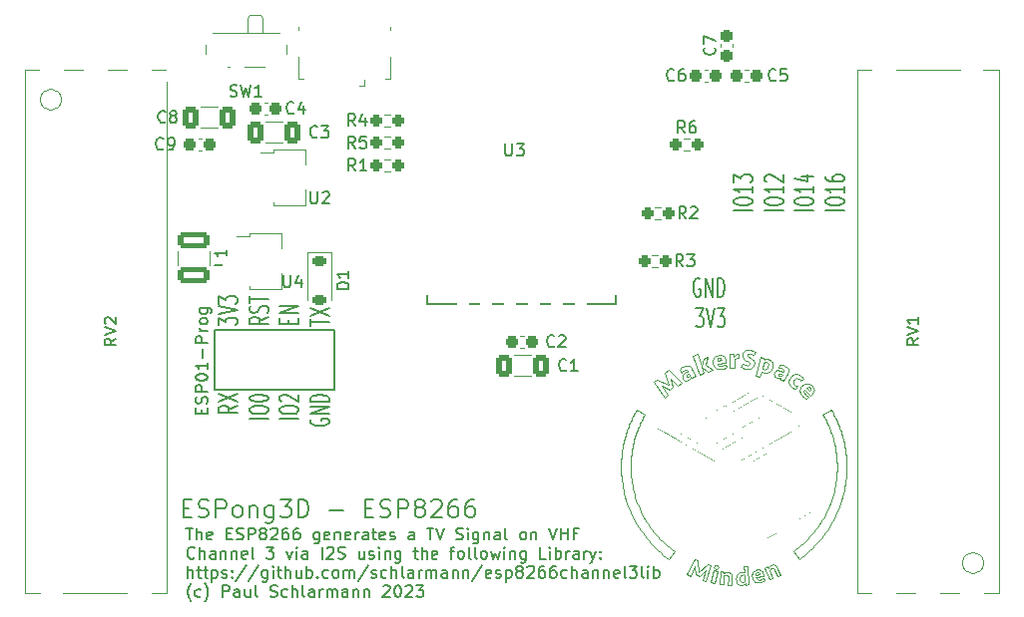
<source format=gto>
%TF.GenerationSoftware,KiCad,Pcbnew,7.0.2-6a45011f42~172~ubuntu20.04.1*%
%TF.CreationDate,2023-07-24T18:38:05+02:00*%
%TF.ProjectId,pongCard,706f6e67-4361-4726-942e-6b696361645f,rev?*%
%TF.SameCoordinates,Original*%
%TF.FileFunction,Legend,Top*%
%TF.FilePolarity,Positive*%
%FSLAX46Y46*%
G04 Gerber Fmt 4.6, Leading zero omitted, Abs format (unit mm)*
G04 Created by KiCad (PCBNEW 7.0.2-6a45011f42~172~ubuntu20.04.1) date 2023-07-24 18:38:05*
%MOMM*%
%LPD*%
G01*
G04 APERTURE LIST*
G04 Aperture macros list*
%AMRoundRect*
0 Rectangle with rounded corners*
0 $1 Rounding radius*
0 $2 $3 $4 $5 $6 $7 $8 $9 X,Y pos of 4 corners*
0 Add a 4 corners polygon primitive as box body*
4,1,4,$2,$3,$4,$5,$6,$7,$8,$9,$2,$3,0*
0 Add four circle primitives for the rounded corners*
1,1,$1+$1,$2,$3*
1,1,$1+$1,$4,$5*
1,1,$1+$1,$6,$7*
1,1,$1+$1,$8,$9*
0 Add four rect primitives between the rounded corners*
20,1,$1+$1,$2,$3,$4,$5,0*
20,1,$1+$1,$4,$5,$6,$7,0*
20,1,$1+$1,$6,$7,$8,$9,0*
20,1,$1+$1,$8,$9,$2,$3,0*%
%AMFreePoly0*
4,1,9,5.362500,-0.866500,1.237500,-0.866500,1.237500,-0.450000,-1.237500,-0.450000,-1.237500,0.450000,1.237500,0.450000,1.237500,0.866500,5.362500,0.866500,5.362500,-0.866500,5.362500,-0.866500,$1*%
G04 Aperture macros list end*
%ADD10C,0.200000*%
%ADD11C,0.150000*%
%ADD12C,0.120000*%
%ADD13C,0.152400*%
%ADD14C,0.100000*%
%ADD15R,2.500000X1.100000*%
%ADD16O,2.500000X1.100000*%
%ADD17O,1.100000X2.500000*%
%ADD18R,1.727200X1.727200*%
%ADD19O,1.727200X1.727200*%
%ADD20RoundRect,0.249999X0.412501X0.650001X-0.412501X0.650001X-0.412501X-0.650001X0.412501X-0.650001X0*%
%ADD21RoundRect,0.237500X0.300000X0.237500X-0.300000X0.237500X-0.300000X-0.237500X0.300000X-0.237500X0*%
%ADD22R,0.400000X1.350000*%
%ADD23O,1.200000X1.900000*%
%ADD24R,1.200000X1.900000*%
%ADD25C,1.450000*%
%ADD26R,1.500000X1.900000*%
%ADD27RoundRect,0.237500X-0.250000X-0.237500X0.250000X-0.237500X0.250000X0.237500X-0.250000X0.237500X0*%
%ADD28R,2.300000X0.900000*%
%ADD29FreePoly0,0.000000*%
%ADD30RoundRect,0.237500X0.250000X0.237500X-0.250000X0.237500X-0.250000X-0.237500X0.250000X-0.237500X0*%
%ADD31C,1.700000*%
%ADD32O,1.700000X1.700000*%
%ADD33RoundRect,0.250000X-0.412500X-0.650000X0.412500X-0.650000X0.412500X0.650000X-0.412500X0.650000X0*%
%ADD34C,2.000000*%
%ADD35C,1.600000*%
%ADD36C,0.900000*%
%ADD37R,0.700000X1.500000*%
%ADD38R,1.000000X0.800000*%
%ADD39RoundRect,0.225000X-0.375000X0.225000X-0.375000X-0.225000X0.375000X-0.225000X0.375000X0.225000X0*%
%ADD40RoundRect,0.237500X0.237500X-0.300000X0.237500X0.300000X-0.237500X0.300000X-0.237500X-0.300000X0*%
%ADD41RoundRect,0.237500X-0.300000X-0.237500X0.300000X-0.237500X0.300000X0.237500X-0.300000X0.237500X0*%
%ADD42RoundRect,0.250001X-1.074999X0.462499X-1.074999X-0.462499X1.074999X-0.462499X1.074999X0.462499X0*%
%ADD43R,2.000000X2.000000*%
G04 APERTURE END LIST*
D10*
X74144142Y-102318214D02*
X74644142Y-102318214D01*
X74858428Y-103103928D02*
X74144142Y-103103928D01*
X74144142Y-103103928D02*
X74144142Y-101603928D01*
X74144142Y-101603928D02*
X74858428Y-101603928D01*
X75429857Y-103032500D02*
X75644143Y-103103928D01*
X75644143Y-103103928D02*
X76001285Y-103103928D01*
X76001285Y-103103928D02*
X76144143Y-103032500D01*
X76144143Y-103032500D02*
X76215571Y-102961071D01*
X76215571Y-102961071D02*
X76287000Y-102818214D01*
X76287000Y-102818214D02*
X76287000Y-102675357D01*
X76287000Y-102675357D02*
X76215571Y-102532500D01*
X76215571Y-102532500D02*
X76144143Y-102461071D01*
X76144143Y-102461071D02*
X76001285Y-102389642D01*
X76001285Y-102389642D02*
X75715571Y-102318214D01*
X75715571Y-102318214D02*
X75572714Y-102246785D01*
X75572714Y-102246785D02*
X75501285Y-102175357D01*
X75501285Y-102175357D02*
X75429857Y-102032500D01*
X75429857Y-102032500D02*
X75429857Y-101889642D01*
X75429857Y-101889642D02*
X75501285Y-101746785D01*
X75501285Y-101746785D02*
X75572714Y-101675357D01*
X75572714Y-101675357D02*
X75715571Y-101603928D01*
X75715571Y-101603928D02*
X76072714Y-101603928D01*
X76072714Y-101603928D02*
X76287000Y-101675357D01*
X76929856Y-103103928D02*
X76929856Y-101603928D01*
X76929856Y-101603928D02*
X77501285Y-101603928D01*
X77501285Y-101603928D02*
X77644142Y-101675357D01*
X77644142Y-101675357D02*
X77715571Y-101746785D01*
X77715571Y-101746785D02*
X77786999Y-101889642D01*
X77786999Y-101889642D02*
X77786999Y-102103928D01*
X77786999Y-102103928D02*
X77715571Y-102246785D01*
X77715571Y-102246785D02*
X77644142Y-102318214D01*
X77644142Y-102318214D02*
X77501285Y-102389642D01*
X77501285Y-102389642D02*
X76929856Y-102389642D01*
X78644142Y-103103928D02*
X78501285Y-103032500D01*
X78501285Y-103032500D02*
X78429856Y-102961071D01*
X78429856Y-102961071D02*
X78358428Y-102818214D01*
X78358428Y-102818214D02*
X78358428Y-102389642D01*
X78358428Y-102389642D02*
X78429856Y-102246785D01*
X78429856Y-102246785D02*
X78501285Y-102175357D01*
X78501285Y-102175357D02*
X78644142Y-102103928D01*
X78644142Y-102103928D02*
X78858428Y-102103928D01*
X78858428Y-102103928D02*
X79001285Y-102175357D01*
X79001285Y-102175357D02*
X79072714Y-102246785D01*
X79072714Y-102246785D02*
X79144142Y-102389642D01*
X79144142Y-102389642D02*
X79144142Y-102818214D01*
X79144142Y-102818214D02*
X79072714Y-102961071D01*
X79072714Y-102961071D02*
X79001285Y-103032500D01*
X79001285Y-103032500D02*
X78858428Y-103103928D01*
X78858428Y-103103928D02*
X78644142Y-103103928D01*
X79786999Y-102103928D02*
X79786999Y-103103928D01*
X79786999Y-102246785D02*
X79858428Y-102175357D01*
X79858428Y-102175357D02*
X80001285Y-102103928D01*
X80001285Y-102103928D02*
X80215571Y-102103928D01*
X80215571Y-102103928D02*
X80358428Y-102175357D01*
X80358428Y-102175357D02*
X80429857Y-102318214D01*
X80429857Y-102318214D02*
X80429857Y-103103928D01*
X81787000Y-102103928D02*
X81787000Y-103318214D01*
X81787000Y-103318214D02*
X81715571Y-103461071D01*
X81715571Y-103461071D02*
X81644142Y-103532500D01*
X81644142Y-103532500D02*
X81501285Y-103603928D01*
X81501285Y-103603928D02*
X81287000Y-103603928D01*
X81287000Y-103603928D02*
X81144142Y-103532500D01*
X81787000Y-103032500D02*
X81644142Y-103103928D01*
X81644142Y-103103928D02*
X81358428Y-103103928D01*
X81358428Y-103103928D02*
X81215571Y-103032500D01*
X81215571Y-103032500D02*
X81144142Y-102961071D01*
X81144142Y-102961071D02*
X81072714Y-102818214D01*
X81072714Y-102818214D02*
X81072714Y-102389642D01*
X81072714Y-102389642D02*
X81144142Y-102246785D01*
X81144142Y-102246785D02*
X81215571Y-102175357D01*
X81215571Y-102175357D02*
X81358428Y-102103928D01*
X81358428Y-102103928D02*
X81644142Y-102103928D01*
X81644142Y-102103928D02*
X81787000Y-102175357D01*
X82358428Y-101603928D02*
X83287000Y-101603928D01*
X83287000Y-101603928D02*
X82787000Y-102175357D01*
X82787000Y-102175357D02*
X83001285Y-102175357D01*
X83001285Y-102175357D02*
X83144143Y-102246785D01*
X83144143Y-102246785D02*
X83215571Y-102318214D01*
X83215571Y-102318214D02*
X83287000Y-102461071D01*
X83287000Y-102461071D02*
X83287000Y-102818214D01*
X83287000Y-102818214D02*
X83215571Y-102961071D01*
X83215571Y-102961071D02*
X83144143Y-103032500D01*
X83144143Y-103032500D02*
X83001285Y-103103928D01*
X83001285Y-103103928D02*
X82572714Y-103103928D01*
X82572714Y-103103928D02*
X82429857Y-103032500D01*
X82429857Y-103032500D02*
X82358428Y-102961071D01*
X83929856Y-103103928D02*
X83929856Y-101603928D01*
X83929856Y-101603928D02*
X84286999Y-101603928D01*
X84286999Y-101603928D02*
X84501285Y-101675357D01*
X84501285Y-101675357D02*
X84644142Y-101818214D01*
X84644142Y-101818214D02*
X84715571Y-101961071D01*
X84715571Y-101961071D02*
X84786999Y-102246785D01*
X84786999Y-102246785D02*
X84786999Y-102461071D01*
X84786999Y-102461071D02*
X84715571Y-102746785D01*
X84715571Y-102746785D02*
X84644142Y-102889642D01*
X84644142Y-102889642D02*
X84501285Y-103032500D01*
X84501285Y-103032500D02*
X84286999Y-103103928D01*
X84286999Y-103103928D02*
X83929856Y-103103928D01*
X86572713Y-102532500D02*
X87715571Y-102532500D01*
X89572713Y-102318214D02*
X90072713Y-102318214D01*
X90286999Y-103103928D02*
X89572713Y-103103928D01*
X89572713Y-103103928D02*
X89572713Y-101603928D01*
X89572713Y-101603928D02*
X90286999Y-101603928D01*
X90858428Y-103032500D02*
X91072714Y-103103928D01*
X91072714Y-103103928D02*
X91429856Y-103103928D01*
X91429856Y-103103928D02*
X91572714Y-103032500D01*
X91572714Y-103032500D02*
X91644142Y-102961071D01*
X91644142Y-102961071D02*
X91715571Y-102818214D01*
X91715571Y-102818214D02*
X91715571Y-102675357D01*
X91715571Y-102675357D02*
X91644142Y-102532500D01*
X91644142Y-102532500D02*
X91572714Y-102461071D01*
X91572714Y-102461071D02*
X91429856Y-102389642D01*
X91429856Y-102389642D02*
X91144142Y-102318214D01*
X91144142Y-102318214D02*
X91001285Y-102246785D01*
X91001285Y-102246785D02*
X90929856Y-102175357D01*
X90929856Y-102175357D02*
X90858428Y-102032500D01*
X90858428Y-102032500D02*
X90858428Y-101889642D01*
X90858428Y-101889642D02*
X90929856Y-101746785D01*
X90929856Y-101746785D02*
X91001285Y-101675357D01*
X91001285Y-101675357D02*
X91144142Y-101603928D01*
X91144142Y-101603928D02*
X91501285Y-101603928D01*
X91501285Y-101603928D02*
X91715571Y-101675357D01*
X92358427Y-103103928D02*
X92358427Y-101603928D01*
X92358427Y-101603928D02*
X92929856Y-101603928D01*
X92929856Y-101603928D02*
X93072713Y-101675357D01*
X93072713Y-101675357D02*
X93144142Y-101746785D01*
X93144142Y-101746785D02*
X93215570Y-101889642D01*
X93215570Y-101889642D02*
X93215570Y-102103928D01*
X93215570Y-102103928D02*
X93144142Y-102246785D01*
X93144142Y-102246785D02*
X93072713Y-102318214D01*
X93072713Y-102318214D02*
X92929856Y-102389642D01*
X92929856Y-102389642D02*
X92358427Y-102389642D01*
X94072713Y-102246785D02*
X93929856Y-102175357D01*
X93929856Y-102175357D02*
X93858427Y-102103928D01*
X93858427Y-102103928D02*
X93786999Y-101961071D01*
X93786999Y-101961071D02*
X93786999Y-101889642D01*
X93786999Y-101889642D02*
X93858427Y-101746785D01*
X93858427Y-101746785D02*
X93929856Y-101675357D01*
X93929856Y-101675357D02*
X94072713Y-101603928D01*
X94072713Y-101603928D02*
X94358427Y-101603928D01*
X94358427Y-101603928D02*
X94501285Y-101675357D01*
X94501285Y-101675357D02*
X94572713Y-101746785D01*
X94572713Y-101746785D02*
X94644142Y-101889642D01*
X94644142Y-101889642D02*
X94644142Y-101961071D01*
X94644142Y-101961071D02*
X94572713Y-102103928D01*
X94572713Y-102103928D02*
X94501285Y-102175357D01*
X94501285Y-102175357D02*
X94358427Y-102246785D01*
X94358427Y-102246785D02*
X94072713Y-102246785D01*
X94072713Y-102246785D02*
X93929856Y-102318214D01*
X93929856Y-102318214D02*
X93858427Y-102389642D01*
X93858427Y-102389642D02*
X93786999Y-102532500D01*
X93786999Y-102532500D02*
X93786999Y-102818214D01*
X93786999Y-102818214D02*
X93858427Y-102961071D01*
X93858427Y-102961071D02*
X93929856Y-103032500D01*
X93929856Y-103032500D02*
X94072713Y-103103928D01*
X94072713Y-103103928D02*
X94358427Y-103103928D01*
X94358427Y-103103928D02*
X94501285Y-103032500D01*
X94501285Y-103032500D02*
X94572713Y-102961071D01*
X94572713Y-102961071D02*
X94644142Y-102818214D01*
X94644142Y-102818214D02*
X94644142Y-102532500D01*
X94644142Y-102532500D02*
X94572713Y-102389642D01*
X94572713Y-102389642D02*
X94501285Y-102318214D01*
X94501285Y-102318214D02*
X94358427Y-102246785D01*
X95215570Y-101746785D02*
X95286998Y-101675357D01*
X95286998Y-101675357D02*
X95429856Y-101603928D01*
X95429856Y-101603928D02*
X95786998Y-101603928D01*
X95786998Y-101603928D02*
X95929856Y-101675357D01*
X95929856Y-101675357D02*
X96001284Y-101746785D01*
X96001284Y-101746785D02*
X96072713Y-101889642D01*
X96072713Y-101889642D02*
X96072713Y-102032500D01*
X96072713Y-102032500D02*
X96001284Y-102246785D01*
X96001284Y-102246785D02*
X95144141Y-103103928D01*
X95144141Y-103103928D02*
X96072713Y-103103928D01*
X97358427Y-101603928D02*
X97072712Y-101603928D01*
X97072712Y-101603928D02*
X96929855Y-101675357D01*
X96929855Y-101675357D02*
X96858427Y-101746785D01*
X96858427Y-101746785D02*
X96715569Y-101961071D01*
X96715569Y-101961071D02*
X96644141Y-102246785D01*
X96644141Y-102246785D02*
X96644141Y-102818214D01*
X96644141Y-102818214D02*
X96715569Y-102961071D01*
X96715569Y-102961071D02*
X96786998Y-103032500D01*
X96786998Y-103032500D02*
X96929855Y-103103928D01*
X96929855Y-103103928D02*
X97215569Y-103103928D01*
X97215569Y-103103928D02*
X97358427Y-103032500D01*
X97358427Y-103032500D02*
X97429855Y-102961071D01*
X97429855Y-102961071D02*
X97501284Y-102818214D01*
X97501284Y-102818214D02*
X97501284Y-102461071D01*
X97501284Y-102461071D02*
X97429855Y-102318214D01*
X97429855Y-102318214D02*
X97358427Y-102246785D01*
X97358427Y-102246785D02*
X97215569Y-102175357D01*
X97215569Y-102175357D02*
X96929855Y-102175357D01*
X96929855Y-102175357D02*
X96786998Y-102246785D01*
X96786998Y-102246785D02*
X96715569Y-102318214D01*
X96715569Y-102318214D02*
X96644141Y-102461071D01*
X98786998Y-101603928D02*
X98501283Y-101603928D01*
X98501283Y-101603928D02*
X98358426Y-101675357D01*
X98358426Y-101675357D02*
X98286998Y-101746785D01*
X98286998Y-101746785D02*
X98144140Y-101961071D01*
X98144140Y-101961071D02*
X98072712Y-102246785D01*
X98072712Y-102246785D02*
X98072712Y-102818214D01*
X98072712Y-102818214D02*
X98144140Y-102961071D01*
X98144140Y-102961071D02*
X98215569Y-103032500D01*
X98215569Y-103032500D02*
X98358426Y-103103928D01*
X98358426Y-103103928D02*
X98644140Y-103103928D01*
X98644140Y-103103928D02*
X98786998Y-103032500D01*
X98786998Y-103032500D02*
X98858426Y-102961071D01*
X98858426Y-102961071D02*
X98929855Y-102818214D01*
X98929855Y-102818214D02*
X98929855Y-102461071D01*
X98929855Y-102461071D02*
X98858426Y-102318214D01*
X98858426Y-102318214D02*
X98786998Y-102246785D01*
X98786998Y-102246785D02*
X98644140Y-102175357D01*
X98644140Y-102175357D02*
X98358426Y-102175357D01*
X98358426Y-102175357D02*
X98215569Y-102246785D01*
X98215569Y-102246785D02*
X98144140Y-102318214D01*
X98144140Y-102318214D02*
X98072712Y-102461071D01*
D11*
X77169190Y-86773142D02*
X77169190Y-86154095D01*
X77169190Y-86154095D02*
X77778714Y-86487428D01*
X77778714Y-86487428D02*
X77778714Y-86344571D01*
X77778714Y-86344571D02*
X77854904Y-86249333D01*
X77854904Y-86249333D02*
X77931095Y-86201714D01*
X77931095Y-86201714D02*
X78083476Y-86154095D01*
X78083476Y-86154095D02*
X78464428Y-86154095D01*
X78464428Y-86154095D02*
X78616809Y-86201714D01*
X78616809Y-86201714D02*
X78693000Y-86249333D01*
X78693000Y-86249333D02*
X78769190Y-86344571D01*
X78769190Y-86344571D02*
X78769190Y-86630285D01*
X78769190Y-86630285D02*
X78693000Y-86725523D01*
X78693000Y-86725523D02*
X78616809Y-86773142D01*
X77169190Y-85868380D02*
X78769190Y-85535047D01*
X78769190Y-85535047D02*
X77169190Y-85201714D01*
X77169190Y-84963618D02*
X77169190Y-84344571D01*
X77169190Y-84344571D02*
X77778714Y-84677904D01*
X77778714Y-84677904D02*
X77778714Y-84535047D01*
X77778714Y-84535047D02*
X77854904Y-84439809D01*
X77854904Y-84439809D02*
X77931095Y-84392190D01*
X77931095Y-84392190D02*
X78083476Y-84344571D01*
X78083476Y-84344571D02*
X78464428Y-84344571D01*
X78464428Y-84344571D02*
X78616809Y-84392190D01*
X78616809Y-84392190D02*
X78693000Y-84439809D01*
X78693000Y-84439809D02*
X78769190Y-84535047D01*
X78769190Y-84535047D02*
X78769190Y-84820761D01*
X78769190Y-84820761D02*
X78693000Y-84915999D01*
X78693000Y-84915999D02*
X78616809Y-84963618D01*
X81361190Y-86106476D02*
X80599285Y-86439809D01*
X81361190Y-86677904D02*
X79761190Y-86677904D01*
X79761190Y-86677904D02*
X79761190Y-86296952D01*
X79761190Y-86296952D02*
X79837380Y-86201714D01*
X79837380Y-86201714D02*
X79913571Y-86154095D01*
X79913571Y-86154095D02*
X80065952Y-86106476D01*
X80065952Y-86106476D02*
X80294523Y-86106476D01*
X80294523Y-86106476D02*
X80446904Y-86154095D01*
X80446904Y-86154095D02*
X80523095Y-86201714D01*
X80523095Y-86201714D02*
X80599285Y-86296952D01*
X80599285Y-86296952D02*
X80599285Y-86677904D01*
X81285000Y-85725523D02*
X81361190Y-85582666D01*
X81361190Y-85582666D02*
X81361190Y-85344571D01*
X81361190Y-85344571D02*
X81285000Y-85249333D01*
X81285000Y-85249333D02*
X81208809Y-85201714D01*
X81208809Y-85201714D02*
X81056428Y-85154095D01*
X81056428Y-85154095D02*
X80904047Y-85154095D01*
X80904047Y-85154095D02*
X80751666Y-85201714D01*
X80751666Y-85201714D02*
X80675476Y-85249333D01*
X80675476Y-85249333D02*
X80599285Y-85344571D01*
X80599285Y-85344571D02*
X80523095Y-85535047D01*
X80523095Y-85535047D02*
X80446904Y-85630285D01*
X80446904Y-85630285D02*
X80370714Y-85677904D01*
X80370714Y-85677904D02*
X80218333Y-85725523D01*
X80218333Y-85725523D02*
X80065952Y-85725523D01*
X80065952Y-85725523D02*
X79913571Y-85677904D01*
X79913571Y-85677904D02*
X79837380Y-85630285D01*
X79837380Y-85630285D02*
X79761190Y-85535047D01*
X79761190Y-85535047D02*
X79761190Y-85296952D01*
X79761190Y-85296952D02*
X79837380Y-85154095D01*
X79761190Y-84868380D02*
X79761190Y-84296952D01*
X81361190Y-84582666D02*
X79761190Y-84582666D01*
X83115095Y-86677904D02*
X83115095Y-86344571D01*
X83953190Y-86201714D02*
X83953190Y-86677904D01*
X83953190Y-86677904D02*
X82353190Y-86677904D01*
X82353190Y-86677904D02*
X82353190Y-86201714D01*
X83953190Y-85773142D02*
X82353190Y-85773142D01*
X82353190Y-85773142D02*
X83953190Y-85201714D01*
X83953190Y-85201714D02*
X82353190Y-85201714D01*
X84945190Y-86820761D02*
X84945190Y-86249333D01*
X86545190Y-86535047D02*
X84945190Y-86535047D01*
X84945190Y-86011237D02*
X86545190Y-85344571D01*
X84945190Y-85344571D02*
X86545190Y-86011237D01*
X78769190Y-93646857D02*
X78007285Y-93980190D01*
X78769190Y-94218285D02*
X77169190Y-94218285D01*
X77169190Y-94218285D02*
X77169190Y-93837333D01*
X77169190Y-93837333D02*
X77245380Y-93742095D01*
X77245380Y-93742095D02*
X77321571Y-93694476D01*
X77321571Y-93694476D02*
X77473952Y-93646857D01*
X77473952Y-93646857D02*
X77702523Y-93646857D01*
X77702523Y-93646857D02*
X77854904Y-93694476D01*
X77854904Y-93694476D02*
X77931095Y-93742095D01*
X77931095Y-93742095D02*
X78007285Y-93837333D01*
X78007285Y-93837333D02*
X78007285Y-94218285D01*
X77169190Y-93313523D02*
X78769190Y-92646857D01*
X77169190Y-92646857D02*
X78769190Y-93313523D01*
X81361190Y-94742094D02*
X79761190Y-94742094D01*
X79761190Y-94075428D02*
X79761190Y-93884952D01*
X79761190Y-93884952D02*
X79837380Y-93789714D01*
X79837380Y-93789714D02*
X79989761Y-93694476D01*
X79989761Y-93694476D02*
X80294523Y-93646857D01*
X80294523Y-93646857D02*
X80827857Y-93646857D01*
X80827857Y-93646857D02*
X81132619Y-93694476D01*
X81132619Y-93694476D02*
X81285000Y-93789714D01*
X81285000Y-93789714D02*
X81361190Y-93884952D01*
X81361190Y-93884952D02*
X81361190Y-94075428D01*
X81361190Y-94075428D02*
X81285000Y-94170666D01*
X81285000Y-94170666D02*
X81132619Y-94265904D01*
X81132619Y-94265904D02*
X80827857Y-94313523D01*
X80827857Y-94313523D02*
X80294523Y-94313523D01*
X80294523Y-94313523D02*
X79989761Y-94265904D01*
X79989761Y-94265904D02*
X79837380Y-94170666D01*
X79837380Y-94170666D02*
X79761190Y-94075428D01*
X79761190Y-93027809D02*
X79761190Y-92932571D01*
X79761190Y-92932571D02*
X79837380Y-92837333D01*
X79837380Y-92837333D02*
X79913571Y-92789714D01*
X79913571Y-92789714D02*
X80065952Y-92742095D01*
X80065952Y-92742095D02*
X80370714Y-92694476D01*
X80370714Y-92694476D02*
X80751666Y-92694476D01*
X80751666Y-92694476D02*
X81056428Y-92742095D01*
X81056428Y-92742095D02*
X81208809Y-92789714D01*
X81208809Y-92789714D02*
X81285000Y-92837333D01*
X81285000Y-92837333D02*
X81361190Y-92932571D01*
X81361190Y-92932571D02*
X81361190Y-93027809D01*
X81361190Y-93027809D02*
X81285000Y-93123047D01*
X81285000Y-93123047D02*
X81208809Y-93170666D01*
X81208809Y-93170666D02*
X81056428Y-93218285D01*
X81056428Y-93218285D02*
X80751666Y-93265904D01*
X80751666Y-93265904D02*
X80370714Y-93265904D01*
X80370714Y-93265904D02*
X80065952Y-93218285D01*
X80065952Y-93218285D02*
X79913571Y-93170666D01*
X79913571Y-93170666D02*
X79837380Y-93123047D01*
X79837380Y-93123047D02*
X79761190Y-93027809D01*
X83953190Y-94742094D02*
X82353190Y-94742094D01*
X82353190Y-94075428D02*
X82353190Y-93884952D01*
X82353190Y-93884952D02*
X82429380Y-93789714D01*
X82429380Y-93789714D02*
X82581761Y-93694476D01*
X82581761Y-93694476D02*
X82886523Y-93646857D01*
X82886523Y-93646857D02*
X83419857Y-93646857D01*
X83419857Y-93646857D02*
X83724619Y-93694476D01*
X83724619Y-93694476D02*
X83877000Y-93789714D01*
X83877000Y-93789714D02*
X83953190Y-93884952D01*
X83953190Y-93884952D02*
X83953190Y-94075428D01*
X83953190Y-94075428D02*
X83877000Y-94170666D01*
X83877000Y-94170666D02*
X83724619Y-94265904D01*
X83724619Y-94265904D02*
X83419857Y-94313523D01*
X83419857Y-94313523D02*
X82886523Y-94313523D01*
X82886523Y-94313523D02*
X82581761Y-94265904D01*
X82581761Y-94265904D02*
X82429380Y-94170666D01*
X82429380Y-94170666D02*
X82353190Y-94075428D01*
X82505571Y-93265904D02*
X82429380Y-93218285D01*
X82429380Y-93218285D02*
X82353190Y-93123047D01*
X82353190Y-93123047D02*
X82353190Y-92884952D01*
X82353190Y-92884952D02*
X82429380Y-92789714D01*
X82429380Y-92789714D02*
X82505571Y-92742095D01*
X82505571Y-92742095D02*
X82657952Y-92694476D01*
X82657952Y-92694476D02*
X82810333Y-92694476D01*
X82810333Y-92694476D02*
X83038904Y-92742095D01*
X83038904Y-92742095D02*
X83953190Y-93313523D01*
X83953190Y-93313523D02*
X83953190Y-92694476D01*
X85021380Y-94789714D02*
X84945190Y-94884952D01*
X84945190Y-94884952D02*
X84945190Y-95027809D01*
X84945190Y-95027809D02*
X85021380Y-95170666D01*
X85021380Y-95170666D02*
X85173761Y-95265904D01*
X85173761Y-95265904D02*
X85326142Y-95313523D01*
X85326142Y-95313523D02*
X85630904Y-95361142D01*
X85630904Y-95361142D02*
X85859476Y-95361142D01*
X85859476Y-95361142D02*
X86164238Y-95313523D01*
X86164238Y-95313523D02*
X86316619Y-95265904D01*
X86316619Y-95265904D02*
X86469000Y-95170666D01*
X86469000Y-95170666D02*
X86545190Y-95027809D01*
X86545190Y-95027809D02*
X86545190Y-94932571D01*
X86545190Y-94932571D02*
X86469000Y-94789714D01*
X86469000Y-94789714D02*
X86392809Y-94742095D01*
X86392809Y-94742095D02*
X85859476Y-94742095D01*
X85859476Y-94742095D02*
X85859476Y-94932571D01*
X86545190Y-94313523D02*
X84945190Y-94313523D01*
X84945190Y-94313523D02*
X86545190Y-93742095D01*
X86545190Y-93742095D02*
X84945190Y-93742095D01*
X86545190Y-93265904D02*
X84945190Y-93265904D01*
X84945190Y-93265904D02*
X84945190Y-93027809D01*
X84945190Y-93027809D02*
X85021380Y-92884952D01*
X85021380Y-92884952D02*
X85173761Y-92789714D01*
X85173761Y-92789714D02*
X85326142Y-92742095D01*
X85326142Y-92742095D02*
X85630904Y-92694476D01*
X85630904Y-92694476D02*
X85859476Y-92694476D01*
X85859476Y-92694476D02*
X86164238Y-92742095D01*
X86164238Y-92742095D02*
X86316619Y-92789714D01*
X86316619Y-92789714D02*
X86469000Y-92884952D01*
X86469000Y-92884952D02*
X86545190Y-93027809D01*
X86545190Y-93027809D02*
X86545190Y-93265904D01*
X122457190Y-77025904D02*
X120857190Y-77025904D01*
X120857190Y-76359238D02*
X120857190Y-76168762D01*
X120857190Y-76168762D02*
X120933380Y-76073524D01*
X120933380Y-76073524D02*
X121085761Y-75978286D01*
X121085761Y-75978286D02*
X121390523Y-75930667D01*
X121390523Y-75930667D02*
X121923857Y-75930667D01*
X121923857Y-75930667D02*
X122228619Y-75978286D01*
X122228619Y-75978286D02*
X122381000Y-76073524D01*
X122381000Y-76073524D02*
X122457190Y-76168762D01*
X122457190Y-76168762D02*
X122457190Y-76359238D01*
X122457190Y-76359238D02*
X122381000Y-76454476D01*
X122381000Y-76454476D02*
X122228619Y-76549714D01*
X122228619Y-76549714D02*
X121923857Y-76597333D01*
X121923857Y-76597333D02*
X121390523Y-76597333D01*
X121390523Y-76597333D02*
X121085761Y-76549714D01*
X121085761Y-76549714D02*
X120933380Y-76454476D01*
X120933380Y-76454476D02*
X120857190Y-76359238D01*
X122457190Y-74978286D02*
X122457190Y-75549714D01*
X122457190Y-75264000D02*
X120857190Y-75264000D01*
X120857190Y-75264000D02*
X121085761Y-75359238D01*
X121085761Y-75359238D02*
X121238142Y-75454476D01*
X121238142Y-75454476D02*
X121314333Y-75549714D01*
X120857190Y-74644952D02*
X120857190Y-74025905D01*
X120857190Y-74025905D02*
X121466714Y-74359238D01*
X121466714Y-74359238D02*
X121466714Y-74216381D01*
X121466714Y-74216381D02*
X121542904Y-74121143D01*
X121542904Y-74121143D02*
X121619095Y-74073524D01*
X121619095Y-74073524D02*
X121771476Y-74025905D01*
X121771476Y-74025905D02*
X122152428Y-74025905D01*
X122152428Y-74025905D02*
X122304809Y-74073524D01*
X122304809Y-74073524D02*
X122381000Y-74121143D01*
X122381000Y-74121143D02*
X122457190Y-74216381D01*
X122457190Y-74216381D02*
X122457190Y-74502095D01*
X122457190Y-74502095D02*
X122381000Y-74597333D01*
X122381000Y-74597333D02*
X122304809Y-74644952D01*
X125049190Y-77025904D02*
X123449190Y-77025904D01*
X123449190Y-76359238D02*
X123449190Y-76168762D01*
X123449190Y-76168762D02*
X123525380Y-76073524D01*
X123525380Y-76073524D02*
X123677761Y-75978286D01*
X123677761Y-75978286D02*
X123982523Y-75930667D01*
X123982523Y-75930667D02*
X124515857Y-75930667D01*
X124515857Y-75930667D02*
X124820619Y-75978286D01*
X124820619Y-75978286D02*
X124973000Y-76073524D01*
X124973000Y-76073524D02*
X125049190Y-76168762D01*
X125049190Y-76168762D02*
X125049190Y-76359238D01*
X125049190Y-76359238D02*
X124973000Y-76454476D01*
X124973000Y-76454476D02*
X124820619Y-76549714D01*
X124820619Y-76549714D02*
X124515857Y-76597333D01*
X124515857Y-76597333D02*
X123982523Y-76597333D01*
X123982523Y-76597333D02*
X123677761Y-76549714D01*
X123677761Y-76549714D02*
X123525380Y-76454476D01*
X123525380Y-76454476D02*
X123449190Y-76359238D01*
X125049190Y-74978286D02*
X125049190Y-75549714D01*
X125049190Y-75264000D02*
X123449190Y-75264000D01*
X123449190Y-75264000D02*
X123677761Y-75359238D01*
X123677761Y-75359238D02*
X123830142Y-75454476D01*
X123830142Y-75454476D02*
X123906333Y-75549714D01*
X123601571Y-74597333D02*
X123525380Y-74549714D01*
X123525380Y-74549714D02*
X123449190Y-74454476D01*
X123449190Y-74454476D02*
X123449190Y-74216381D01*
X123449190Y-74216381D02*
X123525380Y-74121143D01*
X123525380Y-74121143D02*
X123601571Y-74073524D01*
X123601571Y-74073524D02*
X123753952Y-74025905D01*
X123753952Y-74025905D02*
X123906333Y-74025905D01*
X123906333Y-74025905D02*
X124134904Y-74073524D01*
X124134904Y-74073524D02*
X125049190Y-74644952D01*
X125049190Y-74644952D02*
X125049190Y-74025905D01*
X127641190Y-77025904D02*
X126041190Y-77025904D01*
X126041190Y-76359238D02*
X126041190Y-76168762D01*
X126041190Y-76168762D02*
X126117380Y-76073524D01*
X126117380Y-76073524D02*
X126269761Y-75978286D01*
X126269761Y-75978286D02*
X126574523Y-75930667D01*
X126574523Y-75930667D02*
X127107857Y-75930667D01*
X127107857Y-75930667D02*
X127412619Y-75978286D01*
X127412619Y-75978286D02*
X127565000Y-76073524D01*
X127565000Y-76073524D02*
X127641190Y-76168762D01*
X127641190Y-76168762D02*
X127641190Y-76359238D01*
X127641190Y-76359238D02*
X127565000Y-76454476D01*
X127565000Y-76454476D02*
X127412619Y-76549714D01*
X127412619Y-76549714D02*
X127107857Y-76597333D01*
X127107857Y-76597333D02*
X126574523Y-76597333D01*
X126574523Y-76597333D02*
X126269761Y-76549714D01*
X126269761Y-76549714D02*
X126117380Y-76454476D01*
X126117380Y-76454476D02*
X126041190Y-76359238D01*
X127641190Y-74978286D02*
X127641190Y-75549714D01*
X127641190Y-75264000D02*
X126041190Y-75264000D01*
X126041190Y-75264000D02*
X126269761Y-75359238D01*
X126269761Y-75359238D02*
X126422142Y-75454476D01*
X126422142Y-75454476D02*
X126498333Y-75549714D01*
X126574523Y-74121143D02*
X127641190Y-74121143D01*
X125965000Y-74359238D02*
X127107857Y-74597333D01*
X127107857Y-74597333D02*
X127107857Y-73978286D01*
X130233190Y-77025904D02*
X128633190Y-77025904D01*
X128633190Y-76359238D02*
X128633190Y-76168762D01*
X128633190Y-76168762D02*
X128709380Y-76073524D01*
X128709380Y-76073524D02*
X128861761Y-75978286D01*
X128861761Y-75978286D02*
X129166523Y-75930667D01*
X129166523Y-75930667D02*
X129699857Y-75930667D01*
X129699857Y-75930667D02*
X130004619Y-75978286D01*
X130004619Y-75978286D02*
X130157000Y-76073524D01*
X130157000Y-76073524D02*
X130233190Y-76168762D01*
X130233190Y-76168762D02*
X130233190Y-76359238D01*
X130233190Y-76359238D02*
X130157000Y-76454476D01*
X130157000Y-76454476D02*
X130004619Y-76549714D01*
X130004619Y-76549714D02*
X129699857Y-76597333D01*
X129699857Y-76597333D02*
X129166523Y-76597333D01*
X129166523Y-76597333D02*
X128861761Y-76549714D01*
X128861761Y-76549714D02*
X128709380Y-76454476D01*
X128709380Y-76454476D02*
X128633190Y-76359238D01*
X130233190Y-74978286D02*
X130233190Y-75549714D01*
X130233190Y-75264000D02*
X128633190Y-75264000D01*
X128633190Y-75264000D02*
X128861761Y-75359238D01*
X128861761Y-75359238D02*
X129014142Y-75454476D01*
X129014142Y-75454476D02*
X129090333Y-75549714D01*
X128633190Y-74121143D02*
X128633190Y-74311619D01*
X128633190Y-74311619D02*
X128709380Y-74406857D01*
X128709380Y-74406857D02*
X128785571Y-74454476D01*
X128785571Y-74454476D02*
X129014142Y-74549714D01*
X129014142Y-74549714D02*
X129318904Y-74597333D01*
X129318904Y-74597333D02*
X129928428Y-74597333D01*
X129928428Y-74597333D02*
X130080809Y-74549714D01*
X130080809Y-74549714D02*
X130157000Y-74502095D01*
X130157000Y-74502095D02*
X130233190Y-74406857D01*
X130233190Y-74406857D02*
X130233190Y-74216381D01*
X130233190Y-74216381D02*
X130157000Y-74121143D01*
X130157000Y-74121143D02*
X130080809Y-74073524D01*
X130080809Y-74073524D02*
X129928428Y-74025905D01*
X129928428Y-74025905D02*
X129547476Y-74025905D01*
X129547476Y-74025905D02*
X129395095Y-74073524D01*
X129395095Y-74073524D02*
X129318904Y-74121143D01*
X129318904Y-74121143D02*
X129242714Y-74216381D01*
X129242714Y-74216381D02*
X129242714Y-74406857D01*
X129242714Y-74406857D02*
X129318904Y-74502095D01*
X129318904Y-74502095D02*
X129395095Y-74549714D01*
X129395095Y-74549714D02*
X129547476Y-74597333D01*
X117983285Y-82858380D02*
X117888047Y-82782190D01*
X117888047Y-82782190D02*
X117745190Y-82782190D01*
X117745190Y-82782190D02*
X117602333Y-82858380D01*
X117602333Y-82858380D02*
X117507095Y-83010761D01*
X117507095Y-83010761D02*
X117459476Y-83163142D01*
X117459476Y-83163142D02*
X117411857Y-83467904D01*
X117411857Y-83467904D02*
X117411857Y-83696476D01*
X117411857Y-83696476D02*
X117459476Y-84001238D01*
X117459476Y-84001238D02*
X117507095Y-84153619D01*
X117507095Y-84153619D02*
X117602333Y-84306000D01*
X117602333Y-84306000D02*
X117745190Y-84382190D01*
X117745190Y-84382190D02*
X117840428Y-84382190D01*
X117840428Y-84382190D02*
X117983285Y-84306000D01*
X117983285Y-84306000D02*
X118030904Y-84229809D01*
X118030904Y-84229809D02*
X118030904Y-83696476D01*
X118030904Y-83696476D02*
X117840428Y-83696476D01*
X118459476Y-84382190D02*
X118459476Y-82782190D01*
X118459476Y-82782190D02*
X119030904Y-84382190D01*
X119030904Y-84382190D02*
X119030904Y-82782190D01*
X119507095Y-84382190D02*
X119507095Y-82782190D01*
X119507095Y-82782190D02*
X119745190Y-82782190D01*
X119745190Y-82782190D02*
X119888047Y-82858380D01*
X119888047Y-82858380D02*
X119983285Y-83010761D01*
X119983285Y-83010761D02*
X120030904Y-83163142D01*
X120030904Y-83163142D02*
X120078523Y-83467904D01*
X120078523Y-83467904D02*
X120078523Y-83696476D01*
X120078523Y-83696476D02*
X120030904Y-84001238D01*
X120030904Y-84001238D02*
X119983285Y-84153619D01*
X119983285Y-84153619D02*
X119888047Y-84306000D01*
X119888047Y-84306000D02*
X119745190Y-84382190D01*
X119745190Y-84382190D02*
X119507095Y-84382190D01*
X117649952Y-85374190D02*
X118268999Y-85374190D01*
X118268999Y-85374190D02*
X117935666Y-85983714D01*
X117935666Y-85983714D02*
X118078523Y-85983714D01*
X118078523Y-85983714D02*
X118173761Y-86059904D01*
X118173761Y-86059904D02*
X118221380Y-86136095D01*
X118221380Y-86136095D02*
X118268999Y-86288476D01*
X118268999Y-86288476D02*
X118268999Y-86669428D01*
X118268999Y-86669428D02*
X118221380Y-86821809D01*
X118221380Y-86821809D02*
X118173761Y-86898000D01*
X118173761Y-86898000D02*
X118078523Y-86974190D01*
X118078523Y-86974190D02*
X117792809Y-86974190D01*
X117792809Y-86974190D02*
X117697571Y-86898000D01*
X117697571Y-86898000D02*
X117649952Y-86821809D01*
X118554714Y-85374190D02*
X118888047Y-86974190D01*
X118888047Y-86974190D02*
X119221380Y-85374190D01*
X119459476Y-85374190D02*
X120078523Y-85374190D01*
X120078523Y-85374190D02*
X119745190Y-85983714D01*
X119745190Y-85983714D02*
X119888047Y-85983714D01*
X119888047Y-85983714D02*
X119983285Y-86059904D01*
X119983285Y-86059904D02*
X120030904Y-86136095D01*
X120030904Y-86136095D02*
X120078523Y-86288476D01*
X120078523Y-86288476D02*
X120078523Y-86669428D01*
X120078523Y-86669428D02*
X120030904Y-86821809D01*
X120030904Y-86821809D02*
X119983285Y-86898000D01*
X119983285Y-86898000D02*
X119888047Y-86974190D01*
X119888047Y-86974190D02*
X119602333Y-86974190D01*
X119602333Y-86974190D02*
X119507095Y-86898000D01*
X119507095Y-86898000D02*
X119459476Y-86821809D01*
X75680809Y-94297904D02*
X75680809Y-93964571D01*
X76204619Y-93821714D02*
X76204619Y-94297904D01*
X76204619Y-94297904D02*
X75204619Y-94297904D01*
X75204619Y-94297904D02*
X75204619Y-93821714D01*
X76157000Y-93440761D02*
X76204619Y-93297904D01*
X76204619Y-93297904D02*
X76204619Y-93059809D01*
X76204619Y-93059809D02*
X76157000Y-92964571D01*
X76157000Y-92964571D02*
X76109380Y-92916952D01*
X76109380Y-92916952D02*
X76014142Y-92869333D01*
X76014142Y-92869333D02*
X75918904Y-92869333D01*
X75918904Y-92869333D02*
X75823666Y-92916952D01*
X75823666Y-92916952D02*
X75776047Y-92964571D01*
X75776047Y-92964571D02*
X75728428Y-93059809D01*
X75728428Y-93059809D02*
X75680809Y-93250285D01*
X75680809Y-93250285D02*
X75633190Y-93345523D01*
X75633190Y-93345523D02*
X75585571Y-93393142D01*
X75585571Y-93393142D02*
X75490333Y-93440761D01*
X75490333Y-93440761D02*
X75395095Y-93440761D01*
X75395095Y-93440761D02*
X75299857Y-93393142D01*
X75299857Y-93393142D02*
X75252238Y-93345523D01*
X75252238Y-93345523D02*
X75204619Y-93250285D01*
X75204619Y-93250285D02*
X75204619Y-93012190D01*
X75204619Y-93012190D02*
X75252238Y-92869333D01*
X76204619Y-92440761D02*
X75204619Y-92440761D01*
X75204619Y-92440761D02*
X75204619Y-92059809D01*
X75204619Y-92059809D02*
X75252238Y-91964571D01*
X75252238Y-91964571D02*
X75299857Y-91916952D01*
X75299857Y-91916952D02*
X75395095Y-91869333D01*
X75395095Y-91869333D02*
X75537952Y-91869333D01*
X75537952Y-91869333D02*
X75633190Y-91916952D01*
X75633190Y-91916952D02*
X75680809Y-91964571D01*
X75680809Y-91964571D02*
X75728428Y-92059809D01*
X75728428Y-92059809D02*
X75728428Y-92440761D01*
X75204619Y-91250285D02*
X75204619Y-91155047D01*
X75204619Y-91155047D02*
X75252238Y-91059809D01*
X75252238Y-91059809D02*
X75299857Y-91012190D01*
X75299857Y-91012190D02*
X75395095Y-90964571D01*
X75395095Y-90964571D02*
X75585571Y-90916952D01*
X75585571Y-90916952D02*
X75823666Y-90916952D01*
X75823666Y-90916952D02*
X76014142Y-90964571D01*
X76014142Y-90964571D02*
X76109380Y-91012190D01*
X76109380Y-91012190D02*
X76157000Y-91059809D01*
X76157000Y-91059809D02*
X76204619Y-91155047D01*
X76204619Y-91155047D02*
X76204619Y-91250285D01*
X76204619Y-91250285D02*
X76157000Y-91345523D01*
X76157000Y-91345523D02*
X76109380Y-91393142D01*
X76109380Y-91393142D02*
X76014142Y-91440761D01*
X76014142Y-91440761D02*
X75823666Y-91488380D01*
X75823666Y-91488380D02*
X75585571Y-91488380D01*
X75585571Y-91488380D02*
X75395095Y-91440761D01*
X75395095Y-91440761D02*
X75299857Y-91393142D01*
X75299857Y-91393142D02*
X75252238Y-91345523D01*
X75252238Y-91345523D02*
X75204619Y-91250285D01*
X76204619Y-89964571D02*
X76204619Y-90535999D01*
X76204619Y-90250285D02*
X75204619Y-90250285D01*
X75204619Y-90250285D02*
X75347476Y-90345523D01*
X75347476Y-90345523D02*
X75442714Y-90440761D01*
X75442714Y-90440761D02*
X75490333Y-90535999D01*
X75823666Y-89535999D02*
X75823666Y-88774095D01*
X76204619Y-88297904D02*
X75204619Y-88297904D01*
X75204619Y-88297904D02*
X75204619Y-87916952D01*
X75204619Y-87916952D02*
X75252238Y-87821714D01*
X75252238Y-87821714D02*
X75299857Y-87774095D01*
X75299857Y-87774095D02*
X75395095Y-87726476D01*
X75395095Y-87726476D02*
X75537952Y-87726476D01*
X75537952Y-87726476D02*
X75633190Y-87774095D01*
X75633190Y-87774095D02*
X75680809Y-87821714D01*
X75680809Y-87821714D02*
X75728428Y-87916952D01*
X75728428Y-87916952D02*
X75728428Y-88297904D01*
X76204619Y-87297904D02*
X75537952Y-87297904D01*
X75728428Y-87297904D02*
X75633190Y-87250285D01*
X75633190Y-87250285D02*
X75585571Y-87202666D01*
X75585571Y-87202666D02*
X75537952Y-87107428D01*
X75537952Y-87107428D02*
X75537952Y-87012190D01*
X76204619Y-86535999D02*
X76157000Y-86631237D01*
X76157000Y-86631237D02*
X76109380Y-86678856D01*
X76109380Y-86678856D02*
X76014142Y-86726475D01*
X76014142Y-86726475D02*
X75728428Y-86726475D01*
X75728428Y-86726475D02*
X75633190Y-86678856D01*
X75633190Y-86678856D02*
X75585571Y-86631237D01*
X75585571Y-86631237D02*
X75537952Y-86535999D01*
X75537952Y-86535999D02*
X75537952Y-86393142D01*
X75537952Y-86393142D02*
X75585571Y-86297904D01*
X75585571Y-86297904D02*
X75633190Y-86250285D01*
X75633190Y-86250285D02*
X75728428Y-86202666D01*
X75728428Y-86202666D02*
X76014142Y-86202666D01*
X76014142Y-86202666D02*
X76109380Y-86250285D01*
X76109380Y-86250285D02*
X76157000Y-86297904D01*
X76157000Y-86297904D02*
X76204619Y-86393142D01*
X76204619Y-86393142D02*
X76204619Y-86535999D01*
X75537952Y-85345523D02*
X76347476Y-85345523D01*
X76347476Y-85345523D02*
X76442714Y-85393142D01*
X76442714Y-85393142D02*
X76490333Y-85440761D01*
X76490333Y-85440761D02*
X76537952Y-85535999D01*
X76537952Y-85535999D02*
X76537952Y-85678856D01*
X76537952Y-85678856D02*
X76490333Y-85774094D01*
X76157000Y-85345523D02*
X76204619Y-85440761D01*
X76204619Y-85440761D02*
X76204619Y-85631237D01*
X76204619Y-85631237D02*
X76157000Y-85726475D01*
X76157000Y-85726475D02*
X76109380Y-85774094D01*
X76109380Y-85774094D02*
X76014142Y-85821713D01*
X76014142Y-85821713D02*
X75728428Y-85821713D01*
X75728428Y-85821713D02*
X75633190Y-85774094D01*
X75633190Y-85774094D02*
X75585571Y-85726475D01*
X75585571Y-85726475D02*
X75537952Y-85631237D01*
X75537952Y-85631237D02*
X75537952Y-85440761D01*
X75537952Y-85440761D02*
X75585571Y-85345523D01*
X74390238Y-104014619D02*
X74961666Y-104014619D01*
X74675952Y-105014619D02*
X74675952Y-104014619D01*
X75295000Y-105014619D02*
X75295000Y-104014619D01*
X75723571Y-105014619D02*
X75723571Y-104490809D01*
X75723571Y-104490809D02*
X75675952Y-104395571D01*
X75675952Y-104395571D02*
X75580714Y-104347952D01*
X75580714Y-104347952D02*
X75437857Y-104347952D01*
X75437857Y-104347952D02*
X75342619Y-104395571D01*
X75342619Y-104395571D02*
X75295000Y-104443190D01*
X76580714Y-104967000D02*
X76485476Y-105014619D01*
X76485476Y-105014619D02*
X76295000Y-105014619D01*
X76295000Y-105014619D02*
X76199762Y-104967000D01*
X76199762Y-104967000D02*
X76152143Y-104871761D01*
X76152143Y-104871761D02*
X76152143Y-104490809D01*
X76152143Y-104490809D02*
X76199762Y-104395571D01*
X76199762Y-104395571D02*
X76295000Y-104347952D01*
X76295000Y-104347952D02*
X76485476Y-104347952D01*
X76485476Y-104347952D02*
X76580714Y-104395571D01*
X76580714Y-104395571D02*
X76628333Y-104490809D01*
X76628333Y-104490809D02*
X76628333Y-104586047D01*
X76628333Y-104586047D02*
X76152143Y-104681285D01*
X77818810Y-104490809D02*
X78152143Y-104490809D01*
X78295000Y-105014619D02*
X77818810Y-105014619D01*
X77818810Y-105014619D02*
X77818810Y-104014619D01*
X77818810Y-104014619D02*
X78295000Y-104014619D01*
X78675953Y-104967000D02*
X78818810Y-105014619D01*
X78818810Y-105014619D02*
X79056905Y-105014619D01*
X79056905Y-105014619D02*
X79152143Y-104967000D01*
X79152143Y-104967000D02*
X79199762Y-104919380D01*
X79199762Y-104919380D02*
X79247381Y-104824142D01*
X79247381Y-104824142D02*
X79247381Y-104728904D01*
X79247381Y-104728904D02*
X79199762Y-104633666D01*
X79199762Y-104633666D02*
X79152143Y-104586047D01*
X79152143Y-104586047D02*
X79056905Y-104538428D01*
X79056905Y-104538428D02*
X78866429Y-104490809D01*
X78866429Y-104490809D02*
X78771191Y-104443190D01*
X78771191Y-104443190D02*
X78723572Y-104395571D01*
X78723572Y-104395571D02*
X78675953Y-104300333D01*
X78675953Y-104300333D02*
X78675953Y-104205095D01*
X78675953Y-104205095D02*
X78723572Y-104109857D01*
X78723572Y-104109857D02*
X78771191Y-104062238D01*
X78771191Y-104062238D02*
X78866429Y-104014619D01*
X78866429Y-104014619D02*
X79104524Y-104014619D01*
X79104524Y-104014619D02*
X79247381Y-104062238D01*
X79675953Y-105014619D02*
X79675953Y-104014619D01*
X79675953Y-104014619D02*
X80056905Y-104014619D01*
X80056905Y-104014619D02*
X80152143Y-104062238D01*
X80152143Y-104062238D02*
X80199762Y-104109857D01*
X80199762Y-104109857D02*
X80247381Y-104205095D01*
X80247381Y-104205095D02*
X80247381Y-104347952D01*
X80247381Y-104347952D02*
X80199762Y-104443190D01*
X80199762Y-104443190D02*
X80152143Y-104490809D01*
X80152143Y-104490809D02*
X80056905Y-104538428D01*
X80056905Y-104538428D02*
X79675953Y-104538428D01*
X80818810Y-104443190D02*
X80723572Y-104395571D01*
X80723572Y-104395571D02*
X80675953Y-104347952D01*
X80675953Y-104347952D02*
X80628334Y-104252714D01*
X80628334Y-104252714D02*
X80628334Y-104205095D01*
X80628334Y-104205095D02*
X80675953Y-104109857D01*
X80675953Y-104109857D02*
X80723572Y-104062238D01*
X80723572Y-104062238D02*
X80818810Y-104014619D01*
X80818810Y-104014619D02*
X81009286Y-104014619D01*
X81009286Y-104014619D02*
X81104524Y-104062238D01*
X81104524Y-104062238D02*
X81152143Y-104109857D01*
X81152143Y-104109857D02*
X81199762Y-104205095D01*
X81199762Y-104205095D02*
X81199762Y-104252714D01*
X81199762Y-104252714D02*
X81152143Y-104347952D01*
X81152143Y-104347952D02*
X81104524Y-104395571D01*
X81104524Y-104395571D02*
X81009286Y-104443190D01*
X81009286Y-104443190D02*
X80818810Y-104443190D01*
X80818810Y-104443190D02*
X80723572Y-104490809D01*
X80723572Y-104490809D02*
X80675953Y-104538428D01*
X80675953Y-104538428D02*
X80628334Y-104633666D01*
X80628334Y-104633666D02*
X80628334Y-104824142D01*
X80628334Y-104824142D02*
X80675953Y-104919380D01*
X80675953Y-104919380D02*
X80723572Y-104967000D01*
X80723572Y-104967000D02*
X80818810Y-105014619D01*
X80818810Y-105014619D02*
X81009286Y-105014619D01*
X81009286Y-105014619D02*
X81104524Y-104967000D01*
X81104524Y-104967000D02*
X81152143Y-104919380D01*
X81152143Y-104919380D02*
X81199762Y-104824142D01*
X81199762Y-104824142D02*
X81199762Y-104633666D01*
X81199762Y-104633666D02*
X81152143Y-104538428D01*
X81152143Y-104538428D02*
X81104524Y-104490809D01*
X81104524Y-104490809D02*
X81009286Y-104443190D01*
X81580715Y-104109857D02*
X81628334Y-104062238D01*
X81628334Y-104062238D02*
X81723572Y-104014619D01*
X81723572Y-104014619D02*
X81961667Y-104014619D01*
X81961667Y-104014619D02*
X82056905Y-104062238D01*
X82056905Y-104062238D02*
X82104524Y-104109857D01*
X82104524Y-104109857D02*
X82152143Y-104205095D01*
X82152143Y-104205095D02*
X82152143Y-104300333D01*
X82152143Y-104300333D02*
X82104524Y-104443190D01*
X82104524Y-104443190D02*
X81533096Y-105014619D01*
X81533096Y-105014619D02*
X82152143Y-105014619D01*
X83009286Y-104014619D02*
X82818810Y-104014619D01*
X82818810Y-104014619D02*
X82723572Y-104062238D01*
X82723572Y-104062238D02*
X82675953Y-104109857D01*
X82675953Y-104109857D02*
X82580715Y-104252714D01*
X82580715Y-104252714D02*
X82533096Y-104443190D01*
X82533096Y-104443190D02*
X82533096Y-104824142D01*
X82533096Y-104824142D02*
X82580715Y-104919380D01*
X82580715Y-104919380D02*
X82628334Y-104967000D01*
X82628334Y-104967000D02*
X82723572Y-105014619D01*
X82723572Y-105014619D02*
X82914048Y-105014619D01*
X82914048Y-105014619D02*
X83009286Y-104967000D01*
X83009286Y-104967000D02*
X83056905Y-104919380D01*
X83056905Y-104919380D02*
X83104524Y-104824142D01*
X83104524Y-104824142D02*
X83104524Y-104586047D01*
X83104524Y-104586047D02*
X83056905Y-104490809D01*
X83056905Y-104490809D02*
X83009286Y-104443190D01*
X83009286Y-104443190D02*
X82914048Y-104395571D01*
X82914048Y-104395571D02*
X82723572Y-104395571D01*
X82723572Y-104395571D02*
X82628334Y-104443190D01*
X82628334Y-104443190D02*
X82580715Y-104490809D01*
X82580715Y-104490809D02*
X82533096Y-104586047D01*
X83961667Y-104014619D02*
X83771191Y-104014619D01*
X83771191Y-104014619D02*
X83675953Y-104062238D01*
X83675953Y-104062238D02*
X83628334Y-104109857D01*
X83628334Y-104109857D02*
X83533096Y-104252714D01*
X83533096Y-104252714D02*
X83485477Y-104443190D01*
X83485477Y-104443190D02*
X83485477Y-104824142D01*
X83485477Y-104824142D02*
X83533096Y-104919380D01*
X83533096Y-104919380D02*
X83580715Y-104967000D01*
X83580715Y-104967000D02*
X83675953Y-105014619D01*
X83675953Y-105014619D02*
X83866429Y-105014619D01*
X83866429Y-105014619D02*
X83961667Y-104967000D01*
X83961667Y-104967000D02*
X84009286Y-104919380D01*
X84009286Y-104919380D02*
X84056905Y-104824142D01*
X84056905Y-104824142D02*
X84056905Y-104586047D01*
X84056905Y-104586047D02*
X84009286Y-104490809D01*
X84009286Y-104490809D02*
X83961667Y-104443190D01*
X83961667Y-104443190D02*
X83866429Y-104395571D01*
X83866429Y-104395571D02*
X83675953Y-104395571D01*
X83675953Y-104395571D02*
X83580715Y-104443190D01*
X83580715Y-104443190D02*
X83533096Y-104490809D01*
X83533096Y-104490809D02*
X83485477Y-104586047D01*
X85675953Y-104347952D02*
X85675953Y-105157476D01*
X85675953Y-105157476D02*
X85628334Y-105252714D01*
X85628334Y-105252714D02*
X85580715Y-105300333D01*
X85580715Y-105300333D02*
X85485477Y-105347952D01*
X85485477Y-105347952D02*
X85342620Y-105347952D01*
X85342620Y-105347952D02*
X85247382Y-105300333D01*
X85675953Y-104967000D02*
X85580715Y-105014619D01*
X85580715Y-105014619D02*
X85390239Y-105014619D01*
X85390239Y-105014619D02*
X85295001Y-104967000D01*
X85295001Y-104967000D02*
X85247382Y-104919380D01*
X85247382Y-104919380D02*
X85199763Y-104824142D01*
X85199763Y-104824142D02*
X85199763Y-104538428D01*
X85199763Y-104538428D02*
X85247382Y-104443190D01*
X85247382Y-104443190D02*
X85295001Y-104395571D01*
X85295001Y-104395571D02*
X85390239Y-104347952D01*
X85390239Y-104347952D02*
X85580715Y-104347952D01*
X85580715Y-104347952D02*
X85675953Y-104395571D01*
X86533096Y-104967000D02*
X86437858Y-105014619D01*
X86437858Y-105014619D02*
X86247382Y-105014619D01*
X86247382Y-105014619D02*
X86152144Y-104967000D01*
X86152144Y-104967000D02*
X86104525Y-104871761D01*
X86104525Y-104871761D02*
X86104525Y-104490809D01*
X86104525Y-104490809D02*
X86152144Y-104395571D01*
X86152144Y-104395571D02*
X86247382Y-104347952D01*
X86247382Y-104347952D02*
X86437858Y-104347952D01*
X86437858Y-104347952D02*
X86533096Y-104395571D01*
X86533096Y-104395571D02*
X86580715Y-104490809D01*
X86580715Y-104490809D02*
X86580715Y-104586047D01*
X86580715Y-104586047D02*
X86104525Y-104681285D01*
X87009287Y-104347952D02*
X87009287Y-105014619D01*
X87009287Y-104443190D02*
X87056906Y-104395571D01*
X87056906Y-104395571D02*
X87152144Y-104347952D01*
X87152144Y-104347952D02*
X87295001Y-104347952D01*
X87295001Y-104347952D02*
X87390239Y-104395571D01*
X87390239Y-104395571D02*
X87437858Y-104490809D01*
X87437858Y-104490809D02*
X87437858Y-105014619D01*
X88295001Y-104967000D02*
X88199763Y-105014619D01*
X88199763Y-105014619D02*
X88009287Y-105014619D01*
X88009287Y-105014619D02*
X87914049Y-104967000D01*
X87914049Y-104967000D02*
X87866430Y-104871761D01*
X87866430Y-104871761D02*
X87866430Y-104490809D01*
X87866430Y-104490809D02*
X87914049Y-104395571D01*
X87914049Y-104395571D02*
X88009287Y-104347952D01*
X88009287Y-104347952D02*
X88199763Y-104347952D01*
X88199763Y-104347952D02*
X88295001Y-104395571D01*
X88295001Y-104395571D02*
X88342620Y-104490809D01*
X88342620Y-104490809D02*
X88342620Y-104586047D01*
X88342620Y-104586047D02*
X87866430Y-104681285D01*
X88771192Y-105014619D02*
X88771192Y-104347952D01*
X88771192Y-104538428D02*
X88818811Y-104443190D01*
X88818811Y-104443190D02*
X88866430Y-104395571D01*
X88866430Y-104395571D02*
X88961668Y-104347952D01*
X88961668Y-104347952D02*
X89056906Y-104347952D01*
X89818811Y-105014619D02*
X89818811Y-104490809D01*
X89818811Y-104490809D02*
X89771192Y-104395571D01*
X89771192Y-104395571D02*
X89675954Y-104347952D01*
X89675954Y-104347952D02*
X89485478Y-104347952D01*
X89485478Y-104347952D02*
X89390240Y-104395571D01*
X89818811Y-104967000D02*
X89723573Y-105014619D01*
X89723573Y-105014619D02*
X89485478Y-105014619D01*
X89485478Y-105014619D02*
X89390240Y-104967000D01*
X89390240Y-104967000D02*
X89342621Y-104871761D01*
X89342621Y-104871761D02*
X89342621Y-104776523D01*
X89342621Y-104776523D02*
X89390240Y-104681285D01*
X89390240Y-104681285D02*
X89485478Y-104633666D01*
X89485478Y-104633666D02*
X89723573Y-104633666D01*
X89723573Y-104633666D02*
X89818811Y-104586047D01*
X90152145Y-104347952D02*
X90533097Y-104347952D01*
X90295002Y-104014619D02*
X90295002Y-104871761D01*
X90295002Y-104871761D02*
X90342621Y-104967000D01*
X90342621Y-104967000D02*
X90437859Y-105014619D01*
X90437859Y-105014619D02*
X90533097Y-105014619D01*
X91247383Y-104967000D02*
X91152145Y-105014619D01*
X91152145Y-105014619D02*
X90961669Y-105014619D01*
X90961669Y-105014619D02*
X90866431Y-104967000D01*
X90866431Y-104967000D02*
X90818812Y-104871761D01*
X90818812Y-104871761D02*
X90818812Y-104490809D01*
X90818812Y-104490809D02*
X90866431Y-104395571D01*
X90866431Y-104395571D02*
X90961669Y-104347952D01*
X90961669Y-104347952D02*
X91152145Y-104347952D01*
X91152145Y-104347952D02*
X91247383Y-104395571D01*
X91247383Y-104395571D02*
X91295002Y-104490809D01*
X91295002Y-104490809D02*
X91295002Y-104586047D01*
X91295002Y-104586047D02*
X90818812Y-104681285D01*
X91675955Y-104967000D02*
X91771193Y-105014619D01*
X91771193Y-105014619D02*
X91961669Y-105014619D01*
X91961669Y-105014619D02*
X92056907Y-104967000D01*
X92056907Y-104967000D02*
X92104526Y-104871761D01*
X92104526Y-104871761D02*
X92104526Y-104824142D01*
X92104526Y-104824142D02*
X92056907Y-104728904D01*
X92056907Y-104728904D02*
X91961669Y-104681285D01*
X91961669Y-104681285D02*
X91818812Y-104681285D01*
X91818812Y-104681285D02*
X91723574Y-104633666D01*
X91723574Y-104633666D02*
X91675955Y-104538428D01*
X91675955Y-104538428D02*
X91675955Y-104490809D01*
X91675955Y-104490809D02*
X91723574Y-104395571D01*
X91723574Y-104395571D02*
X91818812Y-104347952D01*
X91818812Y-104347952D02*
X91961669Y-104347952D01*
X91961669Y-104347952D02*
X92056907Y-104395571D01*
X93723574Y-105014619D02*
X93723574Y-104490809D01*
X93723574Y-104490809D02*
X93675955Y-104395571D01*
X93675955Y-104395571D02*
X93580717Y-104347952D01*
X93580717Y-104347952D02*
X93390241Y-104347952D01*
X93390241Y-104347952D02*
X93295003Y-104395571D01*
X93723574Y-104967000D02*
X93628336Y-105014619D01*
X93628336Y-105014619D02*
X93390241Y-105014619D01*
X93390241Y-105014619D02*
X93295003Y-104967000D01*
X93295003Y-104967000D02*
X93247384Y-104871761D01*
X93247384Y-104871761D02*
X93247384Y-104776523D01*
X93247384Y-104776523D02*
X93295003Y-104681285D01*
X93295003Y-104681285D02*
X93390241Y-104633666D01*
X93390241Y-104633666D02*
X93628336Y-104633666D01*
X93628336Y-104633666D02*
X93723574Y-104586047D01*
X94818813Y-104014619D02*
X95390241Y-104014619D01*
X95104527Y-105014619D02*
X95104527Y-104014619D01*
X95580718Y-104014619D02*
X95914051Y-105014619D01*
X95914051Y-105014619D02*
X96247384Y-104014619D01*
X97295004Y-104967000D02*
X97437861Y-105014619D01*
X97437861Y-105014619D02*
X97675956Y-105014619D01*
X97675956Y-105014619D02*
X97771194Y-104967000D01*
X97771194Y-104967000D02*
X97818813Y-104919380D01*
X97818813Y-104919380D02*
X97866432Y-104824142D01*
X97866432Y-104824142D02*
X97866432Y-104728904D01*
X97866432Y-104728904D02*
X97818813Y-104633666D01*
X97818813Y-104633666D02*
X97771194Y-104586047D01*
X97771194Y-104586047D02*
X97675956Y-104538428D01*
X97675956Y-104538428D02*
X97485480Y-104490809D01*
X97485480Y-104490809D02*
X97390242Y-104443190D01*
X97390242Y-104443190D02*
X97342623Y-104395571D01*
X97342623Y-104395571D02*
X97295004Y-104300333D01*
X97295004Y-104300333D02*
X97295004Y-104205095D01*
X97295004Y-104205095D02*
X97342623Y-104109857D01*
X97342623Y-104109857D02*
X97390242Y-104062238D01*
X97390242Y-104062238D02*
X97485480Y-104014619D01*
X97485480Y-104014619D02*
X97723575Y-104014619D01*
X97723575Y-104014619D02*
X97866432Y-104062238D01*
X98295004Y-105014619D02*
X98295004Y-104347952D01*
X98295004Y-104014619D02*
X98247385Y-104062238D01*
X98247385Y-104062238D02*
X98295004Y-104109857D01*
X98295004Y-104109857D02*
X98342623Y-104062238D01*
X98342623Y-104062238D02*
X98295004Y-104014619D01*
X98295004Y-104014619D02*
X98295004Y-104109857D01*
X99199765Y-104347952D02*
X99199765Y-105157476D01*
X99199765Y-105157476D02*
X99152146Y-105252714D01*
X99152146Y-105252714D02*
X99104527Y-105300333D01*
X99104527Y-105300333D02*
X99009289Y-105347952D01*
X99009289Y-105347952D02*
X98866432Y-105347952D01*
X98866432Y-105347952D02*
X98771194Y-105300333D01*
X99199765Y-104967000D02*
X99104527Y-105014619D01*
X99104527Y-105014619D02*
X98914051Y-105014619D01*
X98914051Y-105014619D02*
X98818813Y-104967000D01*
X98818813Y-104967000D02*
X98771194Y-104919380D01*
X98771194Y-104919380D02*
X98723575Y-104824142D01*
X98723575Y-104824142D02*
X98723575Y-104538428D01*
X98723575Y-104538428D02*
X98771194Y-104443190D01*
X98771194Y-104443190D02*
X98818813Y-104395571D01*
X98818813Y-104395571D02*
X98914051Y-104347952D01*
X98914051Y-104347952D02*
X99104527Y-104347952D01*
X99104527Y-104347952D02*
X99199765Y-104395571D01*
X99675956Y-104347952D02*
X99675956Y-105014619D01*
X99675956Y-104443190D02*
X99723575Y-104395571D01*
X99723575Y-104395571D02*
X99818813Y-104347952D01*
X99818813Y-104347952D02*
X99961670Y-104347952D01*
X99961670Y-104347952D02*
X100056908Y-104395571D01*
X100056908Y-104395571D02*
X100104527Y-104490809D01*
X100104527Y-104490809D02*
X100104527Y-105014619D01*
X101009289Y-105014619D02*
X101009289Y-104490809D01*
X101009289Y-104490809D02*
X100961670Y-104395571D01*
X100961670Y-104395571D02*
X100866432Y-104347952D01*
X100866432Y-104347952D02*
X100675956Y-104347952D01*
X100675956Y-104347952D02*
X100580718Y-104395571D01*
X101009289Y-104967000D02*
X100914051Y-105014619D01*
X100914051Y-105014619D02*
X100675956Y-105014619D01*
X100675956Y-105014619D02*
X100580718Y-104967000D01*
X100580718Y-104967000D02*
X100533099Y-104871761D01*
X100533099Y-104871761D02*
X100533099Y-104776523D01*
X100533099Y-104776523D02*
X100580718Y-104681285D01*
X100580718Y-104681285D02*
X100675956Y-104633666D01*
X100675956Y-104633666D02*
X100914051Y-104633666D01*
X100914051Y-104633666D02*
X101009289Y-104586047D01*
X101628337Y-105014619D02*
X101533099Y-104967000D01*
X101533099Y-104967000D02*
X101485480Y-104871761D01*
X101485480Y-104871761D02*
X101485480Y-104014619D01*
X102914052Y-105014619D02*
X102818814Y-104967000D01*
X102818814Y-104967000D02*
X102771195Y-104919380D01*
X102771195Y-104919380D02*
X102723576Y-104824142D01*
X102723576Y-104824142D02*
X102723576Y-104538428D01*
X102723576Y-104538428D02*
X102771195Y-104443190D01*
X102771195Y-104443190D02*
X102818814Y-104395571D01*
X102818814Y-104395571D02*
X102914052Y-104347952D01*
X102914052Y-104347952D02*
X103056909Y-104347952D01*
X103056909Y-104347952D02*
X103152147Y-104395571D01*
X103152147Y-104395571D02*
X103199766Y-104443190D01*
X103199766Y-104443190D02*
X103247385Y-104538428D01*
X103247385Y-104538428D02*
X103247385Y-104824142D01*
X103247385Y-104824142D02*
X103199766Y-104919380D01*
X103199766Y-104919380D02*
X103152147Y-104967000D01*
X103152147Y-104967000D02*
X103056909Y-105014619D01*
X103056909Y-105014619D02*
X102914052Y-105014619D01*
X103675957Y-104347952D02*
X103675957Y-105014619D01*
X103675957Y-104443190D02*
X103723576Y-104395571D01*
X103723576Y-104395571D02*
X103818814Y-104347952D01*
X103818814Y-104347952D02*
X103961671Y-104347952D01*
X103961671Y-104347952D02*
X104056909Y-104395571D01*
X104056909Y-104395571D02*
X104104528Y-104490809D01*
X104104528Y-104490809D02*
X104104528Y-105014619D01*
X105199767Y-104014619D02*
X105533100Y-105014619D01*
X105533100Y-105014619D02*
X105866433Y-104014619D01*
X106199767Y-105014619D02*
X106199767Y-104014619D01*
X106199767Y-104490809D02*
X106771195Y-104490809D01*
X106771195Y-105014619D02*
X106771195Y-104014619D01*
X107580719Y-104490809D02*
X107247386Y-104490809D01*
X107247386Y-105014619D02*
X107247386Y-104014619D01*
X107247386Y-104014619D02*
X107723576Y-104014619D01*
X75104523Y-106539380D02*
X75056904Y-106587000D01*
X75056904Y-106587000D02*
X74914047Y-106634619D01*
X74914047Y-106634619D02*
X74818809Y-106634619D01*
X74818809Y-106634619D02*
X74675952Y-106587000D01*
X74675952Y-106587000D02*
X74580714Y-106491761D01*
X74580714Y-106491761D02*
X74533095Y-106396523D01*
X74533095Y-106396523D02*
X74485476Y-106206047D01*
X74485476Y-106206047D02*
X74485476Y-106063190D01*
X74485476Y-106063190D02*
X74533095Y-105872714D01*
X74533095Y-105872714D02*
X74580714Y-105777476D01*
X74580714Y-105777476D02*
X74675952Y-105682238D01*
X74675952Y-105682238D02*
X74818809Y-105634619D01*
X74818809Y-105634619D02*
X74914047Y-105634619D01*
X74914047Y-105634619D02*
X75056904Y-105682238D01*
X75056904Y-105682238D02*
X75104523Y-105729857D01*
X75533095Y-106634619D02*
X75533095Y-105634619D01*
X75961666Y-106634619D02*
X75961666Y-106110809D01*
X75961666Y-106110809D02*
X75914047Y-106015571D01*
X75914047Y-106015571D02*
X75818809Y-105967952D01*
X75818809Y-105967952D02*
X75675952Y-105967952D01*
X75675952Y-105967952D02*
X75580714Y-106015571D01*
X75580714Y-106015571D02*
X75533095Y-106063190D01*
X76866428Y-106634619D02*
X76866428Y-106110809D01*
X76866428Y-106110809D02*
X76818809Y-106015571D01*
X76818809Y-106015571D02*
X76723571Y-105967952D01*
X76723571Y-105967952D02*
X76533095Y-105967952D01*
X76533095Y-105967952D02*
X76437857Y-106015571D01*
X76866428Y-106587000D02*
X76771190Y-106634619D01*
X76771190Y-106634619D02*
X76533095Y-106634619D01*
X76533095Y-106634619D02*
X76437857Y-106587000D01*
X76437857Y-106587000D02*
X76390238Y-106491761D01*
X76390238Y-106491761D02*
X76390238Y-106396523D01*
X76390238Y-106396523D02*
X76437857Y-106301285D01*
X76437857Y-106301285D02*
X76533095Y-106253666D01*
X76533095Y-106253666D02*
X76771190Y-106253666D01*
X76771190Y-106253666D02*
X76866428Y-106206047D01*
X77342619Y-105967952D02*
X77342619Y-106634619D01*
X77342619Y-106063190D02*
X77390238Y-106015571D01*
X77390238Y-106015571D02*
X77485476Y-105967952D01*
X77485476Y-105967952D02*
X77628333Y-105967952D01*
X77628333Y-105967952D02*
X77723571Y-106015571D01*
X77723571Y-106015571D02*
X77771190Y-106110809D01*
X77771190Y-106110809D02*
X77771190Y-106634619D01*
X78247381Y-105967952D02*
X78247381Y-106634619D01*
X78247381Y-106063190D02*
X78295000Y-106015571D01*
X78295000Y-106015571D02*
X78390238Y-105967952D01*
X78390238Y-105967952D02*
X78533095Y-105967952D01*
X78533095Y-105967952D02*
X78628333Y-106015571D01*
X78628333Y-106015571D02*
X78675952Y-106110809D01*
X78675952Y-106110809D02*
X78675952Y-106634619D01*
X79533095Y-106587000D02*
X79437857Y-106634619D01*
X79437857Y-106634619D02*
X79247381Y-106634619D01*
X79247381Y-106634619D02*
X79152143Y-106587000D01*
X79152143Y-106587000D02*
X79104524Y-106491761D01*
X79104524Y-106491761D02*
X79104524Y-106110809D01*
X79104524Y-106110809D02*
X79152143Y-106015571D01*
X79152143Y-106015571D02*
X79247381Y-105967952D01*
X79247381Y-105967952D02*
X79437857Y-105967952D01*
X79437857Y-105967952D02*
X79533095Y-106015571D01*
X79533095Y-106015571D02*
X79580714Y-106110809D01*
X79580714Y-106110809D02*
X79580714Y-106206047D01*
X79580714Y-106206047D02*
X79104524Y-106301285D01*
X80152143Y-106634619D02*
X80056905Y-106587000D01*
X80056905Y-106587000D02*
X80009286Y-106491761D01*
X80009286Y-106491761D02*
X80009286Y-105634619D01*
X81199763Y-105634619D02*
X81818810Y-105634619D01*
X81818810Y-105634619D02*
X81485477Y-106015571D01*
X81485477Y-106015571D02*
X81628334Y-106015571D01*
X81628334Y-106015571D02*
X81723572Y-106063190D01*
X81723572Y-106063190D02*
X81771191Y-106110809D01*
X81771191Y-106110809D02*
X81818810Y-106206047D01*
X81818810Y-106206047D02*
X81818810Y-106444142D01*
X81818810Y-106444142D02*
X81771191Y-106539380D01*
X81771191Y-106539380D02*
X81723572Y-106587000D01*
X81723572Y-106587000D02*
X81628334Y-106634619D01*
X81628334Y-106634619D02*
X81342620Y-106634619D01*
X81342620Y-106634619D02*
X81247382Y-106587000D01*
X81247382Y-106587000D02*
X81199763Y-106539380D01*
X82914049Y-105967952D02*
X83152144Y-106634619D01*
X83152144Y-106634619D02*
X83390239Y-105967952D01*
X83771192Y-106634619D02*
X83771192Y-105967952D01*
X83771192Y-105634619D02*
X83723573Y-105682238D01*
X83723573Y-105682238D02*
X83771192Y-105729857D01*
X83771192Y-105729857D02*
X83818811Y-105682238D01*
X83818811Y-105682238D02*
X83771192Y-105634619D01*
X83771192Y-105634619D02*
X83771192Y-105729857D01*
X84675953Y-106634619D02*
X84675953Y-106110809D01*
X84675953Y-106110809D02*
X84628334Y-106015571D01*
X84628334Y-106015571D02*
X84533096Y-105967952D01*
X84533096Y-105967952D02*
X84342620Y-105967952D01*
X84342620Y-105967952D02*
X84247382Y-106015571D01*
X84675953Y-106587000D02*
X84580715Y-106634619D01*
X84580715Y-106634619D02*
X84342620Y-106634619D01*
X84342620Y-106634619D02*
X84247382Y-106587000D01*
X84247382Y-106587000D02*
X84199763Y-106491761D01*
X84199763Y-106491761D02*
X84199763Y-106396523D01*
X84199763Y-106396523D02*
X84247382Y-106301285D01*
X84247382Y-106301285D02*
X84342620Y-106253666D01*
X84342620Y-106253666D02*
X84580715Y-106253666D01*
X84580715Y-106253666D02*
X84675953Y-106206047D01*
X85914049Y-106634619D02*
X85914049Y-105634619D01*
X86342620Y-105729857D02*
X86390239Y-105682238D01*
X86390239Y-105682238D02*
X86485477Y-105634619D01*
X86485477Y-105634619D02*
X86723572Y-105634619D01*
X86723572Y-105634619D02*
X86818810Y-105682238D01*
X86818810Y-105682238D02*
X86866429Y-105729857D01*
X86866429Y-105729857D02*
X86914048Y-105825095D01*
X86914048Y-105825095D02*
X86914048Y-105920333D01*
X86914048Y-105920333D02*
X86866429Y-106063190D01*
X86866429Y-106063190D02*
X86295001Y-106634619D01*
X86295001Y-106634619D02*
X86914048Y-106634619D01*
X87295001Y-106587000D02*
X87437858Y-106634619D01*
X87437858Y-106634619D02*
X87675953Y-106634619D01*
X87675953Y-106634619D02*
X87771191Y-106587000D01*
X87771191Y-106587000D02*
X87818810Y-106539380D01*
X87818810Y-106539380D02*
X87866429Y-106444142D01*
X87866429Y-106444142D02*
X87866429Y-106348904D01*
X87866429Y-106348904D02*
X87818810Y-106253666D01*
X87818810Y-106253666D02*
X87771191Y-106206047D01*
X87771191Y-106206047D02*
X87675953Y-106158428D01*
X87675953Y-106158428D02*
X87485477Y-106110809D01*
X87485477Y-106110809D02*
X87390239Y-106063190D01*
X87390239Y-106063190D02*
X87342620Y-106015571D01*
X87342620Y-106015571D02*
X87295001Y-105920333D01*
X87295001Y-105920333D02*
X87295001Y-105825095D01*
X87295001Y-105825095D02*
X87342620Y-105729857D01*
X87342620Y-105729857D02*
X87390239Y-105682238D01*
X87390239Y-105682238D02*
X87485477Y-105634619D01*
X87485477Y-105634619D02*
X87723572Y-105634619D01*
X87723572Y-105634619D02*
X87866429Y-105682238D01*
X89485477Y-105967952D02*
X89485477Y-106634619D01*
X89056906Y-105967952D02*
X89056906Y-106491761D01*
X89056906Y-106491761D02*
X89104525Y-106587000D01*
X89104525Y-106587000D02*
X89199763Y-106634619D01*
X89199763Y-106634619D02*
X89342620Y-106634619D01*
X89342620Y-106634619D02*
X89437858Y-106587000D01*
X89437858Y-106587000D02*
X89485477Y-106539380D01*
X89914049Y-106587000D02*
X90009287Y-106634619D01*
X90009287Y-106634619D02*
X90199763Y-106634619D01*
X90199763Y-106634619D02*
X90295001Y-106587000D01*
X90295001Y-106587000D02*
X90342620Y-106491761D01*
X90342620Y-106491761D02*
X90342620Y-106444142D01*
X90342620Y-106444142D02*
X90295001Y-106348904D01*
X90295001Y-106348904D02*
X90199763Y-106301285D01*
X90199763Y-106301285D02*
X90056906Y-106301285D01*
X90056906Y-106301285D02*
X89961668Y-106253666D01*
X89961668Y-106253666D02*
X89914049Y-106158428D01*
X89914049Y-106158428D02*
X89914049Y-106110809D01*
X89914049Y-106110809D02*
X89961668Y-106015571D01*
X89961668Y-106015571D02*
X90056906Y-105967952D01*
X90056906Y-105967952D02*
X90199763Y-105967952D01*
X90199763Y-105967952D02*
X90295001Y-106015571D01*
X90771192Y-106634619D02*
X90771192Y-105967952D01*
X90771192Y-105634619D02*
X90723573Y-105682238D01*
X90723573Y-105682238D02*
X90771192Y-105729857D01*
X90771192Y-105729857D02*
X90818811Y-105682238D01*
X90818811Y-105682238D02*
X90771192Y-105634619D01*
X90771192Y-105634619D02*
X90771192Y-105729857D01*
X91247382Y-105967952D02*
X91247382Y-106634619D01*
X91247382Y-106063190D02*
X91295001Y-106015571D01*
X91295001Y-106015571D02*
X91390239Y-105967952D01*
X91390239Y-105967952D02*
X91533096Y-105967952D01*
X91533096Y-105967952D02*
X91628334Y-106015571D01*
X91628334Y-106015571D02*
X91675953Y-106110809D01*
X91675953Y-106110809D02*
X91675953Y-106634619D01*
X92580715Y-105967952D02*
X92580715Y-106777476D01*
X92580715Y-106777476D02*
X92533096Y-106872714D01*
X92533096Y-106872714D02*
X92485477Y-106920333D01*
X92485477Y-106920333D02*
X92390239Y-106967952D01*
X92390239Y-106967952D02*
X92247382Y-106967952D01*
X92247382Y-106967952D02*
X92152144Y-106920333D01*
X92580715Y-106587000D02*
X92485477Y-106634619D01*
X92485477Y-106634619D02*
X92295001Y-106634619D01*
X92295001Y-106634619D02*
X92199763Y-106587000D01*
X92199763Y-106587000D02*
X92152144Y-106539380D01*
X92152144Y-106539380D02*
X92104525Y-106444142D01*
X92104525Y-106444142D02*
X92104525Y-106158428D01*
X92104525Y-106158428D02*
X92152144Y-106063190D01*
X92152144Y-106063190D02*
X92199763Y-106015571D01*
X92199763Y-106015571D02*
X92295001Y-105967952D01*
X92295001Y-105967952D02*
X92485477Y-105967952D01*
X92485477Y-105967952D02*
X92580715Y-106015571D01*
X93675954Y-105967952D02*
X94056906Y-105967952D01*
X93818811Y-105634619D02*
X93818811Y-106491761D01*
X93818811Y-106491761D02*
X93866430Y-106587000D01*
X93866430Y-106587000D02*
X93961668Y-106634619D01*
X93961668Y-106634619D02*
X94056906Y-106634619D01*
X94390240Y-106634619D02*
X94390240Y-105634619D01*
X94818811Y-106634619D02*
X94818811Y-106110809D01*
X94818811Y-106110809D02*
X94771192Y-106015571D01*
X94771192Y-106015571D02*
X94675954Y-105967952D01*
X94675954Y-105967952D02*
X94533097Y-105967952D01*
X94533097Y-105967952D02*
X94437859Y-106015571D01*
X94437859Y-106015571D02*
X94390240Y-106063190D01*
X95675954Y-106587000D02*
X95580716Y-106634619D01*
X95580716Y-106634619D02*
X95390240Y-106634619D01*
X95390240Y-106634619D02*
X95295002Y-106587000D01*
X95295002Y-106587000D02*
X95247383Y-106491761D01*
X95247383Y-106491761D02*
X95247383Y-106110809D01*
X95247383Y-106110809D02*
X95295002Y-106015571D01*
X95295002Y-106015571D02*
X95390240Y-105967952D01*
X95390240Y-105967952D02*
X95580716Y-105967952D01*
X95580716Y-105967952D02*
X95675954Y-106015571D01*
X95675954Y-106015571D02*
X95723573Y-106110809D01*
X95723573Y-106110809D02*
X95723573Y-106206047D01*
X95723573Y-106206047D02*
X95247383Y-106301285D01*
X96771193Y-105967952D02*
X97152145Y-105967952D01*
X96914050Y-106634619D02*
X96914050Y-105777476D01*
X96914050Y-105777476D02*
X96961669Y-105682238D01*
X96961669Y-105682238D02*
X97056907Y-105634619D01*
X97056907Y-105634619D02*
X97152145Y-105634619D01*
X97628336Y-106634619D02*
X97533098Y-106587000D01*
X97533098Y-106587000D02*
X97485479Y-106539380D01*
X97485479Y-106539380D02*
X97437860Y-106444142D01*
X97437860Y-106444142D02*
X97437860Y-106158428D01*
X97437860Y-106158428D02*
X97485479Y-106063190D01*
X97485479Y-106063190D02*
X97533098Y-106015571D01*
X97533098Y-106015571D02*
X97628336Y-105967952D01*
X97628336Y-105967952D02*
X97771193Y-105967952D01*
X97771193Y-105967952D02*
X97866431Y-106015571D01*
X97866431Y-106015571D02*
X97914050Y-106063190D01*
X97914050Y-106063190D02*
X97961669Y-106158428D01*
X97961669Y-106158428D02*
X97961669Y-106444142D01*
X97961669Y-106444142D02*
X97914050Y-106539380D01*
X97914050Y-106539380D02*
X97866431Y-106587000D01*
X97866431Y-106587000D02*
X97771193Y-106634619D01*
X97771193Y-106634619D02*
X97628336Y-106634619D01*
X98533098Y-106634619D02*
X98437860Y-106587000D01*
X98437860Y-106587000D02*
X98390241Y-106491761D01*
X98390241Y-106491761D02*
X98390241Y-105634619D01*
X99056908Y-106634619D02*
X98961670Y-106587000D01*
X98961670Y-106587000D02*
X98914051Y-106491761D01*
X98914051Y-106491761D02*
X98914051Y-105634619D01*
X99580718Y-106634619D02*
X99485480Y-106587000D01*
X99485480Y-106587000D02*
X99437861Y-106539380D01*
X99437861Y-106539380D02*
X99390242Y-106444142D01*
X99390242Y-106444142D02*
X99390242Y-106158428D01*
X99390242Y-106158428D02*
X99437861Y-106063190D01*
X99437861Y-106063190D02*
X99485480Y-106015571D01*
X99485480Y-106015571D02*
X99580718Y-105967952D01*
X99580718Y-105967952D02*
X99723575Y-105967952D01*
X99723575Y-105967952D02*
X99818813Y-106015571D01*
X99818813Y-106015571D02*
X99866432Y-106063190D01*
X99866432Y-106063190D02*
X99914051Y-106158428D01*
X99914051Y-106158428D02*
X99914051Y-106444142D01*
X99914051Y-106444142D02*
X99866432Y-106539380D01*
X99866432Y-106539380D02*
X99818813Y-106587000D01*
X99818813Y-106587000D02*
X99723575Y-106634619D01*
X99723575Y-106634619D02*
X99580718Y-106634619D01*
X100247385Y-105967952D02*
X100437861Y-106634619D01*
X100437861Y-106634619D02*
X100628337Y-106158428D01*
X100628337Y-106158428D02*
X100818813Y-106634619D01*
X100818813Y-106634619D02*
X101009289Y-105967952D01*
X101390242Y-106634619D02*
X101390242Y-105967952D01*
X101390242Y-105634619D02*
X101342623Y-105682238D01*
X101342623Y-105682238D02*
X101390242Y-105729857D01*
X101390242Y-105729857D02*
X101437861Y-105682238D01*
X101437861Y-105682238D02*
X101390242Y-105634619D01*
X101390242Y-105634619D02*
X101390242Y-105729857D01*
X101866432Y-105967952D02*
X101866432Y-106634619D01*
X101866432Y-106063190D02*
X101914051Y-106015571D01*
X101914051Y-106015571D02*
X102009289Y-105967952D01*
X102009289Y-105967952D02*
X102152146Y-105967952D01*
X102152146Y-105967952D02*
X102247384Y-106015571D01*
X102247384Y-106015571D02*
X102295003Y-106110809D01*
X102295003Y-106110809D02*
X102295003Y-106634619D01*
X103199765Y-105967952D02*
X103199765Y-106777476D01*
X103199765Y-106777476D02*
X103152146Y-106872714D01*
X103152146Y-106872714D02*
X103104527Y-106920333D01*
X103104527Y-106920333D02*
X103009289Y-106967952D01*
X103009289Y-106967952D02*
X102866432Y-106967952D01*
X102866432Y-106967952D02*
X102771194Y-106920333D01*
X103199765Y-106587000D02*
X103104527Y-106634619D01*
X103104527Y-106634619D02*
X102914051Y-106634619D01*
X102914051Y-106634619D02*
X102818813Y-106587000D01*
X102818813Y-106587000D02*
X102771194Y-106539380D01*
X102771194Y-106539380D02*
X102723575Y-106444142D01*
X102723575Y-106444142D02*
X102723575Y-106158428D01*
X102723575Y-106158428D02*
X102771194Y-106063190D01*
X102771194Y-106063190D02*
X102818813Y-106015571D01*
X102818813Y-106015571D02*
X102914051Y-105967952D01*
X102914051Y-105967952D02*
X103104527Y-105967952D01*
X103104527Y-105967952D02*
X103199765Y-106015571D01*
X104914051Y-106634619D02*
X104437861Y-106634619D01*
X104437861Y-106634619D02*
X104437861Y-105634619D01*
X105247385Y-106634619D02*
X105247385Y-105967952D01*
X105247385Y-105634619D02*
X105199766Y-105682238D01*
X105199766Y-105682238D02*
X105247385Y-105729857D01*
X105247385Y-105729857D02*
X105295004Y-105682238D01*
X105295004Y-105682238D02*
X105247385Y-105634619D01*
X105247385Y-105634619D02*
X105247385Y-105729857D01*
X105723575Y-106634619D02*
X105723575Y-105634619D01*
X105723575Y-106015571D02*
X105818813Y-105967952D01*
X105818813Y-105967952D02*
X106009289Y-105967952D01*
X106009289Y-105967952D02*
X106104527Y-106015571D01*
X106104527Y-106015571D02*
X106152146Y-106063190D01*
X106152146Y-106063190D02*
X106199765Y-106158428D01*
X106199765Y-106158428D02*
X106199765Y-106444142D01*
X106199765Y-106444142D02*
X106152146Y-106539380D01*
X106152146Y-106539380D02*
X106104527Y-106587000D01*
X106104527Y-106587000D02*
X106009289Y-106634619D01*
X106009289Y-106634619D02*
X105818813Y-106634619D01*
X105818813Y-106634619D02*
X105723575Y-106587000D01*
X106628337Y-106634619D02*
X106628337Y-105967952D01*
X106628337Y-106158428D02*
X106675956Y-106063190D01*
X106675956Y-106063190D02*
X106723575Y-106015571D01*
X106723575Y-106015571D02*
X106818813Y-105967952D01*
X106818813Y-105967952D02*
X106914051Y-105967952D01*
X107675956Y-106634619D02*
X107675956Y-106110809D01*
X107675956Y-106110809D02*
X107628337Y-106015571D01*
X107628337Y-106015571D02*
X107533099Y-105967952D01*
X107533099Y-105967952D02*
X107342623Y-105967952D01*
X107342623Y-105967952D02*
X107247385Y-106015571D01*
X107675956Y-106587000D02*
X107580718Y-106634619D01*
X107580718Y-106634619D02*
X107342623Y-106634619D01*
X107342623Y-106634619D02*
X107247385Y-106587000D01*
X107247385Y-106587000D02*
X107199766Y-106491761D01*
X107199766Y-106491761D02*
X107199766Y-106396523D01*
X107199766Y-106396523D02*
X107247385Y-106301285D01*
X107247385Y-106301285D02*
X107342623Y-106253666D01*
X107342623Y-106253666D02*
X107580718Y-106253666D01*
X107580718Y-106253666D02*
X107675956Y-106206047D01*
X108152147Y-106634619D02*
X108152147Y-105967952D01*
X108152147Y-106158428D02*
X108199766Y-106063190D01*
X108199766Y-106063190D02*
X108247385Y-106015571D01*
X108247385Y-106015571D02*
X108342623Y-105967952D01*
X108342623Y-105967952D02*
X108437861Y-105967952D01*
X108675957Y-105967952D02*
X108914052Y-106634619D01*
X109152147Y-105967952D02*
X108914052Y-106634619D01*
X108914052Y-106634619D02*
X108818814Y-106872714D01*
X108818814Y-106872714D02*
X108771195Y-106920333D01*
X108771195Y-106920333D02*
X108675957Y-106967952D01*
X109533100Y-106539380D02*
X109580719Y-106587000D01*
X109580719Y-106587000D02*
X109533100Y-106634619D01*
X109533100Y-106634619D02*
X109485481Y-106587000D01*
X109485481Y-106587000D02*
X109533100Y-106539380D01*
X109533100Y-106539380D02*
X109533100Y-106634619D01*
X109533100Y-106015571D02*
X109580719Y-106063190D01*
X109580719Y-106063190D02*
X109533100Y-106110809D01*
X109533100Y-106110809D02*
X109485481Y-106063190D01*
X109485481Y-106063190D02*
X109533100Y-106015571D01*
X109533100Y-106015571D02*
X109533100Y-106110809D01*
X74533095Y-108254619D02*
X74533095Y-107254619D01*
X74961666Y-108254619D02*
X74961666Y-107730809D01*
X74961666Y-107730809D02*
X74914047Y-107635571D01*
X74914047Y-107635571D02*
X74818809Y-107587952D01*
X74818809Y-107587952D02*
X74675952Y-107587952D01*
X74675952Y-107587952D02*
X74580714Y-107635571D01*
X74580714Y-107635571D02*
X74533095Y-107683190D01*
X75295000Y-107587952D02*
X75675952Y-107587952D01*
X75437857Y-107254619D02*
X75437857Y-108111761D01*
X75437857Y-108111761D02*
X75485476Y-108207000D01*
X75485476Y-108207000D02*
X75580714Y-108254619D01*
X75580714Y-108254619D02*
X75675952Y-108254619D01*
X75866429Y-107587952D02*
X76247381Y-107587952D01*
X76009286Y-107254619D02*
X76009286Y-108111761D01*
X76009286Y-108111761D02*
X76056905Y-108207000D01*
X76056905Y-108207000D02*
X76152143Y-108254619D01*
X76152143Y-108254619D02*
X76247381Y-108254619D01*
X76580715Y-107587952D02*
X76580715Y-108587952D01*
X76580715Y-107635571D02*
X76675953Y-107587952D01*
X76675953Y-107587952D02*
X76866429Y-107587952D01*
X76866429Y-107587952D02*
X76961667Y-107635571D01*
X76961667Y-107635571D02*
X77009286Y-107683190D01*
X77009286Y-107683190D02*
X77056905Y-107778428D01*
X77056905Y-107778428D02*
X77056905Y-108064142D01*
X77056905Y-108064142D02*
X77009286Y-108159380D01*
X77009286Y-108159380D02*
X76961667Y-108207000D01*
X76961667Y-108207000D02*
X76866429Y-108254619D01*
X76866429Y-108254619D02*
X76675953Y-108254619D01*
X76675953Y-108254619D02*
X76580715Y-108207000D01*
X77437858Y-108207000D02*
X77533096Y-108254619D01*
X77533096Y-108254619D02*
X77723572Y-108254619D01*
X77723572Y-108254619D02*
X77818810Y-108207000D01*
X77818810Y-108207000D02*
X77866429Y-108111761D01*
X77866429Y-108111761D02*
X77866429Y-108064142D01*
X77866429Y-108064142D02*
X77818810Y-107968904D01*
X77818810Y-107968904D02*
X77723572Y-107921285D01*
X77723572Y-107921285D02*
X77580715Y-107921285D01*
X77580715Y-107921285D02*
X77485477Y-107873666D01*
X77485477Y-107873666D02*
X77437858Y-107778428D01*
X77437858Y-107778428D02*
X77437858Y-107730809D01*
X77437858Y-107730809D02*
X77485477Y-107635571D01*
X77485477Y-107635571D02*
X77580715Y-107587952D01*
X77580715Y-107587952D02*
X77723572Y-107587952D01*
X77723572Y-107587952D02*
X77818810Y-107635571D01*
X78295001Y-108159380D02*
X78342620Y-108207000D01*
X78342620Y-108207000D02*
X78295001Y-108254619D01*
X78295001Y-108254619D02*
X78247382Y-108207000D01*
X78247382Y-108207000D02*
X78295001Y-108159380D01*
X78295001Y-108159380D02*
X78295001Y-108254619D01*
X78295001Y-107635571D02*
X78342620Y-107683190D01*
X78342620Y-107683190D02*
X78295001Y-107730809D01*
X78295001Y-107730809D02*
X78247382Y-107683190D01*
X78247382Y-107683190D02*
X78295001Y-107635571D01*
X78295001Y-107635571D02*
X78295001Y-107730809D01*
X79485476Y-107207000D02*
X78628334Y-108492714D01*
X80533095Y-107207000D02*
X79675953Y-108492714D01*
X81295000Y-107587952D02*
X81295000Y-108397476D01*
X81295000Y-108397476D02*
X81247381Y-108492714D01*
X81247381Y-108492714D02*
X81199762Y-108540333D01*
X81199762Y-108540333D02*
X81104524Y-108587952D01*
X81104524Y-108587952D02*
X80961667Y-108587952D01*
X80961667Y-108587952D02*
X80866429Y-108540333D01*
X81295000Y-108207000D02*
X81199762Y-108254619D01*
X81199762Y-108254619D02*
X81009286Y-108254619D01*
X81009286Y-108254619D02*
X80914048Y-108207000D01*
X80914048Y-108207000D02*
X80866429Y-108159380D01*
X80866429Y-108159380D02*
X80818810Y-108064142D01*
X80818810Y-108064142D02*
X80818810Y-107778428D01*
X80818810Y-107778428D02*
X80866429Y-107683190D01*
X80866429Y-107683190D02*
X80914048Y-107635571D01*
X80914048Y-107635571D02*
X81009286Y-107587952D01*
X81009286Y-107587952D02*
X81199762Y-107587952D01*
X81199762Y-107587952D02*
X81295000Y-107635571D01*
X81771191Y-108254619D02*
X81771191Y-107587952D01*
X81771191Y-107254619D02*
X81723572Y-107302238D01*
X81723572Y-107302238D02*
X81771191Y-107349857D01*
X81771191Y-107349857D02*
X81818810Y-107302238D01*
X81818810Y-107302238D02*
X81771191Y-107254619D01*
X81771191Y-107254619D02*
X81771191Y-107349857D01*
X82104524Y-107587952D02*
X82485476Y-107587952D01*
X82247381Y-107254619D02*
X82247381Y-108111761D01*
X82247381Y-108111761D02*
X82295000Y-108207000D01*
X82295000Y-108207000D02*
X82390238Y-108254619D01*
X82390238Y-108254619D02*
X82485476Y-108254619D01*
X82818810Y-108254619D02*
X82818810Y-107254619D01*
X83247381Y-108254619D02*
X83247381Y-107730809D01*
X83247381Y-107730809D02*
X83199762Y-107635571D01*
X83199762Y-107635571D02*
X83104524Y-107587952D01*
X83104524Y-107587952D02*
X82961667Y-107587952D01*
X82961667Y-107587952D02*
X82866429Y-107635571D01*
X82866429Y-107635571D02*
X82818810Y-107683190D01*
X84152143Y-107587952D02*
X84152143Y-108254619D01*
X83723572Y-107587952D02*
X83723572Y-108111761D01*
X83723572Y-108111761D02*
X83771191Y-108207000D01*
X83771191Y-108207000D02*
X83866429Y-108254619D01*
X83866429Y-108254619D02*
X84009286Y-108254619D01*
X84009286Y-108254619D02*
X84104524Y-108207000D01*
X84104524Y-108207000D02*
X84152143Y-108159380D01*
X84628334Y-108254619D02*
X84628334Y-107254619D01*
X84628334Y-107635571D02*
X84723572Y-107587952D01*
X84723572Y-107587952D02*
X84914048Y-107587952D01*
X84914048Y-107587952D02*
X85009286Y-107635571D01*
X85009286Y-107635571D02*
X85056905Y-107683190D01*
X85056905Y-107683190D02*
X85104524Y-107778428D01*
X85104524Y-107778428D02*
X85104524Y-108064142D01*
X85104524Y-108064142D02*
X85056905Y-108159380D01*
X85056905Y-108159380D02*
X85009286Y-108207000D01*
X85009286Y-108207000D02*
X84914048Y-108254619D01*
X84914048Y-108254619D02*
X84723572Y-108254619D01*
X84723572Y-108254619D02*
X84628334Y-108207000D01*
X85533096Y-108159380D02*
X85580715Y-108207000D01*
X85580715Y-108207000D02*
X85533096Y-108254619D01*
X85533096Y-108254619D02*
X85485477Y-108207000D01*
X85485477Y-108207000D02*
X85533096Y-108159380D01*
X85533096Y-108159380D02*
X85533096Y-108254619D01*
X86437857Y-108207000D02*
X86342619Y-108254619D01*
X86342619Y-108254619D02*
X86152143Y-108254619D01*
X86152143Y-108254619D02*
X86056905Y-108207000D01*
X86056905Y-108207000D02*
X86009286Y-108159380D01*
X86009286Y-108159380D02*
X85961667Y-108064142D01*
X85961667Y-108064142D02*
X85961667Y-107778428D01*
X85961667Y-107778428D02*
X86009286Y-107683190D01*
X86009286Y-107683190D02*
X86056905Y-107635571D01*
X86056905Y-107635571D02*
X86152143Y-107587952D01*
X86152143Y-107587952D02*
X86342619Y-107587952D01*
X86342619Y-107587952D02*
X86437857Y-107635571D01*
X87009286Y-108254619D02*
X86914048Y-108207000D01*
X86914048Y-108207000D02*
X86866429Y-108159380D01*
X86866429Y-108159380D02*
X86818810Y-108064142D01*
X86818810Y-108064142D02*
X86818810Y-107778428D01*
X86818810Y-107778428D02*
X86866429Y-107683190D01*
X86866429Y-107683190D02*
X86914048Y-107635571D01*
X86914048Y-107635571D02*
X87009286Y-107587952D01*
X87009286Y-107587952D02*
X87152143Y-107587952D01*
X87152143Y-107587952D02*
X87247381Y-107635571D01*
X87247381Y-107635571D02*
X87295000Y-107683190D01*
X87295000Y-107683190D02*
X87342619Y-107778428D01*
X87342619Y-107778428D02*
X87342619Y-108064142D01*
X87342619Y-108064142D02*
X87295000Y-108159380D01*
X87295000Y-108159380D02*
X87247381Y-108207000D01*
X87247381Y-108207000D02*
X87152143Y-108254619D01*
X87152143Y-108254619D02*
X87009286Y-108254619D01*
X87771191Y-108254619D02*
X87771191Y-107587952D01*
X87771191Y-107683190D02*
X87818810Y-107635571D01*
X87818810Y-107635571D02*
X87914048Y-107587952D01*
X87914048Y-107587952D02*
X88056905Y-107587952D01*
X88056905Y-107587952D02*
X88152143Y-107635571D01*
X88152143Y-107635571D02*
X88199762Y-107730809D01*
X88199762Y-107730809D02*
X88199762Y-108254619D01*
X88199762Y-107730809D02*
X88247381Y-107635571D01*
X88247381Y-107635571D02*
X88342619Y-107587952D01*
X88342619Y-107587952D02*
X88485476Y-107587952D01*
X88485476Y-107587952D02*
X88580715Y-107635571D01*
X88580715Y-107635571D02*
X88628334Y-107730809D01*
X88628334Y-107730809D02*
X88628334Y-108254619D01*
X89818809Y-107207000D02*
X88961667Y-108492714D01*
X90104524Y-108207000D02*
X90199762Y-108254619D01*
X90199762Y-108254619D02*
X90390238Y-108254619D01*
X90390238Y-108254619D02*
X90485476Y-108207000D01*
X90485476Y-108207000D02*
X90533095Y-108111761D01*
X90533095Y-108111761D02*
X90533095Y-108064142D01*
X90533095Y-108064142D02*
X90485476Y-107968904D01*
X90485476Y-107968904D02*
X90390238Y-107921285D01*
X90390238Y-107921285D02*
X90247381Y-107921285D01*
X90247381Y-107921285D02*
X90152143Y-107873666D01*
X90152143Y-107873666D02*
X90104524Y-107778428D01*
X90104524Y-107778428D02*
X90104524Y-107730809D01*
X90104524Y-107730809D02*
X90152143Y-107635571D01*
X90152143Y-107635571D02*
X90247381Y-107587952D01*
X90247381Y-107587952D02*
X90390238Y-107587952D01*
X90390238Y-107587952D02*
X90485476Y-107635571D01*
X91390238Y-108207000D02*
X91295000Y-108254619D01*
X91295000Y-108254619D02*
X91104524Y-108254619D01*
X91104524Y-108254619D02*
X91009286Y-108207000D01*
X91009286Y-108207000D02*
X90961667Y-108159380D01*
X90961667Y-108159380D02*
X90914048Y-108064142D01*
X90914048Y-108064142D02*
X90914048Y-107778428D01*
X90914048Y-107778428D02*
X90961667Y-107683190D01*
X90961667Y-107683190D02*
X91009286Y-107635571D01*
X91009286Y-107635571D02*
X91104524Y-107587952D01*
X91104524Y-107587952D02*
X91295000Y-107587952D01*
X91295000Y-107587952D02*
X91390238Y-107635571D01*
X91818810Y-108254619D02*
X91818810Y-107254619D01*
X92247381Y-108254619D02*
X92247381Y-107730809D01*
X92247381Y-107730809D02*
X92199762Y-107635571D01*
X92199762Y-107635571D02*
X92104524Y-107587952D01*
X92104524Y-107587952D02*
X91961667Y-107587952D01*
X91961667Y-107587952D02*
X91866429Y-107635571D01*
X91866429Y-107635571D02*
X91818810Y-107683190D01*
X92866429Y-108254619D02*
X92771191Y-108207000D01*
X92771191Y-108207000D02*
X92723572Y-108111761D01*
X92723572Y-108111761D02*
X92723572Y-107254619D01*
X93675953Y-108254619D02*
X93675953Y-107730809D01*
X93675953Y-107730809D02*
X93628334Y-107635571D01*
X93628334Y-107635571D02*
X93533096Y-107587952D01*
X93533096Y-107587952D02*
X93342620Y-107587952D01*
X93342620Y-107587952D02*
X93247382Y-107635571D01*
X93675953Y-108207000D02*
X93580715Y-108254619D01*
X93580715Y-108254619D02*
X93342620Y-108254619D01*
X93342620Y-108254619D02*
X93247382Y-108207000D01*
X93247382Y-108207000D02*
X93199763Y-108111761D01*
X93199763Y-108111761D02*
X93199763Y-108016523D01*
X93199763Y-108016523D02*
X93247382Y-107921285D01*
X93247382Y-107921285D02*
X93342620Y-107873666D01*
X93342620Y-107873666D02*
X93580715Y-107873666D01*
X93580715Y-107873666D02*
X93675953Y-107826047D01*
X94152144Y-108254619D02*
X94152144Y-107587952D01*
X94152144Y-107778428D02*
X94199763Y-107683190D01*
X94199763Y-107683190D02*
X94247382Y-107635571D01*
X94247382Y-107635571D02*
X94342620Y-107587952D01*
X94342620Y-107587952D02*
X94437858Y-107587952D01*
X94771192Y-108254619D02*
X94771192Y-107587952D01*
X94771192Y-107683190D02*
X94818811Y-107635571D01*
X94818811Y-107635571D02*
X94914049Y-107587952D01*
X94914049Y-107587952D02*
X95056906Y-107587952D01*
X95056906Y-107587952D02*
X95152144Y-107635571D01*
X95152144Y-107635571D02*
X95199763Y-107730809D01*
X95199763Y-107730809D02*
X95199763Y-108254619D01*
X95199763Y-107730809D02*
X95247382Y-107635571D01*
X95247382Y-107635571D02*
X95342620Y-107587952D01*
X95342620Y-107587952D02*
X95485477Y-107587952D01*
X95485477Y-107587952D02*
X95580716Y-107635571D01*
X95580716Y-107635571D02*
X95628335Y-107730809D01*
X95628335Y-107730809D02*
X95628335Y-108254619D01*
X96533096Y-108254619D02*
X96533096Y-107730809D01*
X96533096Y-107730809D02*
X96485477Y-107635571D01*
X96485477Y-107635571D02*
X96390239Y-107587952D01*
X96390239Y-107587952D02*
X96199763Y-107587952D01*
X96199763Y-107587952D02*
X96104525Y-107635571D01*
X96533096Y-108207000D02*
X96437858Y-108254619D01*
X96437858Y-108254619D02*
X96199763Y-108254619D01*
X96199763Y-108254619D02*
X96104525Y-108207000D01*
X96104525Y-108207000D02*
X96056906Y-108111761D01*
X96056906Y-108111761D02*
X96056906Y-108016523D01*
X96056906Y-108016523D02*
X96104525Y-107921285D01*
X96104525Y-107921285D02*
X96199763Y-107873666D01*
X96199763Y-107873666D02*
X96437858Y-107873666D01*
X96437858Y-107873666D02*
X96533096Y-107826047D01*
X97009287Y-107587952D02*
X97009287Y-108254619D01*
X97009287Y-107683190D02*
X97056906Y-107635571D01*
X97056906Y-107635571D02*
X97152144Y-107587952D01*
X97152144Y-107587952D02*
X97295001Y-107587952D01*
X97295001Y-107587952D02*
X97390239Y-107635571D01*
X97390239Y-107635571D02*
X97437858Y-107730809D01*
X97437858Y-107730809D02*
X97437858Y-108254619D01*
X97914049Y-107587952D02*
X97914049Y-108254619D01*
X97914049Y-107683190D02*
X97961668Y-107635571D01*
X97961668Y-107635571D02*
X98056906Y-107587952D01*
X98056906Y-107587952D02*
X98199763Y-107587952D01*
X98199763Y-107587952D02*
X98295001Y-107635571D01*
X98295001Y-107635571D02*
X98342620Y-107730809D01*
X98342620Y-107730809D02*
X98342620Y-108254619D01*
X99533096Y-107207000D02*
X98675954Y-108492714D01*
X100247382Y-108207000D02*
X100152144Y-108254619D01*
X100152144Y-108254619D02*
X99961668Y-108254619D01*
X99961668Y-108254619D02*
X99866430Y-108207000D01*
X99866430Y-108207000D02*
X99818811Y-108111761D01*
X99818811Y-108111761D02*
X99818811Y-107730809D01*
X99818811Y-107730809D02*
X99866430Y-107635571D01*
X99866430Y-107635571D02*
X99961668Y-107587952D01*
X99961668Y-107587952D02*
X100152144Y-107587952D01*
X100152144Y-107587952D02*
X100247382Y-107635571D01*
X100247382Y-107635571D02*
X100295001Y-107730809D01*
X100295001Y-107730809D02*
X100295001Y-107826047D01*
X100295001Y-107826047D02*
X99818811Y-107921285D01*
X100675954Y-108207000D02*
X100771192Y-108254619D01*
X100771192Y-108254619D02*
X100961668Y-108254619D01*
X100961668Y-108254619D02*
X101056906Y-108207000D01*
X101056906Y-108207000D02*
X101104525Y-108111761D01*
X101104525Y-108111761D02*
X101104525Y-108064142D01*
X101104525Y-108064142D02*
X101056906Y-107968904D01*
X101056906Y-107968904D02*
X100961668Y-107921285D01*
X100961668Y-107921285D02*
X100818811Y-107921285D01*
X100818811Y-107921285D02*
X100723573Y-107873666D01*
X100723573Y-107873666D02*
X100675954Y-107778428D01*
X100675954Y-107778428D02*
X100675954Y-107730809D01*
X100675954Y-107730809D02*
X100723573Y-107635571D01*
X100723573Y-107635571D02*
X100818811Y-107587952D01*
X100818811Y-107587952D02*
X100961668Y-107587952D01*
X100961668Y-107587952D02*
X101056906Y-107635571D01*
X101533097Y-107587952D02*
X101533097Y-108587952D01*
X101533097Y-107635571D02*
X101628335Y-107587952D01*
X101628335Y-107587952D02*
X101818811Y-107587952D01*
X101818811Y-107587952D02*
X101914049Y-107635571D01*
X101914049Y-107635571D02*
X101961668Y-107683190D01*
X101961668Y-107683190D02*
X102009287Y-107778428D01*
X102009287Y-107778428D02*
X102009287Y-108064142D01*
X102009287Y-108064142D02*
X101961668Y-108159380D01*
X101961668Y-108159380D02*
X101914049Y-108207000D01*
X101914049Y-108207000D02*
X101818811Y-108254619D01*
X101818811Y-108254619D02*
X101628335Y-108254619D01*
X101628335Y-108254619D02*
X101533097Y-108207000D01*
X102580716Y-107683190D02*
X102485478Y-107635571D01*
X102485478Y-107635571D02*
X102437859Y-107587952D01*
X102437859Y-107587952D02*
X102390240Y-107492714D01*
X102390240Y-107492714D02*
X102390240Y-107445095D01*
X102390240Y-107445095D02*
X102437859Y-107349857D01*
X102437859Y-107349857D02*
X102485478Y-107302238D01*
X102485478Y-107302238D02*
X102580716Y-107254619D01*
X102580716Y-107254619D02*
X102771192Y-107254619D01*
X102771192Y-107254619D02*
X102866430Y-107302238D01*
X102866430Y-107302238D02*
X102914049Y-107349857D01*
X102914049Y-107349857D02*
X102961668Y-107445095D01*
X102961668Y-107445095D02*
X102961668Y-107492714D01*
X102961668Y-107492714D02*
X102914049Y-107587952D01*
X102914049Y-107587952D02*
X102866430Y-107635571D01*
X102866430Y-107635571D02*
X102771192Y-107683190D01*
X102771192Y-107683190D02*
X102580716Y-107683190D01*
X102580716Y-107683190D02*
X102485478Y-107730809D01*
X102485478Y-107730809D02*
X102437859Y-107778428D01*
X102437859Y-107778428D02*
X102390240Y-107873666D01*
X102390240Y-107873666D02*
X102390240Y-108064142D01*
X102390240Y-108064142D02*
X102437859Y-108159380D01*
X102437859Y-108159380D02*
X102485478Y-108207000D01*
X102485478Y-108207000D02*
X102580716Y-108254619D01*
X102580716Y-108254619D02*
X102771192Y-108254619D01*
X102771192Y-108254619D02*
X102866430Y-108207000D01*
X102866430Y-108207000D02*
X102914049Y-108159380D01*
X102914049Y-108159380D02*
X102961668Y-108064142D01*
X102961668Y-108064142D02*
X102961668Y-107873666D01*
X102961668Y-107873666D02*
X102914049Y-107778428D01*
X102914049Y-107778428D02*
X102866430Y-107730809D01*
X102866430Y-107730809D02*
X102771192Y-107683190D01*
X103342621Y-107349857D02*
X103390240Y-107302238D01*
X103390240Y-107302238D02*
X103485478Y-107254619D01*
X103485478Y-107254619D02*
X103723573Y-107254619D01*
X103723573Y-107254619D02*
X103818811Y-107302238D01*
X103818811Y-107302238D02*
X103866430Y-107349857D01*
X103866430Y-107349857D02*
X103914049Y-107445095D01*
X103914049Y-107445095D02*
X103914049Y-107540333D01*
X103914049Y-107540333D02*
X103866430Y-107683190D01*
X103866430Y-107683190D02*
X103295002Y-108254619D01*
X103295002Y-108254619D02*
X103914049Y-108254619D01*
X104771192Y-107254619D02*
X104580716Y-107254619D01*
X104580716Y-107254619D02*
X104485478Y-107302238D01*
X104485478Y-107302238D02*
X104437859Y-107349857D01*
X104437859Y-107349857D02*
X104342621Y-107492714D01*
X104342621Y-107492714D02*
X104295002Y-107683190D01*
X104295002Y-107683190D02*
X104295002Y-108064142D01*
X104295002Y-108064142D02*
X104342621Y-108159380D01*
X104342621Y-108159380D02*
X104390240Y-108207000D01*
X104390240Y-108207000D02*
X104485478Y-108254619D01*
X104485478Y-108254619D02*
X104675954Y-108254619D01*
X104675954Y-108254619D02*
X104771192Y-108207000D01*
X104771192Y-108207000D02*
X104818811Y-108159380D01*
X104818811Y-108159380D02*
X104866430Y-108064142D01*
X104866430Y-108064142D02*
X104866430Y-107826047D01*
X104866430Y-107826047D02*
X104818811Y-107730809D01*
X104818811Y-107730809D02*
X104771192Y-107683190D01*
X104771192Y-107683190D02*
X104675954Y-107635571D01*
X104675954Y-107635571D02*
X104485478Y-107635571D01*
X104485478Y-107635571D02*
X104390240Y-107683190D01*
X104390240Y-107683190D02*
X104342621Y-107730809D01*
X104342621Y-107730809D02*
X104295002Y-107826047D01*
X105723573Y-107254619D02*
X105533097Y-107254619D01*
X105533097Y-107254619D02*
X105437859Y-107302238D01*
X105437859Y-107302238D02*
X105390240Y-107349857D01*
X105390240Y-107349857D02*
X105295002Y-107492714D01*
X105295002Y-107492714D02*
X105247383Y-107683190D01*
X105247383Y-107683190D02*
X105247383Y-108064142D01*
X105247383Y-108064142D02*
X105295002Y-108159380D01*
X105295002Y-108159380D02*
X105342621Y-108207000D01*
X105342621Y-108207000D02*
X105437859Y-108254619D01*
X105437859Y-108254619D02*
X105628335Y-108254619D01*
X105628335Y-108254619D02*
X105723573Y-108207000D01*
X105723573Y-108207000D02*
X105771192Y-108159380D01*
X105771192Y-108159380D02*
X105818811Y-108064142D01*
X105818811Y-108064142D02*
X105818811Y-107826047D01*
X105818811Y-107826047D02*
X105771192Y-107730809D01*
X105771192Y-107730809D02*
X105723573Y-107683190D01*
X105723573Y-107683190D02*
X105628335Y-107635571D01*
X105628335Y-107635571D02*
X105437859Y-107635571D01*
X105437859Y-107635571D02*
X105342621Y-107683190D01*
X105342621Y-107683190D02*
X105295002Y-107730809D01*
X105295002Y-107730809D02*
X105247383Y-107826047D01*
X106675954Y-108207000D02*
X106580716Y-108254619D01*
X106580716Y-108254619D02*
X106390240Y-108254619D01*
X106390240Y-108254619D02*
X106295002Y-108207000D01*
X106295002Y-108207000D02*
X106247383Y-108159380D01*
X106247383Y-108159380D02*
X106199764Y-108064142D01*
X106199764Y-108064142D02*
X106199764Y-107778428D01*
X106199764Y-107778428D02*
X106247383Y-107683190D01*
X106247383Y-107683190D02*
X106295002Y-107635571D01*
X106295002Y-107635571D02*
X106390240Y-107587952D01*
X106390240Y-107587952D02*
X106580716Y-107587952D01*
X106580716Y-107587952D02*
X106675954Y-107635571D01*
X107104526Y-108254619D02*
X107104526Y-107254619D01*
X107533097Y-108254619D02*
X107533097Y-107730809D01*
X107533097Y-107730809D02*
X107485478Y-107635571D01*
X107485478Y-107635571D02*
X107390240Y-107587952D01*
X107390240Y-107587952D02*
X107247383Y-107587952D01*
X107247383Y-107587952D02*
X107152145Y-107635571D01*
X107152145Y-107635571D02*
X107104526Y-107683190D01*
X108437859Y-108254619D02*
X108437859Y-107730809D01*
X108437859Y-107730809D02*
X108390240Y-107635571D01*
X108390240Y-107635571D02*
X108295002Y-107587952D01*
X108295002Y-107587952D02*
X108104526Y-107587952D01*
X108104526Y-107587952D02*
X108009288Y-107635571D01*
X108437859Y-108207000D02*
X108342621Y-108254619D01*
X108342621Y-108254619D02*
X108104526Y-108254619D01*
X108104526Y-108254619D02*
X108009288Y-108207000D01*
X108009288Y-108207000D02*
X107961669Y-108111761D01*
X107961669Y-108111761D02*
X107961669Y-108016523D01*
X107961669Y-108016523D02*
X108009288Y-107921285D01*
X108009288Y-107921285D02*
X108104526Y-107873666D01*
X108104526Y-107873666D02*
X108342621Y-107873666D01*
X108342621Y-107873666D02*
X108437859Y-107826047D01*
X108914050Y-107587952D02*
X108914050Y-108254619D01*
X108914050Y-107683190D02*
X108961669Y-107635571D01*
X108961669Y-107635571D02*
X109056907Y-107587952D01*
X109056907Y-107587952D02*
X109199764Y-107587952D01*
X109199764Y-107587952D02*
X109295002Y-107635571D01*
X109295002Y-107635571D02*
X109342621Y-107730809D01*
X109342621Y-107730809D02*
X109342621Y-108254619D01*
X109818812Y-107587952D02*
X109818812Y-108254619D01*
X109818812Y-107683190D02*
X109866431Y-107635571D01*
X109866431Y-107635571D02*
X109961669Y-107587952D01*
X109961669Y-107587952D02*
X110104526Y-107587952D01*
X110104526Y-107587952D02*
X110199764Y-107635571D01*
X110199764Y-107635571D02*
X110247383Y-107730809D01*
X110247383Y-107730809D02*
X110247383Y-108254619D01*
X111104526Y-108207000D02*
X111009288Y-108254619D01*
X111009288Y-108254619D02*
X110818812Y-108254619D01*
X110818812Y-108254619D02*
X110723574Y-108207000D01*
X110723574Y-108207000D02*
X110675955Y-108111761D01*
X110675955Y-108111761D02*
X110675955Y-107730809D01*
X110675955Y-107730809D02*
X110723574Y-107635571D01*
X110723574Y-107635571D02*
X110818812Y-107587952D01*
X110818812Y-107587952D02*
X111009288Y-107587952D01*
X111009288Y-107587952D02*
X111104526Y-107635571D01*
X111104526Y-107635571D02*
X111152145Y-107730809D01*
X111152145Y-107730809D02*
X111152145Y-107826047D01*
X111152145Y-107826047D02*
X110675955Y-107921285D01*
X111723574Y-108254619D02*
X111628336Y-108207000D01*
X111628336Y-108207000D02*
X111580717Y-108111761D01*
X111580717Y-108111761D02*
X111580717Y-107254619D01*
X112009289Y-107254619D02*
X112628336Y-107254619D01*
X112628336Y-107254619D02*
X112295003Y-107635571D01*
X112295003Y-107635571D02*
X112437860Y-107635571D01*
X112437860Y-107635571D02*
X112533098Y-107683190D01*
X112533098Y-107683190D02*
X112580717Y-107730809D01*
X112580717Y-107730809D02*
X112628336Y-107826047D01*
X112628336Y-107826047D02*
X112628336Y-108064142D01*
X112628336Y-108064142D02*
X112580717Y-108159380D01*
X112580717Y-108159380D02*
X112533098Y-108207000D01*
X112533098Y-108207000D02*
X112437860Y-108254619D01*
X112437860Y-108254619D02*
X112152146Y-108254619D01*
X112152146Y-108254619D02*
X112056908Y-108207000D01*
X112056908Y-108207000D02*
X112009289Y-108159380D01*
X113199765Y-108254619D02*
X113104527Y-108207000D01*
X113104527Y-108207000D02*
X113056908Y-108111761D01*
X113056908Y-108111761D02*
X113056908Y-107254619D01*
X113580718Y-108254619D02*
X113580718Y-107587952D01*
X113580718Y-107254619D02*
X113533099Y-107302238D01*
X113533099Y-107302238D02*
X113580718Y-107349857D01*
X113580718Y-107349857D02*
X113628337Y-107302238D01*
X113628337Y-107302238D02*
X113580718Y-107254619D01*
X113580718Y-107254619D02*
X113580718Y-107349857D01*
X114056908Y-108254619D02*
X114056908Y-107254619D01*
X114056908Y-107635571D02*
X114152146Y-107587952D01*
X114152146Y-107587952D02*
X114342622Y-107587952D01*
X114342622Y-107587952D02*
X114437860Y-107635571D01*
X114437860Y-107635571D02*
X114485479Y-107683190D01*
X114485479Y-107683190D02*
X114533098Y-107778428D01*
X114533098Y-107778428D02*
X114533098Y-108064142D01*
X114533098Y-108064142D02*
X114485479Y-108159380D01*
X114485479Y-108159380D02*
X114437860Y-108207000D01*
X114437860Y-108207000D02*
X114342622Y-108254619D01*
X114342622Y-108254619D02*
X114152146Y-108254619D01*
X114152146Y-108254619D02*
X114056908Y-108207000D01*
X74818809Y-110255571D02*
X74771190Y-110207952D01*
X74771190Y-110207952D02*
X74675952Y-110065095D01*
X74675952Y-110065095D02*
X74628333Y-109969857D01*
X74628333Y-109969857D02*
X74580714Y-109827000D01*
X74580714Y-109827000D02*
X74533095Y-109588904D01*
X74533095Y-109588904D02*
X74533095Y-109398428D01*
X74533095Y-109398428D02*
X74580714Y-109160333D01*
X74580714Y-109160333D02*
X74628333Y-109017476D01*
X74628333Y-109017476D02*
X74675952Y-108922238D01*
X74675952Y-108922238D02*
X74771190Y-108779380D01*
X74771190Y-108779380D02*
X74818809Y-108731761D01*
X75628333Y-109827000D02*
X75533095Y-109874619D01*
X75533095Y-109874619D02*
X75342619Y-109874619D01*
X75342619Y-109874619D02*
X75247381Y-109827000D01*
X75247381Y-109827000D02*
X75199762Y-109779380D01*
X75199762Y-109779380D02*
X75152143Y-109684142D01*
X75152143Y-109684142D02*
X75152143Y-109398428D01*
X75152143Y-109398428D02*
X75199762Y-109303190D01*
X75199762Y-109303190D02*
X75247381Y-109255571D01*
X75247381Y-109255571D02*
X75342619Y-109207952D01*
X75342619Y-109207952D02*
X75533095Y-109207952D01*
X75533095Y-109207952D02*
X75628333Y-109255571D01*
X75961667Y-110255571D02*
X76009286Y-110207952D01*
X76009286Y-110207952D02*
X76104524Y-110065095D01*
X76104524Y-110065095D02*
X76152143Y-109969857D01*
X76152143Y-109969857D02*
X76199762Y-109827000D01*
X76199762Y-109827000D02*
X76247381Y-109588904D01*
X76247381Y-109588904D02*
X76247381Y-109398428D01*
X76247381Y-109398428D02*
X76199762Y-109160333D01*
X76199762Y-109160333D02*
X76152143Y-109017476D01*
X76152143Y-109017476D02*
X76104524Y-108922238D01*
X76104524Y-108922238D02*
X76009286Y-108779380D01*
X76009286Y-108779380D02*
X75961667Y-108731761D01*
X77485477Y-109874619D02*
X77485477Y-108874619D01*
X77485477Y-108874619D02*
X77866429Y-108874619D01*
X77866429Y-108874619D02*
X77961667Y-108922238D01*
X77961667Y-108922238D02*
X78009286Y-108969857D01*
X78009286Y-108969857D02*
X78056905Y-109065095D01*
X78056905Y-109065095D02*
X78056905Y-109207952D01*
X78056905Y-109207952D02*
X78009286Y-109303190D01*
X78009286Y-109303190D02*
X77961667Y-109350809D01*
X77961667Y-109350809D02*
X77866429Y-109398428D01*
X77866429Y-109398428D02*
X77485477Y-109398428D01*
X78914048Y-109874619D02*
X78914048Y-109350809D01*
X78914048Y-109350809D02*
X78866429Y-109255571D01*
X78866429Y-109255571D02*
X78771191Y-109207952D01*
X78771191Y-109207952D02*
X78580715Y-109207952D01*
X78580715Y-109207952D02*
X78485477Y-109255571D01*
X78914048Y-109827000D02*
X78818810Y-109874619D01*
X78818810Y-109874619D02*
X78580715Y-109874619D01*
X78580715Y-109874619D02*
X78485477Y-109827000D01*
X78485477Y-109827000D02*
X78437858Y-109731761D01*
X78437858Y-109731761D02*
X78437858Y-109636523D01*
X78437858Y-109636523D02*
X78485477Y-109541285D01*
X78485477Y-109541285D02*
X78580715Y-109493666D01*
X78580715Y-109493666D02*
X78818810Y-109493666D01*
X78818810Y-109493666D02*
X78914048Y-109446047D01*
X79818810Y-109207952D02*
X79818810Y-109874619D01*
X79390239Y-109207952D02*
X79390239Y-109731761D01*
X79390239Y-109731761D02*
X79437858Y-109827000D01*
X79437858Y-109827000D02*
X79533096Y-109874619D01*
X79533096Y-109874619D02*
X79675953Y-109874619D01*
X79675953Y-109874619D02*
X79771191Y-109827000D01*
X79771191Y-109827000D02*
X79818810Y-109779380D01*
X80437858Y-109874619D02*
X80342620Y-109827000D01*
X80342620Y-109827000D02*
X80295001Y-109731761D01*
X80295001Y-109731761D02*
X80295001Y-108874619D01*
X81533097Y-109827000D02*
X81675954Y-109874619D01*
X81675954Y-109874619D02*
X81914049Y-109874619D01*
X81914049Y-109874619D02*
X82009287Y-109827000D01*
X82009287Y-109827000D02*
X82056906Y-109779380D01*
X82056906Y-109779380D02*
X82104525Y-109684142D01*
X82104525Y-109684142D02*
X82104525Y-109588904D01*
X82104525Y-109588904D02*
X82056906Y-109493666D01*
X82056906Y-109493666D02*
X82009287Y-109446047D01*
X82009287Y-109446047D02*
X81914049Y-109398428D01*
X81914049Y-109398428D02*
X81723573Y-109350809D01*
X81723573Y-109350809D02*
X81628335Y-109303190D01*
X81628335Y-109303190D02*
X81580716Y-109255571D01*
X81580716Y-109255571D02*
X81533097Y-109160333D01*
X81533097Y-109160333D02*
X81533097Y-109065095D01*
X81533097Y-109065095D02*
X81580716Y-108969857D01*
X81580716Y-108969857D02*
X81628335Y-108922238D01*
X81628335Y-108922238D02*
X81723573Y-108874619D01*
X81723573Y-108874619D02*
X81961668Y-108874619D01*
X81961668Y-108874619D02*
X82104525Y-108922238D01*
X82961668Y-109827000D02*
X82866430Y-109874619D01*
X82866430Y-109874619D02*
X82675954Y-109874619D01*
X82675954Y-109874619D02*
X82580716Y-109827000D01*
X82580716Y-109827000D02*
X82533097Y-109779380D01*
X82533097Y-109779380D02*
X82485478Y-109684142D01*
X82485478Y-109684142D02*
X82485478Y-109398428D01*
X82485478Y-109398428D02*
X82533097Y-109303190D01*
X82533097Y-109303190D02*
X82580716Y-109255571D01*
X82580716Y-109255571D02*
X82675954Y-109207952D01*
X82675954Y-109207952D02*
X82866430Y-109207952D01*
X82866430Y-109207952D02*
X82961668Y-109255571D01*
X83390240Y-109874619D02*
X83390240Y-108874619D01*
X83818811Y-109874619D02*
X83818811Y-109350809D01*
X83818811Y-109350809D02*
X83771192Y-109255571D01*
X83771192Y-109255571D02*
X83675954Y-109207952D01*
X83675954Y-109207952D02*
X83533097Y-109207952D01*
X83533097Y-109207952D02*
X83437859Y-109255571D01*
X83437859Y-109255571D02*
X83390240Y-109303190D01*
X84437859Y-109874619D02*
X84342621Y-109827000D01*
X84342621Y-109827000D02*
X84295002Y-109731761D01*
X84295002Y-109731761D02*
X84295002Y-108874619D01*
X85247383Y-109874619D02*
X85247383Y-109350809D01*
X85247383Y-109350809D02*
X85199764Y-109255571D01*
X85199764Y-109255571D02*
X85104526Y-109207952D01*
X85104526Y-109207952D02*
X84914050Y-109207952D01*
X84914050Y-109207952D02*
X84818812Y-109255571D01*
X85247383Y-109827000D02*
X85152145Y-109874619D01*
X85152145Y-109874619D02*
X84914050Y-109874619D01*
X84914050Y-109874619D02*
X84818812Y-109827000D01*
X84818812Y-109827000D02*
X84771193Y-109731761D01*
X84771193Y-109731761D02*
X84771193Y-109636523D01*
X84771193Y-109636523D02*
X84818812Y-109541285D01*
X84818812Y-109541285D02*
X84914050Y-109493666D01*
X84914050Y-109493666D02*
X85152145Y-109493666D01*
X85152145Y-109493666D02*
X85247383Y-109446047D01*
X85723574Y-109874619D02*
X85723574Y-109207952D01*
X85723574Y-109398428D02*
X85771193Y-109303190D01*
X85771193Y-109303190D02*
X85818812Y-109255571D01*
X85818812Y-109255571D02*
X85914050Y-109207952D01*
X85914050Y-109207952D02*
X86009288Y-109207952D01*
X86342622Y-109874619D02*
X86342622Y-109207952D01*
X86342622Y-109303190D02*
X86390241Y-109255571D01*
X86390241Y-109255571D02*
X86485479Y-109207952D01*
X86485479Y-109207952D02*
X86628336Y-109207952D01*
X86628336Y-109207952D02*
X86723574Y-109255571D01*
X86723574Y-109255571D02*
X86771193Y-109350809D01*
X86771193Y-109350809D02*
X86771193Y-109874619D01*
X86771193Y-109350809D02*
X86818812Y-109255571D01*
X86818812Y-109255571D02*
X86914050Y-109207952D01*
X86914050Y-109207952D02*
X87056907Y-109207952D01*
X87056907Y-109207952D02*
X87152146Y-109255571D01*
X87152146Y-109255571D02*
X87199765Y-109350809D01*
X87199765Y-109350809D02*
X87199765Y-109874619D01*
X88104526Y-109874619D02*
X88104526Y-109350809D01*
X88104526Y-109350809D02*
X88056907Y-109255571D01*
X88056907Y-109255571D02*
X87961669Y-109207952D01*
X87961669Y-109207952D02*
X87771193Y-109207952D01*
X87771193Y-109207952D02*
X87675955Y-109255571D01*
X88104526Y-109827000D02*
X88009288Y-109874619D01*
X88009288Y-109874619D02*
X87771193Y-109874619D01*
X87771193Y-109874619D02*
X87675955Y-109827000D01*
X87675955Y-109827000D02*
X87628336Y-109731761D01*
X87628336Y-109731761D02*
X87628336Y-109636523D01*
X87628336Y-109636523D02*
X87675955Y-109541285D01*
X87675955Y-109541285D02*
X87771193Y-109493666D01*
X87771193Y-109493666D02*
X88009288Y-109493666D01*
X88009288Y-109493666D02*
X88104526Y-109446047D01*
X88580717Y-109207952D02*
X88580717Y-109874619D01*
X88580717Y-109303190D02*
X88628336Y-109255571D01*
X88628336Y-109255571D02*
X88723574Y-109207952D01*
X88723574Y-109207952D02*
X88866431Y-109207952D01*
X88866431Y-109207952D02*
X88961669Y-109255571D01*
X88961669Y-109255571D02*
X89009288Y-109350809D01*
X89009288Y-109350809D02*
X89009288Y-109874619D01*
X89485479Y-109207952D02*
X89485479Y-109874619D01*
X89485479Y-109303190D02*
X89533098Y-109255571D01*
X89533098Y-109255571D02*
X89628336Y-109207952D01*
X89628336Y-109207952D02*
X89771193Y-109207952D01*
X89771193Y-109207952D02*
X89866431Y-109255571D01*
X89866431Y-109255571D02*
X89914050Y-109350809D01*
X89914050Y-109350809D02*
X89914050Y-109874619D01*
X91104527Y-108969857D02*
X91152146Y-108922238D01*
X91152146Y-108922238D02*
X91247384Y-108874619D01*
X91247384Y-108874619D02*
X91485479Y-108874619D01*
X91485479Y-108874619D02*
X91580717Y-108922238D01*
X91580717Y-108922238D02*
X91628336Y-108969857D01*
X91628336Y-108969857D02*
X91675955Y-109065095D01*
X91675955Y-109065095D02*
X91675955Y-109160333D01*
X91675955Y-109160333D02*
X91628336Y-109303190D01*
X91628336Y-109303190D02*
X91056908Y-109874619D01*
X91056908Y-109874619D02*
X91675955Y-109874619D01*
X92295003Y-108874619D02*
X92390241Y-108874619D01*
X92390241Y-108874619D02*
X92485479Y-108922238D01*
X92485479Y-108922238D02*
X92533098Y-108969857D01*
X92533098Y-108969857D02*
X92580717Y-109065095D01*
X92580717Y-109065095D02*
X92628336Y-109255571D01*
X92628336Y-109255571D02*
X92628336Y-109493666D01*
X92628336Y-109493666D02*
X92580717Y-109684142D01*
X92580717Y-109684142D02*
X92533098Y-109779380D01*
X92533098Y-109779380D02*
X92485479Y-109827000D01*
X92485479Y-109827000D02*
X92390241Y-109874619D01*
X92390241Y-109874619D02*
X92295003Y-109874619D01*
X92295003Y-109874619D02*
X92199765Y-109827000D01*
X92199765Y-109827000D02*
X92152146Y-109779380D01*
X92152146Y-109779380D02*
X92104527Y-109684142D01*
X92104527Y-109684142D02*
X92056908Y-109493666D01*
X92056908Y-109493666D02*
X92056908Y-109255571D01*
X92056908Y-109255571D02*
X92104527Y-109065095D01*
X92104527Y-109065095D02*
X92152146Y-108969857D01*
X92152146Y-108969857D02*
X92199765Y-108922238D01*
X92199765Y-108922238D02*
X92295003Y-108874619D01*
X93009289Y-108969857D02*
X93056908Y-108922238D01*
X93056908Y-108922238D02*
X93152146Y-108874619D01*
X93152146Y-108874619D02*
X93390241Y-108874619D01*
X93390241Y-108874619D02*
X93485479Y-108922238D01*
X93485479Y-108922238D02*
X93533098Y-108969857D01*
X93533098Y-108969857D02*
X93580717Y-109065095D01*
X93580717Y-109065095D02*
X93580717Y-109160333D01*
X93580717Y-109160333D02*
X93533098Y-109303190D01*
X93533098Y-109303190D02*
X92961670Y-109874619D01*
X92961670Y-109874619D02*
X93580717Y-109874619D01*
X93914051Y-108874619D02*
X94533098Y-108874619D01*
X94533098Y-108874619D02*
X94199765Y-109255571D01*
X94199765Y-109255571D02*
X94342622Y-109255571D01*
X94342622Y-109255571D02*
X94437860Y-109303190D01*
X94437860Y-109303190D02*
X94485479Y-109350809D01*
X94485479Y-109350809D02*
X94533098Y-109446047D01*
X94533098Y-109446047D02*
X94533098Y-109684142D01*
X94533098Y-109684142D02*
X94485479Y-109779380D01*
X94485479Y-109779380D02*
X94437860Y-109827000D01*
X94437860Y-109827000D02*
X94342622Y-109874619D01*
X94342622Y-109874619D02*
X94056908Y-109874619D01*
X94056908Y-109874619D02*
X93961670Y-109827000D01*
X93961670Y-109827000D02*
X93914051Y-109779380D01*
X85519833Y-70773380D02*
X85472214Y-70821000D01*
X85472214Y-70821000D02*
X85329357Y-70868619D01*
X85329357Y-70868619D02*
X85234119Y-70868619D01*
X85234119Y-70868619D02*
X85091262Y-70821000D01*
X85091262Y-70821000D02*
X84996024Y-70725761D01*
X84996024Y-70725761D02*
X84948405Y-70630523D01*
X84948405Y-70630523D02*
X84900786Y-70440047D01*
X84900786Y-70440047D02*
X84900786Y-70297190D01*
X84900786Y-70297190D02*
X84948405Y-70106714D01*
X84948405Y-70106714D02*
X84996024Y-70011476D01*
X84996024Y-70011476D02*
X85091262Y-69916238D01*
X85091262Y-69916238D02*
X85234119Y-69868619D01*
X85234119Y-69868619D02*
X85329357Y-69868619D01*
X85329357Y-69868619D02*
X85472214Y-69916238D01*
X85472214Y-69916238D02*
X85519833Y-69963857D01*
X85853167Y-69868619D02*
X86472214Y-69868619D01*
X86472214Y-69868619D02*
X86138881Y-70249571D01*
X86138881Y-70249571D02*
X86281738Y-70249571D01*
X86281738Y-70249571D02*
X86376976Y-70297190D01*
X86376976Y-70297190D02*
X86424595Y-70344809D01*
X86424595Y-70344809D02*
X86472214Y-70440047D01*
X86472214Y-70440047D02*
X86472214Y-70678142D01*
X86472214Y-70678142D02*
X86424595Y-70773380D01*
X86424595Y-70773380D02*
X86376976Y-70821000D01*
X86376976Y-70821000D02*
X86281738Y-70868619D01*
X86281738Y-70868619D02*
X85996024Y-70868619D01*
X85996024Y-70868619D02*
X85900786Y-70821000D01*
X85900786Y-70821000D02*
X85853167Y-70773380D01*
X83526333Y-68741380D02*
X83478714Y-68789000D01*
X83478714Y-68789000D02*
X83335857Y-68836619D01*
X83335857Y-68836619D02*
X83240619Y-68836619D01*
X83240619Y-68836619D02*
X83097762Y-68789000D01*
X83097762Y-68789000D02*
X83002524Y-68693761D01*
X83002524Y-68693761D02*
X82954905Y-68598523D01*
X82954905Y-68598523D02*
X82907286Y-68408047D01*
X82907286Y-68408047D02*
X82907286Y-68265190D01*
X82907286Y-68265190D02*
X82954905Y-68074714D01*
X82954905Y-68074714D02*
X83002524Y-67979476D01*
X83002524Y-67979476D02*
X83097762Y-67884238D01*
X83097762Y-67884238D02*
X83240619Y-67836619D01*
X83240619Y-67836619D02*
X83335857Y-67836619D01*
X83335857Y-67836619D02*
X83478714Y-67884238D01*
X83478714Y-67884238D02*
X83526333Y-67931857D01*
X84383476Y-68169952D02*
X84383476Y-68836619D01*
X84145381Y-67789000D02*
X83907286Y-68503285D01*
X83907286Y-68503285D02*
X84526333Y-68503285D01*
X88733333Y-69852619D02*
X88400000Y-69376428D01*
X88161905Y-69852619D02*
X88161905Y-68852619D01*
X88161905Y-68852619D02*
X88542857Y-68852619D01*
X88542857Y-68852619D02*
X88638095Y-68900238D01*
X88638095Y-68900238D02*
X88685714Y-68947857D01*
X88685714Y-68947857D02*
X88733333Y-69043095D01*
X88733333Y-69043095D02*
X88733333Y-69185952D01*
X88733333Y-69185952D02*
X88685714Y-69281190D01*
X88685714Y-69281190D02*
X88638095Y-69328809D01*
X88638095Y-69328809D02*
X88542857Y-69376428D01*
X88542857Y-69376428D02*
X88161905Y-69376428D01*
X89590476Y-69185952D02*
X89590476Y-69852619D01*
X89352381Y-68805000D02*
X89114286Y-69519285D01*
X89114286Y-69519285D02*
X89733333Y-69519285D01*
X88733333Y-71757619D02*
X88400000Y-71281428D01*
X88161905Y-71757619D02*
X88161905Y-70757619D01*
X88161905Y-70757619D02*
X88542857Y-70757619D01*
X88542857Y-70757619D02*
X88638095Y-70805238D01*
X88638095Y-70805238D02*
X88685714Y-70852857D01*
X88685714Y-70852857D02*
X88733333Y-70948095D01*
X88733333Y-70948095D02*
X88733333Y-71090952D01*
X88733333Y-71090952D02*
X88685714Y-71186190D01*
X88685714Y-71186190D02*
X88638095Y-71233809D01*
X88638095Y-71233809D02*
X88542857Y-71281428D01*
X88542857Y-71281428D02*
X88161905Y-71281428D01*
X89638095Y-70757619D02*
X89161905Y-70757619D01*
X89161905Y-70757619D02*
X89114286Y-71233809D01*
X89114286Y-71233809D02*
X89161905Y-71186190D01*
X89161905Y-71186190D02*
X89257143Y-71138571D01*
X89257143Y-71138571D02*
X89495238Y-71138571D01*
X89495238Y-71138571D02*
X89590476Y-71186190D01*
X89590476Y-71186190D02*
X89638095Y-71233809D01*
X89638095Y-71233809D02*
X89685714Y-71329047D01*
X89685714Y-71329047D02*
X89685714Y-71567142D01*
X89685714Y-71567142D02*
X89638095Y-71662380D01*
X89638095Y-71662380D02*
X89590476Y-71710000D01*
X89590476Y-71710000D02*
X89495238Y-71757619D01*
X89495238Y-71757619D02*
X89257143Y-71757619D01*
X89257143Y-71757619D02*
X89161905Y-71710000D01*
X89161905Y-71710000D02*
X89114286Y-71662380D01*
X84963095Y-75456619D02*
X84963095Y-76266142D01*
X84963095Y-76266142D02*
X85010714Y-76361380D01*
X85010714Y-76361380D02*
X85058333Y-76409000D01*
X85058333Y-76409000D02*
X85153571Y-76456619D01*
X85153571Y-76456619D02*
X85344047Y-76456619D01*
X85344047Y-76456619D02*
X85439285Y-76409000D01*
X85439285Y-76409000D02*
X85486904Y-76361380D01*
X85486904Y-76361380D02*
X85534523Y-76266142D01*
X85534523Y-76266142D02*
X85534523Y-75456619D01*
X85963095Y-75551857D02*
X86010714Y-75504238D01*
X86010714Y-75504238D02*
X86105952Y-75456619D01*
X86105952Y-75456619D02*
X86344047Y-75456619D01*
X86344047Y-75456619D02*
X86439285Y-75504238D01*
X86439285Y-75504238D02*
X86486904Y-75551857D01*
X86486904Y-75551857D02*
X86534523Y-75647095D01*
X86534523Y-75647095D02*
X86534523Y-75742333D01*
X86534523Y-75742333D02*
X86486904Y-75885190D01*
X86486904Y-75885190D02*
X85915476Y-76456619D01*
X85915476Y-76456619D02*
X86534523Y-76456619D01*
X101473095Y-71392619D02*
X101473095Y-72202142D01*
X101473095Y-72202142D02*
X101520714Y-72297380D01*
X101520714Y-72297380D02*
X101568333Y-72345000D01*
X101568333Y-72345000D02*
X101663571Y-72392619D01*
X101663571Y-72392619D02*
X101854047Y-72392619D01*
X101854047Y-72392619D02*
X101949285Y-72345000D01*
X101949285Y-72345000D02*
X101996904Y-72297380D01*
X101996904Y-72297380D02*
X102044523Y-72202142D01*
X102044523Y-72202142D02*
X102044523Y-71392619D01*
X102425476Y-71392619D02*
X103044523Y-71392619D01*
X103044523Y-71392619D02*
X102711190Y-71773571D01*
X102711190Y-71773571D02*
X102854047Y-71773571D01*
X102854047Y-71773571D02*
X102949285Y-71821190D01*
X102949285Y-71821190D02*
X102996904Y-71868809D01*
X102996904Y-71868809D02*
X103044523Y-71964047D01*
X103044523Y-71964047D02*
X103044523Y-72202142D01*
X103044523Y-72202142D02*
X102996904Y-72297380D01*
X102996904Y-72297380D02*
X102949285Y-72345000D01*
X102949285Y-72345000D02*
X102854047Y-72392619D01*
X102854047Y-72392619D02*
X102568333Y-72392619D01*
X102568333Y-72392619D02*
X102473095Y-72345000D01*
X102473095Y-72345000D02*
X102425476Y-72297380D01*
X82677095Y-82568619D02*
X82677095Y-83378142D01*
X82677095Y-83378142D02*
X82724714Y-83473380D01*
X82724714Y-83473380D02*
X82772333Y-83521000D01*
X82772333Y-83521000D02*
X82867571Y-83568619D01*
X82867571Y-83568619D02*
X83058047Y-83568619D01*
X83058047Y-83568619D02*
X83153285Y-83521000D01*
X83153285Y-83521000D02*
X83200904Y-83473380D01*
X83200904Y-83473380D02*
X83248523Y-83378142D01*
X83248523Y-83378142D02*
X83248523Y-82568619D01*
X84153285Y-82901952D02*
X84153285Y-83568619D01*
X83915190Y-82521000D02*
X83677095Y-83235285D01*
X83677095Y-83235285D02*
X84296142Y-83235285D01*
X116800333Y-77726619D02*
X116467000Y-77250428D01*
X116228905Y-77726619D02*
X116228905Y-76726619D01*
X116228905Y-76726619D02*
X116609857Y-76726619D01*
X116609857Y-76726619D02*
X116705095Y-76774238D01*
X116705095Y-76774238D02*
X116752714Y-76821857D01*
X116752714Y-76821857D02*
X116800333Y-76917095D01*
X116800333Y-76917095D02*
X116800333Y-77059952D01*
X116800333Y-77059952D02*
X116752714Y-77155190D01*
X116752714Y-77155190D02*
X116705095Y-77202809D01*
X116705095Y-77202809D02*
X116609857Y-77250428D01*
X116609857Y-77250428D02*
X116228905Y-77250428D01*
X117181286Y-76821857D02*
X117228905Y-76774238D01*
X117228905Y-76774238D02*
X117324143Y-76726619D01*
X117324143Y-76726619D02*
X117562238Y-76726619D01*
X117562238Y-76726619D02*
X117657476Y-76774238D01*
X117657476Y-76774238D02*
X117705095Y-76821857D01*
X117705095Y-76821857D02*
X117752714Y-76917095D01*
X117752714Y-76917095D02*
X117752714Y-77012333D01*
X117752714Y-77012333D02*
X117705095Y-77155190D01*
X117705095Y-77155190D02*
X117133667Y-77726619D01*
X117133667Y-77726619D02*
X117752714Y-77726619D01*
X72642833Y-69503380D02*
X72595214Y-69551000D01*
X72595214Y-69551000D02*
X72452357Y-69598619D01*
X72452357Y-69598619D02*
X72357119Y-69598619D01*
X72357119Y-69598619D02*
X72214262Y-69551000D01*
X72214262Y-69551000D02*
X72119024Y-69455761D01*
X72119024Y-69455761D02*
X72071405Y-69360523D01*
X72071405Y-69360523D02*
X72023786Y-69170047D01*
X72023786Y-69170047D02*
X72023786Y-69027190D01*
X72023786Y-69027190D02*
X72071405Y-68836714D01*
X72071405Y-68836714D02*
X72119024Y-68741476D01*
X72119024Y-68741476D02*
X72214262Y-68646238D01*
X72214262Y-68646238D02*
X72357119Y-68598619D01*
X72357119Y-68598619D02*
X72452357Y-68598619D01*
X72452357Y-68598619D02*
X72595214Y-68646238D01*
X72595214Y-68646238D02*
X72642833Y-68693857D01*
X73214262Y-69027190D02*
X73119024Y-68979571D01*
X73119024Y-68979571D02*
X73071405Y-68931952D01*
X73071405Y-68931952D02*
X73023786Y-68836714D01*
X73023786Y-68836714D02*
X73023786Y-68789095D01*
X73023786Y-68789095D02*
X73071405Y-68693857D01*
X73071405Y-68693857D02*
X73119024Y-68646238D01*
X73119024Y-68646238D02*
X73214262Y-68598619D01*
X73214262Y-68598619D02*
X73404738Y-68598619D01*
X73404738Y-68598619D02*
X73499976Y-68646238D01*
X73499976Y-68646238D02*
X73547595Y-68693857D01*
X73547595Y-68693857D02*
X73595214Y-68789095D01*
X73595214Y-68789095D02*
X73595214Y-68836714D01*
X73595214Y-68836714D02*
X73547595Y-68931952D01*
X73547595Y-68931952D02*
X73499976Y-68979571D01*
X73499976Y-68979571D02*
X73404738Y-69027190D01*
X73404738Y-69027190D02*
X73214262Y-69027190D01*
X73214262Y-69027190D02*
X73119024Y-69074809D01*
X73119024Y-69074809D02*
X73071405Y-69122428D01*
X73071405Y-69122428D02*
X73023786Y-69217666D01*
X73023786Y-69217666D02*
X73023786Y-69408142D01*
X73023786Y-69408142D02*
X73071405Y-69503380D01*
X73071405Y-69503380D02*
X73119024Y-69551000D01*
X73119024Y-69551000D02*
X73214262Y-69598619D01*
X73214262Y-69598619D02*
X73404738Y-69598619D01*
X73404738Y-69598619D02*
X73499976Y-69551000D01*
X73499976Y-69551000D02*
X73547595Y-69503380D01*
X73547595Y-69503380D02*
X73595214Y-69408142D01*
X73595214Y-69408142D02*
X73595214Y-69217666D01*
X73595214Y-69217666D02*
X73547595Y-69122428D01*
X73547595Y-69122428D02*
X73499976Y-69074809D01*
X73499976Y-69074809D02*
X73404738Y-69027190D01*
X68467619Y-87917238D02*
X67991428Y-88250571D01*
X68467619Y-88488666D02*
X67467619Y-88488666D01*
X67467619Y-88488666D02*
X67467619Y-88107714D01*
X67467619Y-88107714D02*
X67515238Y-88012476D01*
X67515238Y-88012476D02*
X67562857Y-87964857D01*
X67562857Y-87964857D02*
X67658095Y-87917238D01*
X67658095Y-87917238D02*
X67800952Y-87917238D01*
X67800952Y-87917238D02*
X67896190Y-87964857D01*
X67896190Y-87964857D02*
X67943809Y-88012476D01*
X67943809Y-88012476D02*
X67991428Y-88107714D01*
X67991428Y-88107714D02*
X67991428Y-88488666D01*
X67467619Y-87631523D02*
X68467619Y-87298190D01*
X68467619Y-87298190D02*
X67467619Y-86964857D01*
X67562857Y-86679142D02*
X67515238Y-86631523D01*
X67515238Y-86631523D02*
X67467619Y-86536285D01*
X67467619Y-86536285D02*
X67467619Y-86298190D01*
X67467619Y-86298190D02*
X67515238Y-86202952D01*
X67515238Y-86202952D02*
X67562857Y-86155333D01*
X67562857Y-86155333D02*
X67658095Y-86107714D01*
X67658095Y-86107714D02*
X67753333Y-86107714D01*
X67753333Y-86107714D02*
X67896190Y-86155333D01*
X67896190Y-86155333D02*
X68467619Y-86726761D01*
X68467619Y-86726761D02*
X68467619Y-86107714D01*
X78135667Y-67323000D02*
X78278524Y-67370619D01*
X78278524Y-67370619D02*
X78516619Y-67370619D01*
X78516619Y-67370619D02*
X78611857Y-67323000D01*
X78611857Y-67323000D02*
X78659476Y-67275380D01*
X78659476Y-67275380D02*
X78707095Y-67180142D01*
X78707095Y-67180142D02*
X78707095Y-67084904D01*
X78707095Y-67084904D02*
X78659476Y-66989666D01*
X78659476Y-66989666D02*
X78611857Y-66942047D01*
X78611857Y-66942047D02*
X78516619Y-66894428D01*
X78516619Y-66894428D02*
X78326143Y-66846809D01*
X78326143Y-66846809D02*
X78230905Y-66799190D01*
X78230905Y-66799190D02*
X78183286Y-66751571D01*
X78183286Y-66751571D02*
X78135667Y-66656333D01*
X78135667Y-66656333D02*
X78135667Y-66561095D01*
X78135667Y-66561095D02*
X78183286Y-66465857D01*
X78183286Y-66465857D02*
X78230905Y-66418238D01*
X78230905Y-66418238D02*
X78326143Y-66370619D01*
X78326143Y-66370619D02*
X78564238Y-66370619D01*
X78564238Y-66370619D02*
X78707095Y-66418238D01*
X79040429Y-66370619D02*
X79278524Y-67370619D01*
X79278524Y-67370619D02*
X79469000Y-66656333D01*
X79469000Y-66656333D02*
X79659476Y-67370619D01*
X79659476Y-67370619D02*
X79897572Y-66370619D01*
X80802333Y-67370619D02*
X80230905Y-67370619D01*
X80516619Y-67370619D02*
X80516619Y-66370619D01*
X80516619Y-66370619D02*
X80421381Y-66513476D01*
X80421381Y-66513476D02*
X80326143Y-66608714D01*
X80326143Y-66608714D02*
X80230905Y-66656333D01*
X88187619Y-83716094D02*
X87187619Y-83716094D01*
X87187619Y-83716094D02*
X87187619Y-83477999D01*
X87187619Y-83477999D02*
X87235238Y-83335142D01*
X87235238Y-83335142D02*
X87330476Y-83239904D01*
X87330476Y-83239904D02*
X87425714Y-83192285D01*
X87425714Y-83192285D02*
X87616190Y-83144666D01*
X87616190Y-83144666D02*
X87759047Y-83144666D01*
X87759047Y-83144666D02*
X87949523Y-83192285D01*
X87949523Y-83192285D02*
X88044761Y-83239904D01*
X88044761Y-83239904D02*
X88140000Y-83335142D01*
X88140000Y-83335142D02*
X88187619Y-83477999D01*
X88187619Y-83477999D02*
X88187619Y-83716094D01*
X88187619Y-82192285D02*
X88187619Y-82763713D01*
X88187619Y-82477999D02*
X87187619Y-82477999D01*
X87187619Y-82477999D02*
X87330476Y-82573237D01*
X87330476Y-82573237D02*
X87425714Y-82668475D01*
X87425714Y-82668475D02*
X87473333Y-82763713D01*
X106640333Y-90585380D02*
X106592714Y-90633000D01*
X106592714Y-90633000D02*
X106449857Y-90680619D01*
X106449857Y-90680619D02*
X106354619Y-90680619D01*
X106354619Y-90680619D02*
X106211762Y-90633000D01*
X106211762Y-90633000D02*
X106116524Y-90537761D01*
X106116524Y-90537761D02*
X106068905Y-90442523D01*
X106068905Y-90442523D02*
X106021286Y-90252047D01*
X106021286Y-90252047D02*
X106021286Y-90109190D01*
X106021286Y-90109190D02*
X106068905Y-89918714D01*
X106068905Y-89918714D02*
X106116524Y-89823476D01*
X106116524Y-89823476D02*
X106211762Y-89728238D01*
X106211762Y-89728238D02*
X106354619Y-89680619D01*
X106354619Y-89680619D02*
X106449857Y-89680619D01*
X106449857Y-89680619D02*
X106592714Y-89728238D01*
X106592714Y-89728238D02*
X106640333Y-89775857D01*
X107592714Y-90680619D02*
X107021286Y-90680619D01*
X107307000Y-90680619D02*
X107307000Y-89680619D01*
X107307000Y-89680619D02*
X107211762Y-89823476D01*
X107211762Y-89823476D02*
X107116524Y-89918714D01*
X107116524Y-89918714D02*
X107021286Y-89966333D01*
X119206380Y-63206666D02*
X119254000Y-63254285D01*
X119254000Y-63254285D02*
X119301619Y-63397142D01*
X119301619Y-63397142D02*
X119301619Y-63492380D01*
X119301619Y-63492380D02*
X119254000Y-63635237D01*
X119254000Y-63635237D02*
X119158761Y-63730475D01*
X119158761Y-63730475D02*
X119063523Y-63778094D01*
X119063523Y-63778094D02*
X118873047Y-63825713D01*
X118873047Y-63825713D02*
X118730190Y-63825713D01*
X118730190Y-63825713D02*
X118539714Y-63778094D01*
X118539714Y-63778094D02*
X118444476Y-63730475D01*
X118444476Y-63730475D02*
X118349238Y-63635237D01*
X118349238Y-63635237D02*
X118301619Y-63492380D01*
X118301619Y-63492380D02*
X118301619Y-63397142D01*
X118301619Y-63397142D02*
X118349238Y-63254285D01*
X118349238Y-63254285D02*
X118396857Y-63206666D01*
X118301619Y-62873332D02*
X118301619Y-62206666D01*
X118301619Y-62206666D02*
X119301619Y-62635237D01*
X105624333Y-88553380D02*
X105576714Y-88601000D01*
X105576714Y-88601000D02*
X105433857Y-88648619D01*
X105433857Y-88648619D02*
X105338619Y-88648619D01*
X105338619Y-88648619D02*
X105195762Y-88601000D01*
X105195762Y-88601000D02*
X105100524Y-88505761D01*
X105100524Y-88505761D02*
X105052905Y-88410523D01*
X105052905Y-88410523D02*
X105005286Y-88220047D01*
X105005286Y-88220047D02*
X105005286Y-88077190D01*
X105005286Y-88077190D02*
X105052905Y-87886714D01*
X105052905Y-87886714D02*
X105100524Y-87791476D01*
X105100524Y-87791476D02*
X105195762Y-87696238D01*
X105195762Y-87696238D02*
X105338619Y-87648619D01*
X105338619Y-87648619D02*
X105433857Y-87648619D01*
X105433857Y-87648619D02*
X105576714Y-87696238D01*
X105576714Y-87696238D02*
X105624333Y-87743857D01*
X106005286Y-87743857D02*
X106052905Y-87696238D01*
X106052905Y-87696238D02*
X106148143Y-87648619D01*
X106148143Y-87648619D02*
X106386238Y-87648619D01*
X106386238Y-87648619D02*
X106481476Y-87696238D01*
X106481476Y-87696238D02*
X106529095Y-87743857D01*
X106529095Y-87743857D02*
X106576714Y-87839095D01*
X106576714Y-87839095D02*
X106576714Y-87934333D01*
X106576714Y-87934333D02*
X106529095Y-88077190D01*
X106529095Y-88077190D02*
X105957667Y-88648619D01*
X105957667Y-88648619D02*
X106576714Y-88648619D01*
X88756833Y-73662619D02*
X88423500Y-73186428D01*
X88185405Y-73662619D02*
X88185405Y-72662619D01*
X88185405Y-72662619D02*
X88566357Y-72662619D01*
X88566357Y-72662619D02*
X88661595Y-72710238D01*
X88661595Y-72710238D02*
X88709214Y-72757857D01*
X88709214Y-72757857D02*
X88756833Y-72853095D01*
X88756833Y-72853095D02*
X88756833Y-72995952D01*
X88756833Y-72995952D02*
X88709214Y-73091190D01*
X88709214Y-73091190D02*
X88661595Y-73138809D01*
X88661595Y-73138809D02*
X88566357Y-73186428D01*
X88566357Y-73186428D02*
X88185405Y-73186428D01*
X89709214Y-73662619D02*
X89137786Y-73662619D01*
X89423500Y-73662619D02*
X89423500Y-72662619D01*
X89423500Y-72662619D02*
X89328262Y-72805476D01*
X89328262Y-72805476D02*
X89233024Y-72900714D01*
X89233024Y-72900714D02*
X89137786Y-72948333D01*
X77799619Y-81240666D02*
X77799619Y-81716856D01*
X77799619Y-81716856D02*
X76799619Y-81716856D01*
X77799619Y-80383523D02*
X77799619Y-80954951D01*
X77799619Y-80669237D02*
X76799619Y-80669237D01*
X76799619Y-80669237D02*
X76942476Y-80764475D01*
X76942476Y-80764475D02*
X77037714Y-80859713D01*
X77037714Y-80859713D02*
X77085333Y-80954951D01*
X124420333Y-65947380D02*
X124372714Y-65995000D01*
X124372714Y-65995000D02*
X124229857Y-66042619D01*
X124229857Y-66042619D02*
X124134619Y-66042619D01*
X124134619Y-66042619D02*
X123991762Y-65995000D01*
X123991762Y-65995000D02*
X123896524Y-65899761D01*
X123896524Y-65899761D02*
X123848905Y-65804523D01*
X123848905Y-65804523D02*
X123801286Y-65614047D01*
X123801286Y-65614047D02*
X123801286Y-65471190D01*
X123801286Y-65471190D02*
X123848905Y-65280714D01*
X123848905Y-65280714D02*
X123896524Y-65185476D01*
X123896524Y-65185476D02*
X123991762Y-65090238D01*
X123991762Y-65090238D02*
X124134619Y-65042619D01*
X124134619Y-65042619D02*
X124229857Y-65042619D01*
X124229857Y-65042619D02*
X124372714Y-65090238D01*
X124372714Y-65090238D02*
X124420333Y-65137857D01*
X125325095Y-65042619D02*
X124848905Y-65042619D01*
X124848905Y-65042619D02*
X124801286Y-65518809D01*
X124801286Y-65518809D02*
X124848905Y-65471190D01*
X124848905Y-65471190D02*
X124944143Y-65423571D01*
X124944143Y-65423571D02*
X125182238Y-65423571D01*
X125182238Y-65423571D02*
X125277476Y-65471190D01*
X125277476Y-65471190D02*
X125325095Y-65518809D01*
X125325095Y-65518809D02*
X125372714Y-65614047D01*
X125372714Y-65614047D02*
X125372714Y-65852142D01*
X125372714Y-65852142D02*
X125325095Y-65947380D01*
X125325095Y-65947380D02*
X125277476Y-65995000D01*
X125277476Y-65995000D02*
X125182238Y-66042619D01*
X125182238Y-66042619D02*
X124944143Y-66042619D01*
X124944143Y-66042619D02*
X124848905Y-65995000D01*
X124848905Y-65995000D02*
X124801286Y-65947380D01*
X116696833Y-70454619D02*
X116363500Y-69978428D01*
X116125405Y-70454619D02*
X116125405Y-69454619D01*
X116125405Y-69454619D02*
X116506357Y-69454619D01*
X116506357Y-69454619D02*
X116601595Y-69502238D01*
X116601595Y-69502238D02*
X116649214Y-69549857D01*
X116649214Y-69549857D02*
X116696833Y-69645095D01*
X116696833Y-69645095D02*
X116696833Y-69787952D01*
X116696833Y-69787952D02*
X116649214Y-69883190D01*
X116649214Y-69883190D02*
X116601595Y-69930809D01*
X116601595Y-69930809D02*
X116506357Y-69978428D01*
X116506357Y-69978428D02*
X116125405Y-69978428D01*
X117553976Y-69454619D02*
X117363500Y-69454619D01*
X117363500Y-69454619D02*
X117268262Y-69502238D01*
X117268262Y-69502238D02*
X117220643Y-69549857D01*
X117220643Y-69549857D02*
X117125405Y-69692714D01*
X117125405Y-69692714D02*
X117077786Y-69883190D01*
X117077786Y-69883190D02*
X117077786Y-70264142D01*
X117077786Y-70264142D02*
X117125405Y-70359380D01*
X117125405Y-70359380D02*
X117173024Y-70407000D01*
X117173024Y-70407000D02*
X117268262Y-70454619D01*
X117268262Y-70454619D02*
X117458738Y-70454619D01*
X117458738Y-70454619D02*
X117553976Y-70407000D01*
X117553976Y-70407000D02*
X117601595Y-70359380D01*
X117601595Y-70359380D02*
X117649214Y-70264142D01*
X117649214Y-70264142D02*
X117649214Y-70026047D01*
X117649214Y-70026047D02*
X117601595Y-69930809D01*
X117601595Y-69930809D02*
X117553976Y-69883190D01*
X117553976Y-69883190D02*
X117458738Y-69835571D01*
X117458738Y-69835571D02*
X117268262Y-69835571D01*
X117268262Y-69835571D02*
X117173024Y-69883190D01*
X117173024Y-69883190D02*
X117125405Y-69930809D01*
X117125405Y-69930809D02*
X117077786Y-70026047D01*
X72450833Y-71789380D02*
X72403214Y-71837000D01*
X72403214Y-71837000D02*
X72260357Y-71884619D01*
X72260357Y-71884619D02*
X72165119Y-71884619D01*
X72165119Y-71884619D02*
X72022262Y-71837000D01*
X72022262Y-71837000D02*
X71927024Y-71741761D01*
X71927024Y-71741761D02*
X71879405Y-71646523D01*
X71879405Y-71646523D02*
X71831786Y-71456047D01*
X71831786Y-71456047D02*
X71831786Y-71313190D01*
X71831786Y-71313190D02*
X71879405Y-71122714D01*
X71879405Y-71122714D02*
X71927024Y-71027476D01*
X71927024Y-71027476D02*
X72022262Y-70932238D01*
X72022262Y-70932238D02*
X72165119Y-70884619D01*
X72165119Y-70884619D02*
X72260357Y-70884619D01*
X72260357Y-70884619D02*
X72403214Y-70932238D01*
X72403214Y-70932238D02*
X72450833Y-70979857D01*
X72927024Y-71884619D02*
X73117500Y-71884619D01*
X73117500Y-71884619D02*
X73212738Y-71837000D01*
X73212738Y-71837000D02*
X73260357Y-71789380D01*
X73260357Y-71789380D02*
X73355595Y-71646523D01*
X73355595Y-71646523D02*
X73403214Y-71456047D01*
X73403214Y-71456047D02*
X73403214Y-71075095D01*
X73403214Y-71075095D02*
X73355595Y-70979857D01*
X73355595Y-70979857D02*
X73307976Y-70932238D01*
X73307976Y-70932238D02*
X73212738Y-70884619D01*
X73212738Y-70884619D02*
X73022262Y-70884619D01*
X73022262Y-70884619D02*
X72927024Y-70932238D01*
X72927024Y-70932238D02*
X72879405Y-70979857D01*
X72879405Y-70979857D02*
X72831786Y-71075095D01*
X72831786Y-71075095D02*
X72831786Y-71313190D01*
X72831786Y-71313190D02*
X72879405Y-71408428D01*
X72879405Y-71408428D02*
X72927024Y-71456047D01*
X72927024Y-71456047D02*
X73022262Y-71503666D01*
X73022262Y-71503666D02*
X73212738Y-71503666D01*
X73212738Y-71503666D02*
X73307976Y-71456047D01*
X73307976Y-71456047D02*
X73355595Y-71408428D01*
X73355595Y-71408428D02*
X73403214Y-71313190D01*
X116546333Y-81790619D02*
X116213000Y-81314428D01*
X115974905Y-81790619D02*
X115974905Y-80790619D01*
X115974905Y-80790619D02*
X116355857Y-80790619D01*
X116355857Y-80790619D02*
X116451095Y-80838238D01*
X116451095Y-80838238D02*
X116498714Y-80885857D01*
X116498714Y-80885857D02*
X116546333Y-80981095D01*
X116546333Y-80981095D02*
X116546333Y-81123952D01*
X116546333Y-81123952D02*
X116498714Y-81219190D01*
X116498714Y-81219190D02*
X116451095Y-81266809D01*
X116451095Y-81266809D02*
X116355857Y-81314428D01*
X116355857Y-81314428D02*
X115974905Y-81314428D01*
X116879667Y-80790619D02*
X117498714Y-80790619D01*
X117498714Y-80790619D02*
X117165381Y-81171571D01*
X117165381Y-81171571D02*
X117308238Y-81171571D01*
X117308238Y-81171571D02*
X117403476Y-81219190D01*
X117403476Y-81219190D02*
X117451095Y-81266809D01*
X117451095Y-81266809D02*
X117498714Y-81362047D01*
X117498714Y-81362047D02*
X117498714Y-81600142D01*
X117498714Y-81600142D02*
X117451095Y-81695380D01*
X117451095Y-81695380D02*
X117403476Y-81743000D01*
X117403476Y-81743000D02*
X117308238Y-81790619D01*
X117308238Y-81790619D02*
X117022524Y-81790619D01*
X117022524Y-81790619D02*
X116927286Y-81743000D01*
X116927286Y-81743000D02*
X116879667Y-81695380D01*
X115784333Y-65947380D02*
X115736714Y-65995000D01*
X115736714Y-65995000D02*
X115593857Y-66042619D01*
X115593857Y-66042619D02*
X115498619Y-66042619D01*
X115498619Y-66042619D02*
X115355762Y-65995000D01*
X115355762Y-65995000D02*
X115260524Y-65899761D01*
X115260524Y-65899761D02*
X115212905Y-65804523D01*
X115212905Y-65804523D02*
X115165286Y-65614047D01*
X115165286Y-65614047D02*
X115165286Y-65471190D01*
X115165286Y-65471190D02*
X115212905Y-65280714D01*
X115212905Y-65280714D02*
X115260524Y-65185476D01*
X115260524Y-65185476D02*
X115355762Y-65090238D01*
X115355762Y-65090238D02*
X115498619Y-65042619D01*
X115498619Y-65042619D02*
X115593857Y-65042619D01*
X115593857Y-65042619D02*
X115736714Y-65090238D01*
X115736714Y-65090238D02*
X115784333Y-65137857D01*
X116641476Y-65042619D02*
X116451000Y-65042619D01*
X116451000Y-65042619D02*
X116355762Y-65090238D01*
X116355762Y-65090238D02*
X116308143Y-65137857D01*
X116308143Y-65137857D02*
X116212905Y-65280714D01*
X116212905Y-65280714D02*
X116165286Y-65471190D01*
X116165286Y-65471190D02*
X116165286Y-65852142D01*
X116165286Y-65852142D02*
X116212905Y-65947380D01*
X116212905Y-65947380D02*
X116260524Y-65995000D01*
X116260524Y-65995000D02*
X116355762Y-66042619D01*
X116355762Y-66042619D02*
X116546238Y-66042619D01*
X116546238Y-66042619D02*
X116641476Y-65995000D01*
X116641476Y-65995000D02*
X116689095Y-65947380D01*
X116689095Y-65947380D02*
X116736714Y-65852142D01*
X116736714Y-65852142D02*
X116736714Y-65614047D01*
X116736714Y-65614047D02*
X116689095Y-65518809D01*
X116689095Y-65518809D02*
X116641476Y-65471190D01*
X116641476Y-65471190D02*
X116546238Y-65423571D01*
X116546238Y-65423571D02*
X116355762Y-65423571D01*
X116355762Y-65423571D02*
X116260524Y-65471190D01*
X116260524Y-65471190D02*
X116212905Y-65518809D01*
X116212905Y-65518809D02*
X116165286Y-65614047D01*
X136539619Y-87913238D02*
X136063428Y-88246571D01*
X136539619Y-88484666D02*
X135539619Y-88484666D01*
X135539619Y-88484666D02*
X135539619Y-88103714D01*
X135539619Y-88103714D02*
X135587238Y-88008476D01*
X135587238Y-88008476D02*
X135634857Y-87960857D01*
X135634857Y-87960857D02*
X135730095Y-87913238D01*
X135730095Y-87913238D02*
X135872952Y-87913238D01*
X135872952Y-87913238D02*
X135968190Y-87960857D01*
X135968190Y-87960857D02*
X136015809Y-88008476D01*
X136015809Y-88008476D02*
X136063428Y-88103714D01*
X136063428Y-88103714D02*
X136063428Y-88484666D01*
X135539619Y-87627523D02*
X136539619Y-87294190D01*
X136539619Y-87294190D02*
X135539619Y-86960857D01*
X136539619Y-86103714D02*
X136539619Y-86675142D01*
X136539619Y-86389428D02*
X135539619Y-86389428D01*
X135539619Y-86389428D02*
X135682476Y-86484666D01*
X135682476Y-86484666D02*
X135777714Y-86579904D01*
X135777714Y-86579904D02*
X135825333Y-86675142D01*
D12*
X82587752Y-71316000D02*
X81165248Y-71316000D01*
X82587752Y-69496000D02*
X81165248Y-69496000D01*
X81299267Y-68884000D02*
X81006733Y-68884000D01*
X81299267Y-67864000D02*
X81006733Y-67864000D01*
X91697000Y-65880000D02*
X91247000Y-65880000D01*
X91697000Y-64030000D02*
X91697000Y-65880000D01*
X91697000Y-61480000D02*
X91697000Y-61730000D01*
X89497000Y-66430000D02*
X89497000Y-65980000D01*
X89497000Y-66430000D02*
X89047000Y-66430000D01*
X83897000Y-65880000D02*
X84347000Y-65880000D01*
X83897000Y-64030000D02*
X83897000Y-65880000D01*
X83897000Y-61480000D02*
X83897000Y-61730000D01*
X91185276Y-68867500D02*
X91694724Y-68867500D01*
X91185276Y-69912500D02*
X91694724Y-69912500D01*
X91185276Y-70772500D02*
X91694724Y-70772500D01*
X91185276Y-71817500D02*
X91694724Y-71817500D01*
X80685000Y-72086000D02*
X81825000Y-72086000D01*
X81825000Y-71856000D02*
X81825000Y-72086000D01*
X81825000Y-71856000D02*
X84545000Y-71856000D01*
X81825000Y-76576000D02*
X81825000Y-76346000D01*
X84545000Y-71856000D02*
X84545000Y-73166000D01*
X84545000Y-75266000D02*
X84545000Y-76576000D01*
X84545000Y-76576000D02*
X81825000Y-76576000D01*
D13*
X94869000Y-84249000D02*
X94869000Y-85011000D01*
X94869000Y-85011000D02*
X110871000Y-85011000D01*
X110871000Y-85011000D02*
X110871000Y-84249000D01*
D14*
X112600570Y-93973222D02*
X113302950Y-94385524D01*
X114055850Y-91621632D02*
X114325558Y-91395924D01*
X114325558Y-91395924D02*
X115296832Y-91845708D01*
X114349188Y-95551540D02*
X114349188Y-102691052D01*
X114349188Y-102691052D02*
X115121644Y-103136764D01*
X114682452Y-94981162D02*
X115454094Y-95426872D01*
X114741934Y-91956526D02*
X115274832Y-92667054D01*
X114981494Y-92912316D02*
X114055850Y-91621632D01*
X115026310Y-90810064D02*
X115296016Y-90584356D01*
X115121644Y-95997250D02*
X114349188Y-95551540D01*
X115121644Y-103136764D02*
X115894914Y-103583288D01*
X115274832Y-92667054D02*
X114981494Y-92912316D01*
X115296016Y-90584356D02*
X116403366Y-91722670D01*
X115296832Y-91845708D02*
X115026310Y-90810064D01*
X115386462Y-92244974D02*
X114741934Y-91956526D01*
X115454094Y-94534636D02*
X114682452Y-94981162D01*
X115454094Y-95426872D02*
X116226548Y-95873398D01*
X115504612Y-91317700D02*
X115674912Y-92003786D01*
X115674912Y-92003786D02*
X115386462Y-92244974D01*
X115800394Y-105973990D02*
X115328610Y-106638074D01*
X115894914Y-96443776D02*
X115121644Y-95997250D01*
X115894914Y-98228246D02*
X116668186Y-98674772D01*
X115894914Y-103583288D02*
X115894914Y-98228246D01*
X116110028Y-91967932D02*
X115504612Y-91317700D01*
X116226548Y-94088112D02*
X115454094Y-94534636D01*
X116226548Y-95873398D02*
X116998190Y-96319922D01*
X116403366Y-91722670D02*
X116110028Y-91967932D01*
X116430256Y-90794582D02*
X116246920Y-90592506D01*
X116668186Y-96889486D02*
X115894914Y-96443776D01*
X116668186Y-98674772D02*
X116668186Y-104029814D01*
X116668186Y-104029814D02*
X117440640Y-104475524D01*
X116897966Y-107956464D02*
X117534346Y-106626666D01*
X116897966Y-107956464D02*
X117534346Y-106626666D01*
X116958264Y-90695988D02*
X116940338Y-90662580D01*
X116989226Y-91172662D02*
X116989226Y-91172662D01*
X116998190Y-93641586D02*
X116226548Y-94088112D01*
X116998190Y-96319922D02*
X117770646Y-96765632D01*
X117135080Y-91037400D02*
X117054412Y-90883398D01*
X117179896Y-108066464D02*
X116897966Y-107956464D01*
X117179896Y-108066464D02*
X116897966Y-107956464D01*
X117277676Y-91275330D02*
X117223896Y-91175922D01*
X117286638Y-90502874D02*
X117601976Y-91105846D01*
X117403974Y-89375154D02*
X117765756Y-89258634D01*
X117440640Y-97336012D02*
X116668186Y-96889486D01*
X117440640Y-104475524D02*
X118213912Y-104922048D01*
X117534346Y-106626666D02*
X117793460Y-106727704D01*
X117534346Y-106626666D02*
X117793460Y-106727704D01*
X117560420Y-107233712D02*
X117179896Y-108066464D01*
X117560420Y-107233712D02*
X117179896Y-108066464D01*
X117601976Y-91105846D02*
X117277676Y-91275330D01*
X117619902Y-107972760D02*
X117560420Y-107233712D01*
X117619902Y-107972760D02*
X117560420Y-107233712D01*
X117765756Y-89258634D02*
X118090058Y-90265760D01*
X117770646Y-93195876D02*
X116998190Y-93641586D01*
X117770646Y-94981162D02*
X118542286Y-94534636D01*
X117770646Y-96765632D02*
X118542286Y-97212158D01*
X117793460Y-106727704D02*
X117866796Y-107776386D01*
X117793460Y-106727704D02*
X117866796Y-107776386D01*
X117866796Y-107776386D02*
X118632732Y-107055264D01*
X117866796Y-107776386D02*
X118632732Y-107055264D01*
X117915684Y-108088466D02*
X117619902Y-107972760D01*
X117915684Y-108088466D02*
X117619902Y-107972760D01*
X117918944Y-90973030D02*
X117403974Y-89375154D01*
X118090058Y-90265760D02*
X118255468Y-89639972D01*
X118107984Y-90319538D02*
X118280728Y-90855694D01*
X118174800Y-108455138D02*
X118460804Y-107585718D01*
X118174800Y-108455138D02*
X118460804Y-107585718D01*
X118213912Y-97782536D02*
X117440640Y-97336012D01*
X118213912Y-99567008D02*
X118986368Y-100013532D01*
X118213912Y-104922048D02*
X118213912Y-99567008D01*
X118255468Y-89639972D02*
X118647400Y-89513674D01*
X118280728Y-90855694D02*
X117918944Y-90973030D01*
X118456730Y-108565138D02*
X118174800Y-108455138D01*
X118456730Y-108565138D02*
X118174800Y-108455138D01*
X118460804Y-107585718D02*
X117915684Y-108088466D01*
X118460804Y-107585718D02*
X117915684Y-108088466D01*
X118465692Y-90174498D02*
X119052368Y-90607172D01*
X118542286Y-92749352D02*
X117770646Y-93195876D01*
X118542286Y-94534636D02*
X119314742Y-94088112D01*
X118542286Y-95426872D02*
X117770646Y-94981162D01*
X118542286Y-97212158D02*
X119313928Y-96765632D01*
X118632732Y-107055264D02*
X118891848Y-107156304D01*
X118632732Y-107055264D02*
X118891848Y-107156304D01*
X118638436Y-90740804D02*
X118107984Y-90319538D01*
X118647400Y-89513674D02*
X118465692Y-90174498D01*
X118891848Y-107156304D02*
X118456730Y-108565138D01*
X118891848Y-107156304D02*
X118456730Y-108565138D01*
X118921996Y-108645806D02*
X119146074Y-107593866D01*
X118921996Y-108645806D02*
X119146074Y-107593866D01*
X118986368Y-98228246D02*
X118213912Y-97782536D01*
X118986368Y-100013532D02*
X118986368Y-105368574D01*
X118986368Y-105368574D02*
X119759638Y-105814284D01*
X119052368Y-90607172D02*
X118638436Y-90740804D01*
X119146074Y-107593866D02*
X119441856Y-107656608D01*
X119146074Y-107593866D02*
X119441856Y-107656608D01*
X119187630Y-107282602D02*
X119187630Y-107282602D01*
X119187630Y-107282602D02*
X119187630Y-107282602D01*
X119217778Y-108708548D02*
X118921996Y-108645806D01*
X119217778Y-108708548D02*
X118921996Y-108645806D01*
X119313928Y-92303643D02*
X118542286Y-92749352D01*
X119313928Y-94981162D02*
X118542286Y-95426872D01*
X119313928Y-96765632D02*
X120086384Y-96319108D01*
X119313928Y-97657868D02*
X120086384Y-98104392D01*
X119314742Y-94088112D02*
X120086384Y-93642402D01*
X119441856Y-107656608D02*
X119217778Y-108708548D01*
X119441856Y-107656608D02*
X119217778Y-108708548D01*
X119453262Y-89811902D02*
X119787342Y-89762196D01*
X119582820Y-89326264D02*
X119582820Y-89326264D01*
X119606450Y-89567454D02*
X119606450Y-89567454D01*
X119659414Y-108796550D02*
X119753934Y-107725052D01*
X119659414Y-108796550D02*
X119753934Y-107725052D01*
X119753934Y-107725052D02*
X120044012Y-107750312D01*
X119753934Y-107725052D02*
X120044012Y-107750312D01*
X119759638Y-98674772D02*
X118986368Y-98228246D01*
X119759638Y-105814284D02*
X120532094Y-106260808D01*
X119959270Y-108820180D02*
X119659414Y-108796550D01*
X119959270Y-108820180D02*
X119659414Y-108796550D01*
X120025272Y-108069724D02*
X119959270Y-108820180D01*
X120025272Y-108069724D02*
X119959270Y-108820180D01*
X120044012Y-107750312D02*
X120030976Y-107895352D01*
X120044012Y-107750312D02*
X120030976Y-107895352D01*
X120086384Y-91857116D02*
X119313928Y-92303643D01*
X120086384Y-93642402D02*
X120858024Y-93195876D01*
X120086384Y-94534636D02*
X119313928Y-94981162D01*
X120086384Y-96319108D02*
X120858024Y-95873398D01*
X120086384Y-97212158D02*
X119313928Y-97657868D01*
X120086384Y-98104392D02*
X120858024Y-98550918D01*
X120127124Y-90130498D02*
X120210238Y-90365984D01*
X120154014Y-89948792D02*
X119485856Y-90048200D01*
X120347128Y-108855218D02*
X120396018Y-108296246D01*
X120347128Y-108855218D02*
X120396018Y-108296246D01*
X120493796Y-89259448D02*
X120862098Y-89253744D01*
X120512538Y-90424650D02*
X120493796Y-89259448D01*
X120532094Y-99121296D02*
X119759638Y-98674772D01*
X120532094Y-106260808D02*
X120532094Y-99121296D01*
X120648614Y-108882106D02*
X120347128Y-108855218D01*
X120648614Y-108882106D02*
X120347128Y-108855218D01*
X120697504Y-108325580D02*
X120648614Y-108882106D01*
X120697504Y-108325580D02*
X120648614Y-108882106D01*
X120858024Y-91410592D02*
X120086384Y-91857116D01*
X120858024Y-93195876D02*
X121630480Y-92749352D01*
X120858024Y-95873398D02*
X121630480Y-95426872D01*
X120858024Y-96765632D02*
X120086384Y-97212158D01*
X120858024Y-98550918D02*
X121630480Y-98104392D01*
X120862098Y-89253744D02*
X120865358Y-89448488D01*
X120881654Y-89695380D02*
X120893062Y-90418132D01*
X120893062Y-90418132D02*
X120512538Y-90424650D01*
X121179880Y-99121296D02*
X121179880Y-106260808D01*
X121179880Y-106260808D02*
X121952336Y-105814284D01*
X121243438Y-89575602D02*
X121198622Y-89576416D01*
X121247512Y-89251300D02*
X121243438Y-89575602D01*
X121440626Y-90333390D02*
X121556330Y-90048200D01*
X121586480Y-108639288D02*
X121586480Y-108639288D01*
X121586480Y-108639288D02*
X121586480Y-108639288D01*
X121629666Y-93641586D02*
X120086384Y-94534636D01*
X121629666Y-96319922D02*
X120858024Y-96765632D01*
X121630480Y-91857116D02*
X120858024Y-91410592D01*
X121630480Y-92749352D02*
X122402122Y-92303643D01*
X121630480Y-95426872D02*
X122402122Y-94981162D01*
X121630480Y-98104392D02*
X122402122Y-97657868D01*
X121698110Y-107280158D02*
X121999596Y-107257342D01*
X121698110Y-107280158D02*
X121999596Y-107257342D01*
X121735592Y-107769054D02*
X121698110Y-107280158D01*
X121735592Y-107769054D02*
X121698110Y-107280158D01*
X121791816Y-108524398D02*
X121751074Y-107991500D01*
X121791816Y-108524398D02*
X121751074Y-107991500D01*
X121829298Y-108833216D02*
X121818706Y-108694696D01*
X121829298Y-108833216D02*
X121818706Y-108694696D01*
X121952336Y-98674772D02*
X121179880Y-99121296D01*
X121952336Y-105814284D02*
X122725608Y-105368574D01*
X121999596Y-107257342D02*
X122117746Y-108811216D01*
X121999596Y-107257342D02*
X122117746Y-108811216D01*
X122117746Y-108811216D02*
X121829298Y-108833216D01*
X122117746Y-108811216D02*
X121829298Y-108833216D01*
X122402122Y-92303643D02*
X121630480Y-91857116D01*
X122402122Y-93195876D02*
X121629666Y-93641586D01*
X122402122Y-94981162D02*
X123173762Y-94534636D01*
X122402122Y-95873398D02*
X121629666Y-96319922D01*
X122402122Y-97657868D02*
X123173762Y-97212158D01*
X122591160Y-90087312D02*
X122591160Y-90087312D01*
X122664496Y-89056556D02*
X122561012Y-89338486D01*
X122664496Y-91087104D02*
X123152576Y-89504712D01*
X122690570Y-108027354D02*
X123049094Y-107942612D01*
X122690570Y-108027354D02*
X123049094Y-107942612D01*
X122725608Y-98228246D02*
X121952336Y-98674772D01*
X122725608Y-100013532D02*
X123498064Y-99567008D01*
X122725608Y-105368574D02*
X122725608Y-100013532D01*
X122803016Y-107555568D02*
X122803016Y-107555568D01*
X122803016Y-107555568D02*
X122803016Y-107555568D01*
X122833164Y-107757646D02*
X122833164Y-107757646D01*
X122833164Y-107757646D02*
X122833164Y-107757646D01*
X123027908Y-91199552D02*
X122664496Y-91087104D01*
X123152576Y-89504712D02*
X123500508Y-89612268D01*
X123173762Y-90726952D02*
X123027908Y-91199552D01*
X123173762Y-92749352D02*
X122402122Y-93195876D01*
X123173762Y-94534636D02*
X123946218Y-94981162D01*
X123173762Y-95426872D02*
X122402122Y-95873398D01*
X123173762Y-97212158D02*
X123946218Y-96765632D01*
X123355468Y-108077872D02*
X122734570Y-108224542D01*
X123355468Y-108077872D02*
X122734570Y-108224542D01*
X123368506Y-108275876D02*
X123452432Y-108467360D01*
X123368506Y-108275876D02*
X123452432Y-108467360D01*
X123413322Y-89950422D02*
X123254430Y-90466206D01*
X123485840Y-107395862D02*
X123755548Y-107285046D01*
X123485840Y-107395862D02*
X123755548Y-107285046D01*
X123498064Y-97782536D02*
X122725608Y-98228246D01*
X123498064Y-99567008D02*
X123498064Y-104922048D01*
X123498064Y-104922048D02*
X124271334Y-104475524D01*
X123500508Y-89612268D02*
X123459766Y-89744270D01*
X123623546Y-89930866D02*
X123623546Y-89930866D01*
X123755548Y-107285046D02*
X123810956Y-107419492D01*
X123755548Y-107285046D02*
X123810956Y-107419492D01*
X123889180Y-107578384D02*
X124175184Y-108275060D01*
X123889180Y-107578384D02*
X124175184Y-108275060D01*
X123894884Y-108390766D02*
X123485840Y-107395862D01*
X123894884Y-108390766D02*
X123485840Y-107395862D01*
X123946218Y-93195876D02*
X123173762Y-92749352D01*
X123946218Y-94981162D02*
X123173762Y-95426872D01*
X123946218Y-96765632D02*
X125490314Y-95873398D01*
X124175184Y-108275060D02*
X123894884Y-108390766D01*
X124175184Y-108275060D02*
X123894884Y-108390766D01*
X124271334Y-97336012D02*
X123498064Y-97782536D01*
X124271334Y-104475524D02*
X125043790Y-104029814D01*
X124534522Y-108127576D02*
X124321038Y-107608532D01*
X124534522Y-108127576D02*
X124321038Y-107608532D01*
X124601338Y-107496086D02*
X124814008Y-108012686D01*
X124601338Y-107496086D02*
X124814008Y-108012686D01*
X124668154Y-90405094D02*
X124726822Y-90138646D01*
X124684450Y-91078956D02*
X124684450Y-91078956D01*
X124717858Y-93641586D02*
X123946218Y-93195876D01*
X124766748Y-91373924D02*
X124817268Y-91272886D01*
X124814008Y-108012686D02*
X124534522Y-108127576D01*
X124814008Y-108012686D02*
X124534522Y-108127576D01*
X124880010Y-91119698D02*
X124959048Y-90964880D01*
X125043790Y-96889486D02*
X124271334Y-97336012D01*
X125043790Y-98674772D02*
X125817060Y-98228246D01*
X125043790Y-104029814D02*
X125043790Y-98674772D01*
X125054382Y-90779100D02*
X125071494Y-90744878D01*
X125092678Y-91540148D02*
X124766748Y-91373924D01*
X125402314Y-90934732D02*
X125092678Y-91540148D01*
X125490314Y-94088112D02*
X124717858Y-93641586D01*
X125490314Y-95873398D02*
X126261956Y-95426872D01*
X125817060Y-96443776D02*
X125043790Y-96889486D01*
X125817060Y-98228246D02*
X125817060Y-103583288D01*
X125817060Y-103583288D02*
X126589516Y-103136764D01*
X126240770Y-91955710D02*
X126112842Y-92197714D01*
X126261956Y-94534636D02*
X125490314Y-94088112D01*
X126261956Y-95426872D02*
X127033596Y-94981162D01*
X126383364Y-106638074D02*
X125911580Y-105973990D01*
X126383364Y-106638074D02*
X126383364Y-106638074D01*
X126514552Y-91080586D02*
X126514552Y-91080586D01*
X126589516Y-95997250D02*
X125817060Y-96443776D01*
X126589516Y-103136764D02*
X127362786Y-102691052D01*
X126739444Y-91329924D02*
X126550404Y-91527926D01*
X127026262Y-92110528D02*
X127268266Y-92346012D01*
X127033596Y-94981162D02*
X126261956Y-94534636D01*
X127181080Y-92840612D02*
X127044190Y-93049208D01*
X127313082Y-92085268D02*
X127313082Y-92085268D01*
X127340786Y-92750982D02*
X126857594Y-92279196D01*
X127362786Y-95551540D02*
X126589516Y-95997250D01*
X127362786Y-102691052D02*
X127362786Y-95551540D01*
X127490713Y-91919858D02*
X127490713Y-91919858D01*
X128408210Y-94385524D02*
X129110590Y-93973222D01*
X111287884Y-98818182D02*
X111289212Y-98658317D01*
X111293190Y-98498667D01*
X111299810Y-98339265D01*
X111309063Y-98180143D01*
X111320939Y-98021336D01*
X111335429Y-97862875D01*
X111352525Y-97704795D01*
X111372218Y-97547128D01*
X111394499Y-97389907D01*
X111419358Y-97233166D01*
X111446787Y-97076937D01*
X111476777Y-96921255D01*
X111509319Y-96766151D01*
X111544403Y-96611659D01*
X111582022Y-96457812D01*
X111622166Y-96304644D01*
X111664826Y-96152187D01*
X111709993Y-96000474D01*
X111757658Y-95849540D01*
X111807813Y-95699416D01*
X111860448Y-95550135D01*
X111915554Y-95401732D01*
X111973122Y-95254239D01*
X112033144Y-95107689D01*
X112095611Y-94962116D01*
X112160513Y-94817552D01*
X112227841Y-94674030D01*
X112297587Y-94531584D01*
X112369742Y-94390248D01*
X112444297Y-94250053D01*
X112521242Y-94111033D01*
X112600570Y-93973222D01*
X112102710Y-98818182D02*
X112106744Y-99083594D01*
X112118795Y-99347897D01*
X112138778Y-99610933D01*
X112166613Y-99872542D01*
X112202217Y-100132566D01*
X112245507Y-100390846D01*
X112296403Y-100647224D01*
X112354822Y-100901541D01*
X112420682Y-101153637D01*
X112493900Y-101403354D01*
X112574395Y-101650534D01*
X112662085Y-101895018D01*
X112756887Y-102136646D01*
X112858720Y-102375261D01*
X112967502Y-102610703D01*
X113083150Y-102842814D01*
X113205582Y-103071435D01*
X113334717Y-103296407D01*
X113470472Y-103517571D01*
X113612765Y-103734769D01*
X113761514Y-103947842D01*
X113916638Y-104156631D01*
X114078053Y-104360978D01*
X114245678Y-104560723D01*
X114419432Y-104755708D01*
X114599231Y-104945775D01*
X114784994Y-105130764D01*
X114976639Y-105310517D01*
X115174083Y-105484874D01*
X115377245Y-105653678D01*
X115586042Y-105816769D01*
X115800394Y-105973990D01*
X113302950Y-94385524D02*
X113230469Y-94511595D01*
X113160159Y-94638773D01*
X113092030Y-94767027D01*
X113026088Y-94896326D01*
X112962344Y-95026640D01*
X112900804Y-95157939D01*
X112841479Y-95290193D01*
X112784376Y-95423371D01*
X112729504Y-95557443D01*
X112676871Y-95692378D01*
X112626486Y-95828148D01*
X112578357Y-95964720D01*
X112532493Y-96102065D01*
X112488902Y-96240153D01*
X112447594Y-96378953D01*
X112408575Y-96518435D01*
X112371856Y-96658568D01*
X112337444Y-96799323D01*
X112305347Y-96940669D01*
X112275575Y-97082576D01*
X112248136Y-97225014D01*
X112223039Y-97367952D01*
X112200291Y-97511360D01*
X112179902Y-97655207D01*
X112161879Y-97799464D01*
X112146232Y-97944100D01*
X112132969Y-98089085D01*
X112122098Y-98234388D01*
X112113628Y-98379980D01*
X112107568Y-98525830D01*
X112103926Y-98671907D01*
X112102710Y-98818182D01*
X115328610Y-106638074D02*
X115094420Y-106466361D01*
X114866293Y-106288220D01*
X114644319Y-106103824D01*
X114428587Y-105913347D01*
X114219188Y-105716964D01*
X114016211Y-105514848D01*
X113819748Y-105307174D01*
X113629886Y-105094116D01*
X113446717Y-104875848D01*
X113270331Y-104652544D01*
X113100817Y-104424379D01*
X112938265Y-104191525D01*
X112782766Y-103954158D01*
X112634409Y-103712452D01*
X112493285Y-103466580D01*
X112359482Y-103216717D01*
X112233092Y-102963037D01*
X112114204Y-102705714D01*
X112002908Y-102444922D01*
X111899295Y-102180835D01*
X111803453Y-101913628D01*
X111715473Y-101643474D01*
X111635446Y-101370548D01*
X111563460Y-101095023D01*
X111499607Y-100817074D01*
X111443975Y-100536876D01*
X111396655Y-100254601D01*
X111357737Y-99970424D01*
X111327311Y-99684520D01*
X111305467Y-99397062D01*
X111292294Y-99108224D01*
X111287884Y-98818182D01*
X116246920Y-90592506D02*
X116307217Y-90512346D01*
X116379309Y-90437765D01*
X116384626Y-90432800D01*
X116384626Y-90432800D02*
X116466307Y-90367297D01*
X116552926Y-90312216D01*
X116589146Y-90292648D01*
X116503590Y-91056142D02*
X116557172Y-90969357D01*
X116632644Y-90895020D01*
X116713000Y-90837768D01*
X116527220Y-91319330D02*
X116490727Y-91223649D01*
X116485855Y-91117546D01*
X116503590Y-91056142D01*
X116531294Y-90682950D02*
X116460880Y-90754858D01*
X116430256Y-90794582D01*
X116589146Y-90292648D02*
X116682482Y-90250747D01*
X116784766Y-90221987D01*
X116894516Y-90213928D01*
X116987598Y-90228278D01*
X116607074Y-91423628D02*
X116541933Y-91345239D01*
X116527220Y-91319330D01*
X116664926Y-90591690D02*
X116578230Y-90645553D01*
X116531294Y-90682950D01*
X116713000Y-90837768D02*
X116802083Y-90784756D01*
X116839298Y-90763618D01*
X116713000Y-91488000D02*
X116625368Y-91439274D01*
X116607074Y-91423628D01*
X116837670Y-91503482D02*
X116734886Y-91494851D01*
X116713000Y-91488000D01*
X116839298Y-90763618D02*
X116928052Y-90713243D01*
X116958264Y-90695988D01*
X116842558Y-91141698D02*
X116901226Y-91188958D01*
X116895522Y-90990956D02*
X116831126Y-91071512D01*
X116842558Y-91141698D01*
X116901226Y-91188958D02*
X116989226Y-91172662D01*
X116940338Y-90662580D02*
X116875574Y-90583182D01*
X116772228Y-90556598D01*
X116676518Y-90585839D01*
X116664926Y-90591690D01*
X116968856Y-90940436D02*
X116895522Y-90990956D01*
X116973746Y-91461926D02*
X116879372Y-91497322D01*
X116837670Y-91503482D01*
X116987598Y-90228278D02*
X117084478Y-90269718D01*
X117171474Y-90339111D01*
X117240328Y-90424349D01*
X117286638Y-90502874D01*
X116989226Y-91172662D02*
X117071666Y-91114495D01*
X117073968Y-91112364D01*
X117054412Y-90883398D02*
X116968856Y-90940436D01*
X117073968Y-91112364D02*
X117135080Y-91037400D01*
X117136710Y-91329924D02*
X117064089Y-91403257D01*
X116979900Y-91458688D01*
X116973746Y-91461926D01*
X117223896Y-91175922D02*
X117178835Y-91270453D01*
X117136710Y-91329924D01*
X119087406Y-90024570D02*
X119078052Y-89921988D01*
X119082184Y-89817663D01*
X119090666Y-89764642D01*
X119090666Y-89764642D02*
X119119609Y-89666118D01*
X119167700Y-89572445D01*
X119179482Y-89555230D01*
X119163184Y-90258426D02*
X119121007Y-90163307D01*
X119094411Y-90065051D01*
X119087406Y-90024570D01*
X119179482Y-89555230D02*
X119248268Y-89477504D01*
X119333168Y-89414246D01*
X119345706Y-89406932D01*
X119187630Y-107282602D02*
X119234380Y-107193455D01*
X119260964Y-107171786D01*
X119187630Y-107282602D02*
X119234380Y-107193455D01*
X119260964Y-107171786D01*
X119208814Y-107412160D02*
X119183242Y-107312613D01*
X119187630Y-107282602D01*
X119208814Y-107412160D02*
X119183242Y-107312613D01*
X119187630Y-107282602D01*
X119260964Y-107171786D02*
X119357787Y-107143711D01*
X119394596Y-107148156D01*
X119260964Y-107171786D02*
X119357787Y-107143711D01*
X119394596Y-107148156D01*
X119308223Y-90426280D02*
X119232012Y-90356431D01*
X119170336Y-90270972D01*
X119163184Y-90258426D01*
X119321262Y-107488752D02*
X119232533Y-107442524D01*
X119208814Y-107412160D01*
X119321262Y-107488752D02*
X119232533Y-107442524D01*
X119208814Y-107412160D01*
X119345706Y-89406932D02*
X119441961Y-89361074D01*
X119541632Y-89333339D01*
X119582820Y-89326264D01*
X119394596Y-107148156D02*
X119483624Y-107193726D01*
X119507856Y-107223934D01*
X119394596Y-107148156D02*
X119483624Y-107193726D01*
X119507856Y-107223934D01*
X119456522Y-107464308D02*
X119358093Y-107493183D01*
X119321262Y-107488752D01*
X119456522Y-107464308D02*
X119358093Y-107493183D01*
X119321262Y-107488752D01*
X119477708Y-89645676D02*
X119449534Y-89746489D01*
X119453262Y-89811902D01*
X119485856Y-90048200D02*
X119523354Y-90145517D01*
X119582820Y-90207906D01*
X119507856Y-107223934D02*
X119534783Y-107320300D01*
X119530671Y-107355122D01*
X119507856Y-107223934D02*
X119534783Y-107320300D01*
X119530671Y-107355122D01*
X119519264Y-90518356D02*
X119418800Y-90487673D01*
X119325232Y-90438291D01*
X119308223Y-90426280D01*
X119530671Y-107355122D02*
X119480509Y-107445357D01*
X119456522Y-107464308D01*
X119530671Y-107355122D02*
X119480509Y-107445357D01*
X119456522Y-107464308D01*
X119582820Y-89326264D02*
X119691154Y-89318459D01*
X119801802Y-89331864D01*
X119900667Y-89368653D01*
X119960086Y-89406118D01*
X119582820Y-90207906D02*
X119681881Y-90244958D01*
X119789361Y-90243354D01*
X119797934Y-90242130D01*
X119606450Y-89567454D02*
X119510629Y-89607206D01*
X119477708Y-89645676D01*
X119727044Y-89601676D02*
X119633010Y-89565305D01*
X119606450Y-89567454D01*
X119785712Y-89721456D02*
X119748586Y-89625662D01*
X119727044Y-89601676D01*
X119787342Y-89762196D02*
X119785712Y-89721456D01*
X119791416Y-90522430D02*
X119691303Y-90532000D01*
X119589804Y-90529456D01*
X119519264Y-90518356D01*
X119797934Y-90242130D02*
X119900497Y-90221583D01*
X119973122Y-90200574D01*
X119960086Y-89406118D02*
X120036073Y-89479567D01*
X120093607Y-89572183D01*
X120129343Y-89670776D01*
X120146680Y-89754864D01*
X119973122Y-90200574D02*
X120066366Y-90164189D01*
X120127124Y-90130498D01*
X120019568Y-90464578D02*
X119922784Y-90495589D01*
X119821205Y-90517771D01*
X119791416Y-90522430D01*
X120030976Y-107895352D02*
X120101953Y-107822749D01*
X120176014Y-107780460D01*
X120030976Y-107895352D02*
X120101953Y-107822749D01*
X120176014Y-107780460D01*
X120110828Y-108004538D02*
X120029616Y-108065017D01*
X120025272Y-108069724D01*
X120110828Y-108004538D02*
X120029616Y-108065017D01*
X120025272Y-108069724D01*
X120146680Y-89754864D02*
X120155618Y-89860025D01*
X120154014Y-89948792D01*
X120176014Y-107780460D02*
X120275241Y-107756000D01*
X120357720Y-107755202D01*
X120176014Y-107780460D02*
X120275241Y-107756000D01*
X120357720Y-107755202D01*
X120210238Y-90365984D02*
X120121013Y-90419558D01*
X120026266Y-90462038D01*
X120019568Y-90464578D01*
X120228164Y-107984168D02*
X120127227Y-107997239D01*
X120110828Y-108004538D01*
X120228164Y-107984168D02*
X120127227Y-107997239D01*
X120110828Y-108004538D01*
X120357720Y-107755202D02*
X120458121Y-107776465D01*
X120531278Y-107814684D01*
X120357720Y-107755202D02*
X120458121Y-107776465D01*
X120531278Y-107814684D01*
X120369944Y-108072168D02*
X120296441Y-108001126D01*
X120228164Y-107984168D01*
X120369944Y-108072168D02*
X120296441Y-108001126D01*
X120228164Y-107984168D01*
X120396018Y-108296246D02*
X120397770Y-108189257D01*
X120376805Y-108087624D01*
X120369944Y-108072168D01*
X120396018Y-108296246D02*
X120397770Y-108189257D01*
X120376805Y-108087624D01*
X120369944Y-108072168D01*
X120531278Y-107814684D02*
X120603737Y-107884192D01*
X120640466Y-107942612D01*
X120531278Y-107814684D02*
X120603737Y-107884192D01*
X120640466Y-107942612D01*
X120640466Y-107942612D02*
X120676586Y-108037090D01*
X120693430Y-108120244D01*
X120640466Y-107942612D02*
X120676586Y-108037090D01*
X120693430Y-108120244D01*
X120693430Y-108120244D02*
X120701272Y-108221689D01*
X120697504Y-108325580D01*
X120693430Y-108120244D02*
X120701272Y-108221689D01*
X120697504Y-108325580D01*
X120865358Y-89448488D02*
X120909348Y-89358233D01*
X120964766Y-89296930D01*
X120964766Y-89296930D02*
X121054943Y-89251178D01*
X121144844Y-89239078D01*
X121034842Y-108366322D02*
X121033863Y-108258597D01*
X121050105Y-108152888D01*
X121060102Y-108117800D01*
X121034842Y-108366322D02*
X121033863Y-108258597D01*
X121050105Y-108152888D01*
X121060102Y-108117800D01*
X121060102Y-108117800D02*
X121100850Y-108021738D01*
X121160893Y-107935233D01*
X121165214Y-107930388D01*
X121060102Y-108117800D02*
X121100850Y-108021738D01*
X121160893Y-107935233D01*
X121165214Y-107930388D01*
X121083732Y-108583066D02*
X121053509Y-108486647D01*
X121036178Y-108381065D01*
X121034842Y-108366322D01*
X121083732Y-108583066D02*
X121053509Y-108486647D01*
X121036178Y-108381065D01*
X121034842Y-108366322D01*
X121144844Y-89239078D02*
X121201066Y-89241522D01*
X121165214Y-107930388D02*
X121241706Y-107861332D01*
X121332254Y-107808164D01*
X121165214Y-107930388D02*
X121241706Y-107861332D01*
X121332254Y-107808164D01*
X121184770Y-108749290D02*
X121125601Y-108668288D01*
X121083732Y-108583066D01*
X121184770Y-108749290D02*
X121125601Y-108668288D01*
X121083732Y-108583066D01*
X121198622Y-89576416D02*
X121094094Y-89585264D01*
X120996764Y-89611925D01*
X120906636Y-89668378D01*
X120881654Y-89695380D01*
X121201066Y-89241522D02*
X121247512Y-89251300D01*
X121327364Y-108852772D02*
X121237706Y-108799548D01*
X121184770Y-108749290D01*
X121327364Y-108852772D02*
X121237706Y-108799548D01*
X121184770Y-108749290D01*
X121332254Y-107808164D02*
X121427311Y-107773824D01*
X121529822Y-107755598D01*
X121544108Y-107754386D01*
X121332254Y-107808164D02*
X121427311Y-107773824D01*
X121529822Y-107755598D01*
X121544108Y-107754386D01*
X121334698Y-108340246D02*
X121350512Y-108440121D01*
X121357514Y-108465730D01*
X121334698Y-108340246D02*
X121350512Y-108440121D01*
X121357514Y-108465730D01*
X121357514Y-108465730D02*
X121401816Y-108557728D01*
X121405588Y-108562694D01*
X121357514Y-108465730D02*
X121401816Y-108557728D01*
X121405588Y-108562694D01*
X121390922Y-108086836D02*
X121346471Y-108182087D01*
X121332950Y-108282972D01*
X121334698Y-108340246D01*
X121390922Y-108086836D02*
X121346471Y-108182087D01*
X121332950Y-108282972D01*
X121334698Y-108340246D01*
X121405588Y-108562694D02*
X121481366Y-108623806D01*
X121405588Y-108562694D02*
X121481366Y-108623806D01*
X121481366Y-108623806D02*
X121582825Y-108639493D01*
X121586480Y-108639288D01*
X121481366Y-108623806D02*
X121582825Y-108639493D01*
X121586480Y-108639288D01*
X121500922Y-108880476D02*
X121400288Y-108875094D01*
X121327364Y-108852772D01*
X121500922Y-108880476D02*
X121400288Y-108875094D01*
X121327364Y-108852772D01*
X121544108Y-107754386D02*
X121646233Y-107754090D01*
X121649222Y-107754386D01*
X121544108Y-107754386D02*
X121646233Y-107754090D01*
X121649222Y-107754386D01*
X121556330Y-90048200D02*
X121644921Y-90100105D01*
X121733964Y-90141906D01*
X121586480Y-108639288D02*
X121683816Y-108615236D01*
X121706258Y-108602620D01*
X121586480Y-108639288D02*
X121683816Y-108615236D01*
X121706258Y-108602620D01*
X121588924Y-89287968D02*
X121612019Y-89181632D01*
X121658280Y-89080998D01*
X121726221Y-89000473D01*
X121783668Y-88957962D01*
X121604406Y-107980908D02*
X121506278Y-108000889D01*
X121419258Y-108054088D01*
X121390922Y-108086836D01*
X121604406Y-107980908D02*
X121506278Y-108000889D01*
X121419258Y-108054088D01*
X121390922Y-108086836D01*
X121649222Y-107754386D02*
X121735592Y-107769054D01*
X121649222Y-107754386D02*
X121735592Y-107769054D01*
X121658184Y-89587824D02*
X121608515Y-89495529D01*
X121585818Y-89391880D01*
X121588924Y-89287968D01*
X121670406Y-90446652D02*
X121571751Y-90406221D01*
X121480358Y-90358202D01*
X121440626Y-90333390D01*
X121692406Y-108820180D02*
X121598904Y-108862871D01*
X121500922Y-108880476D01*
X121692406Y-108820180D02*
X121598904Y-108862871D01*
X121500922Y-108880476D01*
X121706258Y-108602620D02*
X121782725Y-108535780D01*
X121791816Y-108524398D01*
X121706258Y-108602620D02*
X121782725Y-108535780D01*
X121791816Y-108524398D01*
X121733964Y-90141906D02*
X121832219Y-90176017D01*
X121931679Y-90196750D01*
X121953966Y-90199758D01*
X121751074Y-107991500D02*
X121649609Y-107978874D01*
X121604406Y-107980908D01*
X121751074Y-107991500D02*
X121649609Y-107978874D01*
X121604406Y-107980908D01*
X121783668Y-88957962D02*
X121884391Y-88911691D01*
X121987146Y-88888566D01*
X122087203Y-88882107D01*
X122196677Y-88888398D01*
X122213082Y-88890332D01*
X121818706Y-108694696D02*
X121751067Y-108774785D01*
X121692406Y-108820180D01*
X121818706Y-108694696D02*
X121751067Y-108774785D01*
X121692406Y-108820180D01*
X121926262Y-90507764D02*
X121821454Y-90489422D01*
X121717781Y-90462206D01*
X121670406Y-90446652D01*
X121953966Y-90199758D02*
X122055771Y-90200988D01*
X122121006Y-90184276D01*
X121970262Y-89830642D02*
X121880102Y-89778948D01*
X121792023Y-89718944D01*
X121712102Y-89650170D01*
X121658184Y-89587824D01*
X121980040Y-89305078D02*
X121982486Y-89362932D01*
X121982486Y-89362932D02*
X122011004Y-89411822D01*
X122011004Y-89411822D02*
X122075376Y-89463156D01*
X122046042Y-89211374D02*
X121982281Y-89292215D01*
X121980040Y-89305078D01*
X122075376Y-89463156D02*
X122162414Y-89515980D01*
X122182118Y-89527526D01*
X122121006Y-90184276D02*
X122191017Y-90111171D01*
X122200044Y-90073460D01*
X122158488Y-89959384D02*
X122081016Y-89895549D01*
X121987325Y-89839741D01*
X121970262Y-89830642D01*
X122182118Y-89527526D02*
X122273072Y-89581101D01*
X122357306Y-89635898D01*
X122183748Y-90501244D02*
X122077401Y-90514611D01*
X121969914Y-90512421D01*
X121926262Y-90507764D01*
X122190266Y-89199966D02*
X122089001Y-89200036D01*
X122046042Y-89211374D01*
X122200044Y-90073460D02*
X122172392Y-89976688D01*
X122158488Y-89959384D01*
X122213082Y-88890332D02*
X122311810Y-88907248D01*
X122413813Y-88934584D01*
X122466492Y-88953074D01*
X122357306Y-89635898D02*
X122436847Y-89698517D01*
X122495012Y-89758938D01*
X122385824Y-90418946D02*
X122292119Y-90468040D01*
X122190974Y-90499611D01*
X122183748Y-90501244D01*
X122389084Y-89250486D02*
X122291814Y-89219115D01*
X122190266Y-89199966D01*
X122398862Y-107993130D02*
X122417768Y-107894838D01*
X122456880Y-107800649D01*
X122459974Y-107795128D01*
X122398862Y-107993130D02*
X122417768Y-107894838D01*
X122456880Y-107800649D01*
X122459974Y-107795128D01*
X122416788Y-108226172D02*
X122399006Y-108121496D01*
X122396724Y-108021090D01*
X122398862Y-107993130D01*
X122416788Y-108226172D02*
X122399006Y-108121496D01*
X122396724Y-108021090D01*
X122398862Y-107993130D01*
X122459974Y-107795128D02*
X122518845Y-107713747D01*
X122596050Y-107645200D01*
X122459974Y-107795128D02*
X122518845Y-107713747D01*
X122596050Y-107645200D01*
X122466492Y-88953074D02*
X122562743Y-88995050D01*
X122649256Y-89045684D01*
X122664496Y-89056556D01*
X122495012Y-89758938D02*
X122551435Y-89843243D01*
X122578124Y-89906420D01*
X122505604Y-108438026D02*
X122456070Y-108346010D01*
X122422358Y-108248581D01*
X122416788Y-108226172D01*
X122505604Y-108438026D02*
X122456070Y-108346010D01*
X122422358Y-108248581D01*
X122416788Y-108226172D01*
X122525160Y-90276352D02*
X122459660Y-90359099D01*
X122385824Y-90418946D01*
X122561012Y-89338486D02*
X122473923Y-89288692D01*
X122389084Y-89250486D01*
X122578124Y-89906420D02*
X122595335Y-90008518D01*
X122591160Y-90087312D01*
X122591160Y-90087312D02*
X122567938Y-90186415D01*
X122525160Y-90276352D01*
X122596050Y-107645200D02*
X122684840Y-107594650D01*
X122780837Y-107561119D01*
X122803016Y-107555568D01*
X122596050Y-107645200D02*
X122684840Y-107594650D01*
X122780837Y-107561119D01*
X122803016Y-107555568D01*
X122652272Y-108583880D02*
X122572215Y-108520119D01*
X122505604Y-108438026D01*
X122652272Y-108583880D02*
X122572215Y-108520119D01*
X122505604Y-108438026D01*
X122709310Y-107853796D02*
X122686401Y-107956539D01*
X122690570Y-108027354D01*
X122709310Y-107853796D02*
X122686401Y-107956539D01*
X122690570Y-108027354D01*
X122734570Y-108224542D02*
X122775557Y-108317677D01*
X122848646Y-108390766D01*
X122734570Y-108224542D02*
X122775557Y-108317677D01*
X122848646Y-108390766D01*
X122803016Y-107555568D02*
X122902424Y-107540392D01*
X122994500Y-107544162D01*
X122803016Y-107555568D02*
X122902424Y-107540392D01*
X122994500Y-107544162D01*
X122833164Y-107757646D02*
X122742626Y-107805182D01*
X122709310Y-107853796D01*
X122833164Y-107757646D02*
X122742626Y-107805182D01*
X122709310Y-107853796D01*
X122848646Y-108390766D02*
X122946935Y-108421424D01*
X123050671Y-108414356D01*
X123077612Y-108408692D01*
X122848646Y-108390766D02*
X122946935Y-108421424D01*
X123050671Y-108414356D01*
X123077612Y-108408692D01*
X122849460Y-108653140D02*
X122751252Y-108630712D01*
X122657719Y-108587277D01*
X122652272Y-108583880D01*
X122849460Y-108653140D02*
X122751252Y-108630712D01*
X122657719Y-108587277D01*
X122652272Y-108583880D01*
X122980648Y-107787794D02*
X122887064Y-107751081D01*
X122833164Y-107757646D01*
X122980648Y-107787794D02*
X122887064Y-107751081D01*
X122833164Y-107757646D01*
X122994500Y-107544162D02*
X123091936Y-107571500D01*
X123150132Y-107603644D01*
X122994500Y-107544162D02*
X123091936Y-107571500D01*
X123150132Y-107603644D01*
X123049094Y-107942612D02*
X123020819Y-107842605D01*
X122980648Y-107787794D01*
X123049094Y-107942612D02*
X123020819Y-107842605D01*
X122980648Y-107787794D01*
X123077612Y-108408692D02*
X123174483Y-108380127D01*
X123237318Y-108354098D01*
X123077612Y-108408692D02*
X123174483Y-108380127D01*
X123237318Y-108354098D01*
X123090650Y-108636844D02*
X122987673Y-108654353D01*
X122884370Y-108656592D01*
X122849460Y-108653140D01*
X123090650Y-108636844D02*
X122987673Y-108654353D01*
X122884370Y-108656592D01*
X122849460Y-108653140D01*
X123150132Y-107603644D02*
X123226521Y-107673158D01*
X123265022Y-107725868D01*
X123150132Y-107603644D02*
X123226521Y-107673158D01*
X123265022Y-107725868D01*
X123237318Y-108354098D02*
X123328125Y-108304781D01*
X123368506Y-108275876D01*
X123237318Y-108354098D02*
X123328125Y-108304781D01*
X123368506Y-108275876D01*
X123249540Y-90771766D02*
X123173762Y-90726952D01*
X123254430Y-90466206D02*
X123307394Y-90497170D01*
X123265022Y-107725868D02*
X123311058Y-107820110D01*
X123336728Y-107905130D01*
X123265022Y-107725868D02*
X123311058Y-107820110D01*
X123336728Y-107905130D01*
X123290282Y-108568398D02*
X123193521Y-108607510D01*
X123097281Y-108635297D01*
X123090650Y-108636844D01*
X123290282Y-108568398D02*
X123193521Y-108607510D01*
X123097281Y-108635297D01*
X123090650Y-108636844D01*
X123307394Y-90497170D02*
X123379098Y-90524060D01*
X123336728Y-107905130D02*
X123352210Y-107993130D01*
X123336728Y-107905130D02*
X123352210Y-107993130D01*
X123351394Y-90811694D02*
X123257710Y-90775849D01*
X123249540Y-90771766D01*
X123352210Y-107993130D02*
X123355468Y-108077872D01*
X123352210Y-107993130D02*
X123355468Y-108077872D01*
X123379098Y-90524060D02*
X123479088Y-90541290D01*
X123583379Y-90518748D01*
X123612954Y-90500430D01*
X123452432Y-108467360D02*
X123367551Y-108527489D01*
X123290282Y-108568398D01*
X123452432Y-108467360D02*
X123367551Y-108527489D01*
X123290282Y-108568398D01*
X123459766Y-89744270D02*
X123553181Y-89691288D01*
X123657425Y-89668472D01*
X123759176Y-89673514D01*
X123841106Y-89692936D01*
X123511100Y-89917014D02*
X123416229Y-89948686D01*
X123413322Y-89950422D01*
X123586064Y-90842656D02*
X123483997Y-90839311D01*
X123380995Y-90820176D01*
X123351394Y-90811694D01*
X123612954Y-90500430D02*
X123683603Y-90425837D01*
X123730444Y-90337198D01*
X123749030Y-90284500D01*
X123623546Y-89930866D02*
X123524086Y-89916138D01*
X123511100Y-89917014D01*
X123749030Y-90284500D02*
X123770018Y-90181833D01*
X123765506Y-90081644D01*
X123761252Y-90062868D01*
X123761252Y-90062868D02*
X123709103Y-89977199D01*
X123623546Y-89930866D01*
X123803624Y-90786434D02*
X123705294Y-90824354D01*
X123600520Y-90841863D01*
X123586064Y-90842656D01*
X123810956Y-107419492D02*
X123840702Y-107321973D01*
X123887550Y-107250824D01*
X123810956Y-107419492D02*
X123840702Y-107321973D01*
X123887550Y-107250824D01*
X123841106Y-89692936D02*
X123933470Y-89733599D01*
X124004070Y-89786642D01*
X123887550Y-107250824D02*
X123964352Y-107183393D01*
X124037478Y-107144896D01*
X123887550Y-107250824D02*
X123964352Y-107183393D01*
X124037478Y-107144896D01*
X123934810Y-107480604D02*
X123890793Y-107571995D01*
X123889180Y-107578384D01*
X123934810Y-107480604D02*
X123890793Y-107571995D01*
X123889180Y-107578384D01*
X123985330Y-90639766D02*
X123910933Y-90714761D01*
X123828643Y-90772913D01*
X123803624Y-90786434D01*
X124004070Y-89786642D02*
X124069001Y-89863503D01*
X124110812Y-89943902D01*
X124029330Y-107408084D02*
X123945835Y-107466298D01*
X123934810Y-107480604D01*
X124029330Y-107408084D02*
X123945835Y-107466298D01*
X123934810Y-107480604D01*
X124037478Y-107144896D02*
X124136620Y-107117827D01*
X124218370Y-107118006D01*
X124037478Y-107144896D02*
X124136620Y-107117827D01*
X124218370Y-107118006D01*
X124110812Y-89943902D02*
X124139535Y-90042293D01*
X124149811Y-90144524D01*
X124149924Y-90151684D01*
X124111628Y-90396132D02*
X124076236Y-90491708D01*
X124027979Y-90581903D01*
X123985330Y-90639766D01*
X124149924Y-90151684D02*
X124143371Y-90255020D01*
X124123163Y-90356003D01*
X124111628Y-90396132D01*
X124195554Y-107421122D02*
X124097393Y-107391512D01*
X124029330Y-107408084D01*
X124195554Y-107421122D02*
X124097393Y-107391512D01*
X124029330Y-107408084D01*
X124218370Y-107118006D02*
X124314797Y-107146308D01*
X124374816Y-107181564D01*
X124218370Y-107118006D02*
X124314797Y-107146308D01*
X124374816Y-107181564D01*
X124257482Y-90912732D02*
X124283860Y-90814110D01*
X124296594Y-90787248D01*
X124266444Y-91036586D02*
X124255585Y-90936777D01*
X124257482Y-90912732D01*
X124296594Y-90787248D02*
X124353398Y-90701959D01*
X124437188Y-90636913D01*
X124497856Y-90616136D01*
X124321038Y-107608532D02*
X124273634Y-107512662D01*
X124208508Y-107431706D01*
X124195554Y-107421122D01*
X124321038Y-107608532D02*
X124273634Y-107512662D01*
X124208508Y-107431706D01*
X124195554Y-107421122D01*
X124325928Y-91147402D02*
X124273353Y-91058706D01*
X124266444Y-91036586D01*
X124374816Y-107181564D02*
X124450555Y-107248885D01*
X124503560Y-107315194D01*
X124374816Y-107181564D02*
X124450555Y-107248885D01*
X124503560Y-107315194D01*
X124439188Y-91234588D02*
X124355839Y-91178028D01*
X124325928Y-91147402D01*
X124497856Y-90616136D02*
X124599421Y-90609761D01*
X124703613Y-90628296D01*
X124796896Y-90660950D01*
X124503560Y-107315194D02*
X124556727Y-107401668D01*
X124601338Y-107496086D01*
X124503560Y-107315194D02*
X124556727Y-107401668D01*
X124601338Y-107496086D01*
X124621710Y-91017030D02*
X124684450Y-91078956D01*
X124626598Y-90942066D02*
X124621710Y-91017030D01*
X124641264Y-91290812D02*
X124539309Y-91273700D01*
X124445380Y-91237677D01*
X124439188Y-91234588D01*
X124684450Y-91078956D02*
X124779914Y-91112554D01*
X124783044Y-91113180D01*
X124726822Y-90138646D02*
X124827045Y-90141498D01*
X124929886Y-90157516D01*
X124937048Y-90159018D01*
X124779786Y-90898066D02*
X124677062Y-90892135D01*
X124626598Y-90942066D01*
X124783044Y-91113180D02*
X124880010Y-91119698D01*
X124796896Y-90660950D02*
X124891745Y-90703090D01*
X124930528Y-90721248D01*
X124817268Y-91272886D02*
X124714140Y-91291227D01*
X124641264Y-91290812D01*
X124818082Y-90423022D02*
X124718531Y-90407149D01*
X124668154Y-90405094D01*
X124862898Y-90928214D02*
X124779786Y-90898066D01*
X124930528Y-90721248D02*
X125022796Y-90764594D01*
X125054382Y-90779100D01*
X124937048Y-90159018D02*
X125037774Y-90187424D01*
X125133104Y-90226371D01*
X125170088Y-90244574D01*
X124959048Y-90964880D02*
X124865583Y-90929137D01*
X124862898Y-90928214D01*
X124969640Y-90479244D02*
X124875489Y-90439521D01*
X124818082Y-90423022D01*
X125071494Y-90744878D02*
X125098780Y-90646045D01*
X125060519Y-90546564D01*
X124981136Y-90485348D01*
X124969640Y-90479244D01*
X125170088Y-90244574D02*
X125258008Y-90296384D01*
X125340663Y-90363264D01*
X125410830Y-90448191D01*
X125452832Y-90532208D01*
X125452832Y-90532208D02*
X125474979Y-90635251D01*
X125468617Y-90746308D01*
X125439118Y-90851663D01*
X125402314Y-90934732D01*
X125526982Y-91656668D02*
X125519843Y-91550713D01*
X125533090Y-91450852D01*
X125538390Y-91429332D01*
X125538390Y-91429332D02*
X125574483Y-91329069D01*
X125624757Y-91238123D01*
X125648390Y-91203626D01*
X125615798Y-91873412D02*
X125564595Y-91780704D01*
X125532636Y-91684663D01*
X125526982Y-91656668D01*
X125648390Y-91203626D02*
X125716221Y-91121565D01*
X125790836Y-91054357D01*
X125827652Y-91028438D01*
X125804838Y-92064082D02*
X125722178Y-91996592D01*
X125648625Y-91918046D01*
X125615798Y-91873412D01*
X125827652Y-91028438D02*
X125917619Y-90980043D01*
X126018739Y-90948963D01*
X126039508Y-90945326D01*
X125887136Y-91654224D02*
X125923909Y-91753663D01*
X125994883Y-91832022D01*
X126024026Y-91854672D01*
X125911580Y-105973990D02*
X126125931Y-105816841D01*
X126334728Y-105653813D01*
X126537890Y-105485063D01*
X126735334Y-105310751D01*
X126926979Y-105131036D01*
X127112742Y-104946078D01*
X127292541Y-104756035D01*
X127466295Y-104561067D01*
X127633920Y-104361334D01*
X127795335Y-104156993D01*
X127950459Y-103948204D01*
X128099208Y-103735128D01*
X128241501Y-103517922D01*
X128377256Y-103296746D01*
X128506391Y-103071759D01*
X128628823Y-102843120D01*
X128744471Y-102610989D01*
X128853253Y-102375525D01*
X128955086Y-102136886D01*
X129049888Y-101895233D01*
X129137578Y-101650724D01*
X129218073Y-101403519D01*
X129291291Y-101153776D01*
X129357151Y-100901655D01*
X129415570Y-100647316D01*
X129466466Y-100390916D01*
X129509756Y-100132616D01*
X129545360Y-99872575D01*
X129573195Y-99610952D01*
X129593178Y-99347906D01*
X129605229Y-99083596D01*
X129609264Y-98818182D01*
X125958026Y-91426072D02*
X125908524Y-91513085D01*
X125885531Y-91612338D01*
X125887136Y-91654224D01*
X125959654Y-92152084D02*
X125870477Y-92106794D01*
X125804838Y-92064082D01*
X126024026Y-91854672D02*
X126113094Y-91908173D01*
X126134842Y-91918228D01*
X126039508Y-90945326D02*
X126139369Y-90939778D01*
X126242448Y-90953356D01*
X126272548Y-90960806D01*
X126112842Y-92197714D02*
X126014765Y-92173341D01*
X125959654Y-92152084D01*
X126134842Y-91918228D02*
X126228932Y-91952695D01*
X126240770Y-91955710D01*
X126151954Y-91286738D02*
X126054651Y-91328310D01*
X125979492Y-91398228D01*
X125958026Y-91426072D01*
X126272548Y-90960806D02*
X126372041Y-90996845D01*
X126462449Y-91045285D01*
X126514552Y-91080586D01*
X126385810Y-91353554D02*
X126295201Y-91302405D01*
X126194017Y-91282359D01*
X126151954Y-91286738D01*
X126450996Y-92366382D02*
X126460591Y-92263185D01*
X126491672Y-92162135D01*
X126497440Y-92148824D01*
X126481144Y-91439110D02*
X126405174Y-91368105D01*
X126385810Y-91353554D01*
X126497440Y-92148824D02*
X126547639Y-92057720D01*
X126609692Y-91976835D01*
X126637590Y-91946748D01*
X126504774Y-92590460D02*
X126468612Y-92492137D01*
X126451676Y-92387257D01*
X126450996Y-92366382D01*
X126514552Y-91080586D02*
X126592557Y-91144207D01*
X126647368Y-91199552D01*
X126550404Y-91527926D02*
X126489034Y-91447983D01*
X126481144Y-91439110D01*
X126637590Y-91946748D02*
X126713875Y-91876922D01*
X126799443Y-91817271D01*
X126847002Y-91791930D01*
X126647368Y-91199552D02*
X126711169Y-91281654D01*
X126739444Y-91329924D01*
X126666110Y-92809649D02*
X126597967Y-92735709D01*
X126538784Y-92653305D01*
X126504774Y-92590460D01*
X126789148Y-92453571D02*
X126819787Y-92554822D01*
X126886461Y-92639759D01*
X126892632Y-92645868D01*
X126847002Y-91791930D02*
X126943321Y-91755369D01*
X127046986Y-91737430D01*
X127067820Y-91736522D01*
X126850260Y-92956318D02*
X126766974Y-92897564D01*
X126687958Y-92830389D01*
X126666110Y-92809649D01*
X126857594Y-92279196D02*
X126802969Y-92368192D01*
X126789148Y-92453571D01*
X126892632Y-92645868D02*
X126971234Y-92715094D01*
X127031966Y-92759944D01*
X127031966Y-92759944D02*
X127117647Y-92812539D01*
X127181080Y-92840612D01*
X127044190Y-93049208D02*
X126947530Y-93010707D01*
X126856368Y-92960182D01*
X126850260Y-92956318D01*
X127067820Y-91736522D02*
X127171185Y-91744519D01*
X127273410Y-91773430D01*
X127287008Y-91778892D01*
X127172932Y-92029860D02*
X127075576Y-92067909D01*
X127026262Y-92110528D01*
X127268266Y-92346012D02*
X127300044Y-92320752D01*
X127287008Y-91778892D02*
X127378510Y-91828558D01*
X127460246Y-91891313D01*
X127490713Y-91919858D01*
X127300044Y-92320752D02*
X127353441Y-92233439D01*
X127359528Y-92201788D01*
X127313082Y-92085268D02*
X127223618Y-92032971D01*
X127172932Y-92029860D01*
X127359528Y-92201788D02*
X127330728Y-92104958D01*
X127313082Y-92085268D01*
X127490713Y-91919858D02*
X127562379Y-92001277D01*
X127618629Y-92097526D01*
X127649173Y-92198598D01*
X127655309Y-92268605D01*
X127490713Y-92627942D02*
X127412106Y-92698643D01*
X127340786Y-92750982D01*
X127655309Y-92268605D02*
X127642829Y-92373621D01*
X127603943Y-92475544D01*
X127547122Y-92563545D01*
X127490713Y-92627942D01*
X129110590Y-93973222D02*
X129189917Y-94111033D01*
X129266862Y-94250053D01*
X129341417Y-94390248D01*
X129413572Y-94531584D01*
X129483318Y-94674030D01*
X129550646Y-94817552D01*
X129615548Y-94962116D01*
X129678015Y-95107689D01*
X129738037Y-95254239D01*
X129795605Y-95401732D01*
X129850711Y-95550135D01*
X129903346Y-95699416D01*
X129953501Y-95849540D01*
X130001166Y-96000474D01*
X130046333Y-96152187D01*
X130088993Y-96304644D01*
X130129137Y-96457812D01*
X130166756Y-96611659D01*
X130201840Y-96766151D01*
X130234382Y-96921255D01*
X130264372Y-97076937D01*
X130291801Y-97233166D01*
X130316660Y-97389907D01*
X130338941Y-97547128D01*
X130358634Y-97704795D01*
X130375730Y-97862875D01*
X130390220Y-98021336D01*
X130402096Y-98180143D01*
X130411349Y-98339265D01*
X130417969Y-98498667D01*
X130421947Y-98658317D01*
X130423276Y-98818182D01*
X129609264Y-98818182D02*
X129608047Y-98671907D01*
X129604405Y-98525830D01*
X129598344Y-98379980D01*
X129589873Y-98234388D01*
X129579001Y-98089085D01*
X129565735Y-97944100D01*
X129550085Y-97799464D01*
X129532059Y-97655207D01*
X129511664Y-97511360D01*
X129488909Y-97367952D01*
X129463804Y-97225014D01*
X129436355Y-97082576D01*
X129406571Y-96940669D01*
X129374461Y-96799323D01*
X129340033Y-96658568D01*
X129303296Y-96518435D01*
X129264257Y-96378953D01*
X129222926Y-96240153D01*
X129179310Y-96102065D01*
X129133417Y-95964720D01*
X129085257Y-95828148D01*
X129034838Y-95692378D01*
X128982167Y-95557443D01*
X128927254Y-95423371D01*
X128870106Y-95290193D01*
X128810732Y-95157939D01*
X128749140Y-95026640D01*
X128685339Y-94896326D01*
X128619338Y-94767027D01*
X128551143Y-94638773D01*
X128480764Y-94511595D01*
X128408210Y-94385524D01*
X130423276Y-98818182D02*
X130418939Y-99108224D01*
X130405835Y-99397062D01*
X130384056Y-99684520D01*
X130353690Y-99970424D01*
X130314829Y-100254601D01*
X130267561Y-100536876D01*
X130211978Y-100817074D01*
X130148169Y-101095023D01*
X130076225Y-101370548D01*
X129996235Y-101643474D01*
X129908290Y-101913628D01*
X129812480Y-102180835D01*
X129708894Y-102444922D01*
X129597624Y-102705714D01*
X129478759Y-102963037D01*
X129352389Y-103216717D01*
X129218605Y-103466580D01*
X129077496Y-103712452D01*
X128929152Y-103954158D01*
X128773665Y-104191525D01*
X128611123Y-104424379D01*
X128441617Y-104652544D01*
X128265237Y-104875848D01*
X128082074Y-105094116D01*
X127892217Y-105307174D01*
X127695756Y-105514848D01*
X127492782Y-105716964D01*
X127283384Y-105913347D01*
X127067654Y-106103824D01*
X126845680Y-106288220D01*
X126617553Y-106466361D01*
X126383364Y-106638074D01*
D12*
X78653000Y-79198000D02*
X79793000Y-79198000D01*
X79793000Y-78968000D02*
X79793000Y-79198000D01*
X79793000Y-78968000D02*
X82513000Y-78968000D01*
X79793000Y-83688000D02*
X79793000Y-83458000D01*
X82513000Y-78968000D02*
X82513000Y-80278000D01*
X82513000Y-82378000D02*
X82513000Y-83688000D01*
X82513000Y-83688000D02*
X79793000Y-83688000D01*
X114681724Y-77786500D02*
X114172276Y-77786500D01*
X114681724Y-76741500D02*
X114172276Y-76741500D01*
D13*
X86995000Y-87170000D02*
X84455000Y-87170000D01*
X84455000Y-87170000D02*
X76835000Y-87170000D01*
X76835000Y-87170000D02*
X76835000Y-92250000D01*
X86995000Y-89710000D02*
X86995000Y-87170000D01*
X86995000Y-92250000D02*
X86995000Y-89710000D01*
X76835000Y-92250000D02*
X86995000Y-92250000D01*
D12*
X75615748Y-68226000D02*
X77038252Y-68226000D01*
X75615748Y-70046000D02*
X77038252Y-70046000D01*
X60735000Y-109572000D02*
X60735000Y-65072000D01*
X72735000Y-109572000D02*
X60735000Y-109572000D01*
X60735000Y-65072000D02*
X72735000Y-65072000D01*
X72735000Y-65072000D02*
X72735000Y-109572000D01*
D14*
X63823026Y-67637000D02*
G75*
G03*
X63823026Y-67637000I-898026J0D01*
G01*
D12*
X82919000Y-63778000D02*
X82919000Y-62988000D01*
X82319000Y-61978000D02*
X76619000Y-61978000D01*
X81069000Y-64828000D02*
X79369000Y-64828000D01*
X80869000Y-61978000D02*
X80869000Y-60688000D01*
X80869000Y-60688000D02*
X80669000Y-60478000D01*
X80669000Y-60478000D02*
X79769000Y-60478000D01*
X79569000Y-60688000D02*
X79769000Y-60478000D01*
X79569000Y-60688000D02*
X79569000Y-61978000D01*
X78069000Y-64828000D02*
X77869000Y-64828000D01*
X76019000Y-62988000D02*
X76019000Y-63778000D01*
X86725000Y-80618000D02*
X84725000Y-80618000D01*
X86725000Y-80618000D02*
X86725000Y-84628000D01*
X84725000Y-80618000D02*
X84725000Y-84628000D01*
X102247248Y-89308000D02*
X103669752Y-89308000D01*
X102247248Y-91128000D02*
X103669752Y-91128000D01*
X119759000Y-63186267D02*
X119759000Y-62893733D01*
X120779000Y-63186267D02*
X120779000Y-62893733D01*
X102750233Y-87676000D02*
X103042767Y-87676000D01*
X102750233Y-88696000D02*
X103042767Y-88696000D01*
X91718224Y-73722500D02*
X91208776Y-73722500D01*
X91718224Y-72677500D02*
X91208776Y-72677500D01*
X76417000Y-80471936D02*
X76417000Y-81676064D01*
X73697000Y-80471936D02*
X73697000Y-81676064D01*
X121800233Y-65070000D02*
X122092767Y-65070000D01*
X121800233Y-66090000D02*
X122092767Y-66090000D01*
X116608776Y-70899500D02*
X117118224Y-70899500D01*
X116608776Y-71944500D02*
X117118224Y-71944500D01*
X75418733Y-70912000D02*
X75711267Y-70912000D01*
X75418733Y-71932000D02*
X75711267Y-71932000D01*
X114427724Y-81850500D02*
X113918276Y-81850500D01*
X114427724Y-80805500D02*
X113918276Y-80805500D01*
X118344733Y-65070000D02*
X118637267Y-65070000D01*
X118344733Y-66090000D02*
X118637267Y-66090000D01*
X143347000Y-65068000D02*
X143347000Y-109568000D01*
X131347000Y-65068000D02*
X143347000Y-65068000D01*
X143347000Y-109568000D02*
X131347000Y-109568000D01*
X131347000Y-109568000D02*
X131347000Y-65068000D01*
D14*
X142055026Y-107003000D02*
G75*
G03*
X142055026Y-107003000I-898026J0D01*
G01*
D15*
X95185000Y-69390000D03*
D16*
X95185000Y-71390000D03*
X95185000Y-73390000D03*
X95185000Y-75390000D03*
X95185000Y-77390000D03*
X95185000Y-79390000D03*
X95185000Y-81390000D03*
X95185000Y-83390000D03*
X110585000Y-83390000D03*
X110485000Y-81390000D03*
X110585000Y-79390000D03*
X110585000Y-77390000D03*
X110585000Y-75390000D03*
X110585000Y-73390000D03*
X110585000Y-71390000D03*
X110585000Y-69390000D03*
D17*
X97875000Y-85090000D03*
X99875000Y-85090000D03*
X101875000Y-85090000D03*
X103875000Y-85090000D03*
X105875000Y-85090000D03*
X107875000Y-85090000D03*
D18*
X85725000Y-88440000D03*
D19*
X85725000Y-90980000D03*
X83185000Y-88440000D03*
X83185000Y-90980000D03*
X80645000Y-88440000D03*
X80645000Y-90980000D03*
X78105000Y-88440000D03*
X78105000Y-90980000D03*
%LPC*%
D14*
X124841000Y-61262000D02*
X121793000Y-61262000D01*
X121793000Y-60500000D01*
X124841000Y-60500000D01*
X124841000Y-61262000D01*
G36*
X124841000Y-61262000D02*
G01*
X121793000Y-61262000D01*
X121793000Y-60500000D01*
X124841000Y-60500000D01*
X124841000Y-61262000D01*
G37*
X120532094Y-99121296D02*
X120532094Y-106260808D01*
X118986368Y-105368574D01*
X118986368Y-100013532D01*
X118213912Y-99567008D01*
X118213912Y-104922048D01*
X116668186Y-104029814D01*
X116668186Y-98674772D01*
X115894914Y-98228246D01*
X115894914Y-103583288D01*
X114349188Y-102691052D01*
X114349188Y-95551540D01*
X120532094Y-99121296D01*
G36*
X120532094Y-99121296D02*
G01*
X120532094Y-106260808D01*
X118986368Y-105368574D01*
X118986368Y-100013532D01*
X118213912Y-99567008D01*
X118213912Y-104922048D01*
X116668186Y-104029814D01*
X116668186Y-98674772D01*
X115894914Y-98228246D01*
X115894914Y-103583288D01*
X114349188Y-102691052D01*
X114349188Y-95551540D01*
X120532094Y-99121296D01*
G37*
X122402122Y-92303643D02*
X117770646Y-94981162D01*
X118542286Y-95426872D01*
X123173762Y-92749352D01*
X127033596Y-94981162D01*
X120858024Y-98550918D01*
X119313928Y-97657868D01*
X123946218Y-94981162D01*
X123173762Y-94534636D01*
X118542286Y-97212158D01*
X114682452Y-94981162D01*
X120858024Y-91410592D01*
X122402122Y-92303643D01*
G36*
X122402122Y-92303643D02*
G01*
X117770646Y-94981162D01*
X118542286Y-95426872D01*
X123173762Y-92749352D01*
X127033596Y-94981162D01*
X120858024Y-98550918D01*
X119313928Y-97657868D01*
X123946218Y-94981162D01*
X123173762Y-94534636D01*
X118542286Y-97212158D01*
X114682452Y-94981162D01*
X120858024Y-91410592D01*
X122402122Y-92303643D01*
G37*
X127362786Y-102691052D02*
X125817060Y-103583288D01*
X125817060Y-98228246D01*
X125043790Y-98674772D01*
X125043790Y-104029814D01*
X123498064Y-104922048D01*
X123498064Y-99567008D01*
X122725608Y-100013532D01*
X122725608Y-105368574D01*
X121179880Y-106260808D01*
X121179880Y-99121296D01*
X127362786Y-95551540D01*
X127362786Y-102691052D01*
G36*
X127362786Y-102691052D02*
G01*
X125817060Y-103583288D01*
X125817060Y-98228246D01*
X125043790Y-98674772D01*
X125043790Y-104029814D01*
X123498064Y-104922048D01*
X123498064Y-99567008D01*
X122725608Y-100013532D01*
X122725608Y-105368574D01*
X121179880Y-106260808D01*
X121179880Y-99121296D01*
X127362786Y-95551540D01*
X127362786Y-102691052D01*
G37*
D20*
X83439000Y-70406000D03*
X80314000Y-70406000D03*
D21*
X82015500Y-68374000D03*
X80290500Y-68374000D03*
D22*
X89097000Y-65580000D03*
X88447000Y-65580000D03*
X87797000Y-65580000D03*
X87147000Y-65580000D03*
X86497000Y-65580000D03*
D23*
X91297000Y-62880000D03*
D24*
X90697000Y-62880000D03*
D25*
X90297000Y-65580000D03*
D26*
X88797000Y-62880000D03*
X86797000Y-62880000D03*
D25*
X85297000Y-65580000D03*
D24*
X84897000Y-62880000D03*
D23*
X84297000Y-62880000D03*
D27*
X90527500Y-69390000D03*
X92352500Y-69390000D03*
X90527500Y-71295000D03*
X92352500Y-71295000D03*
D28*
X80735000Y-72716000D03*
D29*
X80822500Y-74216000D03*
D28*
X80735000Y-75716000D03*
D15*
X95185000Y-69390000D03*
D16*
X95185000Y-71390000D03*
X95185000Y-73390000D03*
X95185000Y-75390000D03*
X95185000Y-77390000D03*
X95185000Y-79390000D03*
X95185000Y-81390000D03*
X95185000Y-83390000D03*
X110585000Y-83390000D03*
X110485000Y-81390000D03*
X110585000Y-79390000D03*
X110585000Y-77390000D03*
X110585000Y-75390000D03*
X110585000Y-73390000D03*
X110585000Y-71390000D03*
X110585000Y-69390000D03*
D17*
X97875000Y-85090000D03*
X99875000Y-85090000D03*
X101875000Y-85090000D03*
X103875000Y-85090000D03*
X105875000Y-85090000D03*
X107875000Y-85090000D03*
D28*
X78703000Y-79828000D03*
D29*
X78790500Y-81328000D03*
D28*
X78703000Y-82828000D03*
D30*
X115339500Y-77264000D03*
X113514500Y-77264000D03*
D31*
X129413000Y-83614000D03*
D32*
X129413000Y-86154000D03*
X126873000Y-83614000D03*
X126873000Y-86154000D03*
X124333000Y-83614000D03*
X124333000Y-86154000D03*
X121793000Y-83614000D03*
X121793000Y-86154000D03*
D18*
X85725000Y-88440000D03*
D19*
X85725000Y-90980000D03*
X83185000Y-88440000D03*
X83185000Y-90980000D03*
X80645000Y-88440000D03*
X80645000Y-90980000D03*
X78105000Y-88440000D03*
X78105000Y-90980000D03*
D33*
X74764500Y-69136000D03*
X77889500Y-69136000D03*
D31*
X121793000Y-81074000D03*
D32*
X121793000Y-78534000D03*
X124333000Y-81074000D03*
X124333000Y-78534000D03*
X126873000Y-81074000D03*
X126873000Y-78534000D03*
X129413000Y-81074000D03*
X129413000Y-78534000D03*
D34*
X62985000Y-65072000D03*
D35*
X65485000Y-67322000D03*
D34*
X66735000Y-65097000D03*
D35*
X65485000Y-107322000D03*
D34*
X62985000Y-109822000D03*
D35*
X67985000Y-107322000D03*
D34*
X70485000Y-109572000D03*
D35*
X67985000Y-67322000D03*
D34*
X70485000Y-65072000D03*
D36*
X80969000Y-63378000D03*
X77969000Y-63378000D03*
D37*
X81719000Y-65138000D03*
X78719000Y-65138000D03*
X77219000Y-65138000D03*
D38*
X83119000Y-64488000D03*
X83119000Y-62278000D03*
X75819000Y-64488000D03*
X75819000Y-62278000D03*
D39*
X85725000Y-81328000D03*
X85725000Y-84628000D03*
D33*
X101396000Y-90218000D03*
X104521000Y-90218000D03*
D40*
X120269000Y-63902500D03*
X120269000Y-62177500D03*
D41*
X102034000Y-88186000D03*
X103759000Y-88186000D03*
D30*
X92376000Y-73200000D03*
X90551000Y-73200000D03*
D42*
X75057000Y-79586500D03*
X75057000Y-82561500D03*
D41*
X121084000Y-65580000D03*
X122809000Y-65580000D03*
D27*
X115951000Y-71422000D03*
X117776000Y-71422000D03*
D41*
X74702500Y-71422000D03*
X76427500Y-71422000D03*
D30*
X115085500Y-81328000D03*
X113260500Y-81328000D03*
D41*
X117628500Y-65580000D03*
X119353500Y-65580000D03*
D34*
X141097000Y-109568000D03*
D35*
X138597000Y-107318000D03*
D34*
X137347000Y-109543000D03*
D35*
X138597000Y-67318000D03*
D34*
X141097000Y-64818000D03*
D35*
X136097000Y-67318000D03*
D34*
X133597000Y-65068000D03*
D35*
X136097000Y-107318000D03*
D34*
X133597000Y-109568000D03*
D43*
X73787000Y-65072000D03*
D34*
X73787000Y-110572000D03*
D43*
X129921000Y-110572000D03*
D34*
X129921000Y-65072000D03*
%LPD*%
M02*

</source>
